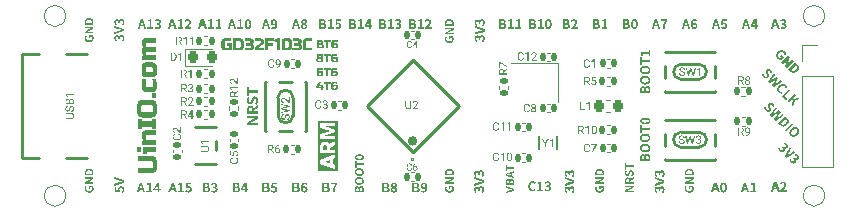
<source format=gto>
%TF.GenerationSoftware,KiCad,Pcbnew,7.0.9*%
%TF.CreationDate,2024-01-12T00:39:36+08:00*%
%TF.ProjectId,UINIO-MCU-GD32F103CBT6,55494e49-4f2d-44d4-9355-2d4744333246,Version 3.1.0*%
%TF.SameCoordinates,PX72c1710PY5584170*%
%TF.FileFunction,Legend,Top*%
%TF.FilePolarity,Positive*%
%FSLAX46Y46*%
G04 Gerber Fmt 4.6, Leading zero omitted, Abs format (unit mm)*
G04 Created by KiCad (PCBNEW 7.0.9) date 2024-01-12 00:39:36*
%MOMM*%
%LPD*%
G01*
G04 APERTURE LIST*
G04 Aperture macros list*
%AMRoundRect*
0 Rectangle with rounded corners*
0 $1 Rounding radius*
0 $2 $3 $4 $5 $6 $7 $8 $9 X,Y pos of 4 corners*
0 Add a 4 corners polygon primitive as box body*
4,1,4,$2,$3,$4,$5,$6,$7,$8,$9,$2,$3,0*
0 Add four circle primitives for the rounded corners*
1,1,$1+$1,$2,$3*
1,1,$1+$1,$4,$5*
1,1,$1+$1,$6,$7*
1,1,$1+$1,$8,$9*
0 Add four rect primitives between the rounded corners*
20,1,$1+$1,$2,$3,$4,$5,0*
20,1,$1+$1,$4,$5,$6,$7,0*
20,1,$1+$1,$6,$7,$8,$9,0*
20,1,$1+$1,$8,$9,$2,$3,0*%
%AMHorizOval*
0 Thick line with rounded ends*
0 $1 width*
0 $2 $3 position (X,Y) of the first rounded end (center of the circle)*
0 $4 $5 position (X,Y) of the second rounded end (center of the circle)*
0 Add line between two ends*
20,1,$1,$2,$3,$4,$5,0*
0 Add two circle primitives to create the rounded ends*
1,1,$1,$2,$3*
1,1,$1,$4,$5*%
G04 Aperture macros list end*
%ADD10C,0.100000*%
%ADD11C,0.150000*%
%ADD12C,0.140000*%
%ADD13C,0.120000*%
%ADD14C,0.250000*%
%ADD15C,0.300000*%
%ADD16C,0.254000*%
%ADD17C,0.400000*%
%ADD18RoundRect,0.135000X0.135000X0.185000X-0.135000X0.185000X-0.135000X-0.185000X0.135000X-0.185000X0*%
%ADD19RoundRect,0.140000X0.140000X0.170000X-0.140000X0.170000X-0.140000X-0.170000X0.140000X-0.170000X0*%
%ADD20RoundRect,0.135000X-0.135000X-0.185000X0.135000X-0.185000X0.135000X0.185000X-0.135000X0.185000X0*%
%ADD21R,0.650000X1.200000*%
%ADD22R,1.800000X1.000000*%
%ADD23R,1.000000X0.600000*%
%ADD24RoundRect,0.140000X-0.140000X-0.170000X0.140000X-0.170000X0.140000X0.170000X-0.140000X0.170000X0*%
%ADD25RoundRect,0.218750X-0.218750X-0.256250X0.218750X-0.256250X0.218750X0.256250X-0.218750X0.256250X0*%
%ADD26R,1.200000X0.650000*%
%ADD27R,1.700000X1.700000*%
%ADD28O,1.700000X1.700000*%
%ADD29RoundRect,0.140000X-0.170000X0.140000X-0.170000X-0.140000X0.170000X-0.140000X0.170000X0.140000X0*%
%ADD30C,1.200000*%
%ADD31RoundRect,0.135000X0.185000X-0.135000X0.185000X0.135000X-0.185000X0.135000X-0.185000X-0.135000X0*%
%ADD32C,0.650000*%
%ADD33O,2.100000X1.000000*%
%ADD34O,1.900000X1.000000*%
%ADD35R,1.150000X0.600000*%
%ADD36R,1.150000X0.300000*%
%ADD37RoundRect,0.140000X0.170000X-0.140000X0.170000X0.140000X-0.170000X0.140000X-0.170000X-0.140000X0*%
%ADD38R,1.400000X1.200000*%
%ADD39HorizOval,0.280000X-0.537401X0.537401X0.537401X-0.537401X0*%
%ADD40HorizOval,0.280000X0.537401X0.537401X-0.537401X-0.537401X0*%
%ADD41RoundRect,0.218750X0.218750X0.256250X-0.218750X0.256250X-0.218750X-0.256250X0.218750X-0.256250X0*%
G04 APERTURE END LIST*
D10*
G36*
X60432863Y-17424130D02*
G01*
X60259158Y-17424130D01*
X60200930Y-17211541D01*
X59932263Y-17211541D01*
X59873840Y-17424130D01*
X59705996Y-17424130D01*
X59815740Y-17082776D01*
X59968020Y-17082776D01*
X60165173Y-17082776D01*
X60140553Y-16993285D01*
X60138145Y-16985272D01*
X60135755Y-16977210D01*
X60133383Y-16969100D01*
X60131029Y-16960945D01*
X60128690Y-16952749D01*
X60126367Y-16944513D01*
X60124059Y-16936241D01*
X60121765Y-16927935D01*
X60119484Y-16919598D01*
X60117215Y-16911232D01*
X60114958Y-16902840D01*
X60112712Y-16894425D01*
X60110476Y-16885990D01*
X60108249Y-16877537D01*
X60106030Y-16869069D01*
X60103819Y-16860588D01*
X60101615Y-16852098D01*
X60099417Y-16843600D01*
X60097225Y-16835099D01*
X60095036Y-16826595D01*
X60092852Y-16818093D01*
X60090670Y-16809594D01*
X60088491Y-16801102D01*
X60086313Y-16792618D01*
X60084136Y-16784147D01*
X60081958Y-16775689D01*
X60079779Y-16767249D01*
X60077599Y-16758829D01*
X60075416Y-16750431D01*
X60073230Y-16742059D01*
X60071039Y-16733714D01*
X60068844Y-16725400D01*
X60063177Y-16725400D01*
X60061171Y-16733817D01*
X60059146Y-16742252D01*
X60057102Y-16750702D01*
X60055041Y-16759166D01*
X60052963Y-16767641D01*
X60050869Y-16776125D01*
X60048758Y-16784616D01*
X60046633Y-16793113D01*
X60044493Y-16801613D01*
X60042339Y-16810113D01*
X60040171Y-16818613D01*
X60037991Y-16827110D01*
X60035798Y-16835602D01*
X60033594Y-16844087D01*
X60031379Y-16852563D01*
X60029154Y-16861028D01*
X60026919Y-16869479D01*
X60024675Y-16877915D01*
X60022422Y-16886334D01*
X60020162Y-16894734D01*
X60017894Y-16903113D01*
X60015619Y-16911468D01*
X60013339Y-16919798D01*
X60011053Y-16928100D01*
X60008762Y-16936373D01*
X60006467Y-16944614D01*
X60004168Y-16952821D01*
X60001866Y-16960994D01*
X59999561Y-16969128D01*
X59997255Y-16977223D01*
X59994948Y-16985276D01*
X59992640Y-16993285D01*
X59968020Y-17082776D01*
X59815740Y-17082776D01*
X59971342Y-16598784D01*
X60166345Y-16598784D01*
X60432863Y-17424130D01*
G37*
G36*
X60476045Y-17424130D02*
G01*
X61031551Y-17424130D01*
X61031551Y-17285400D01*
X60850225Y-17285400D01*
X60838791Y-17285514D01*
X60830782Y-17285712D01*
X60822512Y-17285998D01*
X60814026Y-17286366D01*
X60805365Y-17286810D01*
X60796572Y-17287323D01*
X60787691Y-17287899D01*
X60778762Y-17288531D01*
X60769830Y-17289212D01*
X60760937Y-17289936D01*
X60752125Y-17290696D01*
X60743437Y-17291486D01*
X60734915Y-17292298D01*
X60726604Y-17293127D01*
X60718544Y-17293967D01*
X60714622Y-17294388D01*
X60728432Y-17279869D01*
X60742117Y-17265403D01*
X60755656Y-17250987D01*
X60769028Y-17236622D01*
X60782212Y-17222306D01*
X60795189Y-17208038D01*
X60807937Y-17193818D01*
X60820437Y-17179645D01*
X60832667Y-17165519D01*
X60844607Y-17151437D01*
X60856237Y-17137400D01*
X60867536Y-17123407D01*
X60878484Y-17109456D01*
X60889060Y-17095547D01*
X60899244Y-17081680D01*
X60909015Y-17067852D01*
X60918352Y-17054065D01*
X60927236Y-17040316D01*
X60935645Y-17026604D01*
X60943559Y-17012930D01*
X60950958Y-16999292D01*
X60957822Y-16985690D01*
X60964128Y-16972122D01*
X60969859Y-16958587D01*
X60974991Y-16945086D01*
X60979506Y-16931617D01*
X60983383Y-16918179D01*
X60986600Y-16904771D01*
X60989139Y-16891393D01*
X60990977Y-16878044D01*
X60992095Y-16864723D01*
X60992472Y-16851429D01*
X60992169Y-16837261D01*
X60991264Y-16823411D01*
X60989769Y-16809889D01*
X60987691Y-16796703D01*
X60985041Y-16783862D01*
X60981827Y-16771374D01*
X60978060Y-16759247D01*
X60973748Y-16747491D01*
X60968901Y-16736114D01*
X60963529Y-16725125D01*
X60957641Y-16714531D01*
X60951246Y-16704343D01*
X60944354Y-16694567D01*
X60936974Y-16685214D01*
X60929115Y-16676291D01*
X60920787Y-16667807D01*
X60912000Y-16659771D01*
X60902762Y-16652191D01*
X60893083Y-16645076D01*
X60882973Y-16638434D01*
X60872441Y-16632274D01*
X60861497Y-16626605D01*
X60850149Y-16621435D01*
X60838407Y-16616773D01*
X60826281Y-16612627D01*
X60813780Y-16609006D01*
X60800913Y-16605918D01*
X60787690Y-16603373D01*
X60774121Y-16601378D01*
X60760214Y-16599943D01*
X60745979Y-16599075D01*
X60731426Y-16598784D01*
X60720933Y-16598915D01*
X60710663Y-16599309D01*
X60700608Y-16599962D01*
X60690760Y-16600875D01*
X60681112Y-16602044D01*
X60671656Y-16603470D01*
X60662384Y-16605150D01*
X60653289Y-16607082D01*
X60644363Y-16609266D01*
X60635599Y-16611700D01*
X60626989Y-16614382D01*
X60618525Y-16617311D01*
X60610199Y-16620485D01*
X60602005Y-16623903D01*
X60593934Y-16627563D01*
X60585979Y-16631464D01*
X60578132Y-16635604D01*
X60570386Y-16639982D01*
X60562732Y-16644596D01*
X60555164Y-16649445D01*
X60547674Y-16654528D01*
X60540254Y-16659842D01*
X60532896Y-16665386D01*
X60525593Y-16671159D01*
X60518337Y-16677160D01*
X60511121Y-16683386D01*
X60503937Y-16689836D01*
X60496777Y-16696509D01*
X60489634Y-16703404D01*
X60482500Y-16710518D01*
X60475368Y-16717850D01*
X60468230Y-16725400D01*
X60557720Y-16815476D01*
X60565788Y-16806903D01*
X60574022Y-16798509D01*
X60582429Y-16790347D01*
X60591013Y-16782467D01*
X60599783Y-16774922D01*
X60608742Y-16767762D01*
X60617898Y-16761040D01*
X60627256Y-16754806D01*
X60636823Y-16749113D01*
X60646603Y-16744012D01*
X60656605Y-16739555D01*
X60666833Y-16735792D01*
X60677293Y-16732776D01*
X60687991Y-16730558D01*
X60698934Y-16729189D01*
X60710128Y-16728721D01*
X60724629Y-16729299D01*
X60738300Y-16731014D01*
X60751127Y-16733842D01*
X60763095Y-16737758D01*
X60774189Y-16742737D01*
X60784395Y-16748752D01*
X60793699Y-16755780D01*
X60802085Y-16763795D01*
X60809539Y-16772771D01*
X60816047Y-16782684D01*
X60821594Y-16793508D01*
X60826164Y-16805218D01*
X60829745Y-16817789D01*
X60832320Y-16831196D01*
X60833876Y-16845414D01*
X60834398Y-16860417D01*
X60833984Y-16871747D01*
X60832748Y-16883211D01*
X60830704Y-16894817D01*
X60827864Y-16906572D01*
X60824241Y-16918486D01*
X60819847Y-16930565D01*
X60814694Y-16942818D01*
X60808796Y-16955253D01*
X60802164Y-16967878D01*
X60794811Y-16980701D01*
X60786751Y-16993729D01*
X60777994Y-17006971D01*
X60768555Y-17020434D01*
X60758444Y-17034128D01*
X60747676Y-17048058D01*
X60736262Y-17062235D01*
X60724214Y-17076665D01*
X60711546Y-17091357D01*
X60698270Y-17106318D01*
X60684399Y-17121556D01*
X60669944Y-17137081D01*
X60654919Y-17152898D01*
X60639336Y-17169018D01*
X60623208Y-17185446D01*
X60606546Y-17202192D01*
X60589364Y-17219264D01*
X60571675Y-17236669D01*
X60553489Y-17254415D01*
X60534821Y-17272510D01*
X60515683Y-17290963D01*
X60496087Y-17309781D01*
X60476045Y-17328972D01*
X60476045Y-17424130D01*
G37*
G36*
X21625015Y-4607320D02*
G01*
X21636469Y-4607835D01*
X21647524Y-4608693D01*
X21658180Y-4609895D01*
X21668436Y-4611439D01*
X21678293Y-4613327D01*
X21687750Y-4615559D01*
X21696808Y-4618133D01*
X21705467Y-4621051D01*
X21713726Y-4624312D01*
X21721586Y-4627917D01*
X21729047Y-4631864D01*
X21736108Y-4636155D01*
X21742770Y-4640790D01*
X21749032Y-4645767D01*
X21754895Y-4651088D01*
X21760382Y-4656738D01*
X21765514Y-4662746D01*
X21770292Y-4669112D01*
X21774717Y-4675836D01*
X21778787Y-4682918D01*
X21782504Y-4690357D01*
X21785867Y-4698155D01*
X21788875Y-4706311D01*
X21791530Y-4714825D01*
X21793831Y-4723697D01*
X21795778Y-4732926D01*
X21797370Y-4742514D01*
X21798609Y-4752460D01*
X21799494Y-4762763D01*
X21800025Y-4773425D01*
X21800202Y-4784444D01*
X21800102Y-4791731D01*
X21799801Y-4798846D01*
X21799301Y-4805788D01*
X21798174Y-4815879D01*
X21796596Y-4825581D01*
X21794567Y-4834896D01*
X21792088Y-4843824D01*
X21789158Y-4852363D01*
X21785777Y-4860515D01*
X21781945Y-4868280D01*
X21777662Y-4875656D01*
X21774557Y-4880359D01*
X21769646Y-4887089D01*
X21764531Y-4893432D01*
X21759211Y-4899387D01*
X21753688Y-4904954D01*
X21747959Y-4910134D01*
X21742027Y-4914926D01*
X21735890Y-4919330D01*
X21729549Y-4923347D01*
X21723003Y-4926976D01*
X21716253Y-4930217D01*
X21711640Y-4932162D01*
X21721399Y-4935122D01*
X21730759Y-4938574D01*
X21739720Y-4942517D01*
X21748281Y-4946951D01*
X21756443Y-4951877D01*
X21764205Y-4957295D01*
X21771568Y-4963204D01*
X21778532Y-4969605D01*
X21785096Y-4976497D01*
X21791261Y-4983881D01*
X21797027Y-4991756D01*
X21802393Y-5000123D01*
X21807360Y-5008981D01*
X21811927Y-5018331D01*
X21816095Y-5028173D01*
X21819864Y-5038506D01*
X21822188Y-5046272D01*
X21824202Y-5054353D01*
X21825906Y-5062749D01*
X21827301Y-5071460D01*
X21828385Y-5080487D01*
X21828996Y-5087464D01*
X21829431Y-5094618D01*
X21829693Y-5101950D01*
X21829780Y-5109458D01*
X21829603Y-5121312D01*
X21829072Y-5132766D01*
X21828187Y-5143821D01*
X21826948Y-5154477D01*
X21825355Y-5164733D01*
X21823409Y-5174590D01*
X21821108Y-5184047D01*
X21818453Y-5193105D01*
X21815445Y-5201764D01*
X21812082Y-5210023D01*
X21808365Y-5217883D01*
X21804295Y-5225344D01*
X21799870Y-5232405D01*
X21795092Y-5239067D01*
X21789959Y-5245329D01*
X21784473Y-5251192D01*
X21778609Y-5256679D01*
X21772345Y-5261811D01*
X21765680Y-5266590D01*
X21758614Y-5271014D01*
X21751147Y-5275085D01*
X21743280Y-5278801D01*
X21735012Y-5282164D01*
X21726343Y-5285173D01*
X21717274Y-5287827D01*
X21707804Y-5290128D01*
X21697933Y-5292075D01*
X21687661Y-5293668D01*
X21676989Y-5294907D01*
X21665916Y-5295792D01*
X21654442Y-5296323D01*
X21642568Y-5296500D01*
X21219246Y-5296500D01*
X21219246Y-5020725D01*
X21396371Y-5020725D01*
X21396371Y-5158698D01*
X21593328Y-5158698D01*
X21600492Y-5158467D01*
X21610370Y-5157253D01*
X21619209Y-5155000D01*
X21627008Y-5151708D01*
X21633767Y-5147375D01*
X21639486Y-5142002D01*
X21644165Y-5135590D01*
X21647805Y-5128138D01*
X21650404Y-5119646D01*
X21651964Y-5110114D01*
X21652426Y-5103182D01*
X21652484Y-5099542D01*
X21652484Y-5079881D01*
X21652253Y-5072717D01*
X21651040Y-5062839D01*
X21648787Y-5054000D01*
X21645494Y-5046201D01*
X21641161Y-5039442D01*
X21635789Y-5033723D01*
X21629376Y-5029044D01*
X21621924Y-5025404D01*
X21613432Y-5022805D01*
X21603900Y-5021245D01*
X21596968Y-5020783D01*
X21593328Y-5020725D01*
X21396371Y-5020725D01*
X21219246Y-5020725D01*
X21219246Y-4744950D01*
X21396371Y-4744950D01*
X21396371Y-4882923D01*
X21563922Y-4882923D01*
X21571064Y-4882692D01*
X21580914Y-4881479D01*
X21589727Y-4879226D01*
X21597504Y-4875933D01*
X21604243Y-4871600D01*
X21609946Y-4866228D01*
X21614612Y-4859815D01*
X21618240Y-4852363D01*
X21620833Y-4843871D01*
X21622388Y-4834339D01*
X21622849Y-4827407D01*
X21622906Y-4823767D01*
X21622906Y-4804106D01*
X21622676Y-4796943D01*
X21621466Y-4787064D01*
X21619220Y-4778225D01*
X21615936Y-4770427D01*
X21611616Y-4763668D01*
X21606259Y-4757948D01*
X21599865Y-4753269D01*
X21592435Y-4749630D01*
X21583967Y-4747030D01*
X21574463Y-4745470D01*
X21567551Y-4745008D01*
X21563922Y-4744950D01*
X21396371Y-4744950D01*
X21219246Y-4744950D01*
X21219246Y-4607148D01*
X21613161Y-4607148D01*
X21625015Y-4607320D01*
G37*
G36*
X22229679Y-5296500D02*
G01*
X22052383Y-5296500D01*
X22052383Y-4744950D01*
X21845680Y-4744950D01*
X21845680Y-4607148D01*
X22436552Y-4607148D01*
X22436552Y-4744950D01*
X22229679Y-4744950D01*
X22229679Y-5296500D01*
G37*
G36*
X22678069Y-4597252D02*
G01*
X22686662Y-4597310D01*
X22695363Y-4597407D01*
X22704171Y-4597542D01*
X22713088Y-4597716D01*
X22722112Y-4597929D01*
X22731244Y-4598181D01*
X22740484Y-4598472D01*
X22749831Y-4598801D01*
X22759287Y-4599169D01*
X22768851Y-4599576D01*
X22778522Y-4600021D01*
X22788301Y-4600505D01*
X22798188Y-4601028D01*
X22808183Y-4601590D01*
X22818286Y-4602190D01*
X22828496Y-4602829D01*
X22838815Y-4603507D01*
X22849241Y-4604224D01*
X22859775Y-4604979D01*
X22870417Y-4605773D01*
X22881167Y-4606606D01*
X22892025Y-4607478D01*
X22902991Y-4608388D01*
X22914064Y-4609337D01*
X22925245Y-4610325D01*
X22936535Y-4611351D01*
X22947932Y-4612417D01*
X22959437Y-4613520D01*
X22971049Y-4614663D01*
X22982770Y-4615845D01*
X22994599Y-4617065D01*
X22994599Y-4749908D01*
X22984579Y-4749368D01*
X22974845Y-4748837D01*
X22965397Y-4748314D01*
X22956234Y-4747801D01*
X22947357Y-4747296D01*
X22938765Y-4746801D01*
X22930459Y-4746315D01*
X22922439Y-4745837D01*
X22914703Y-4745369D01*
X22907254Y-4744910D01*
X22902446Y-4744608D01*
X22895451Y-4744138D01*
X22886503Y-4743544D01*
X22877988Y-4742987D01*
X22869905Y-4742467D01*
X22862256Y-4741985D01*
X22855039Y-4741540D01*
X22846627Y-4741037D01*
X22840384Y-4740676D01*
X22832863Y-4740183D01*
X22825367Y-4739664D01*
X22817896Y-4739121D01*
X22810450Y-4738552D01*
X22803030Y-4737959D01*
X22795634Y-4737340D01*
X22792683Y-4737086D01*
X22785332Y-4736750D01*
X22778089Y-4736447D01*
X22770954Y-4736177D01*
X22763928Y-4735940D01*
X22757010Y-4735736D01*
X22747954Y-4735515D01*
X22739090Y-4735354D01*
X22730418Y-4735251D01*
X22721939Y-4735207D01*
X22719850Y-4735205D01*
X22712562Y-4735397D01*
X22705745Y-4735974D01*
X22696400Y-4737561D01*
X22688113Y-4740014D01*
X22680885Y-4743331D01*
X22674714Y-4747515D01*
X22669601Y-4752564D01*
X22665545Y-4758478D01*
X22662548Y-4765258D01*
X22660609Y-4772904D01*
X22659727Y-4781415D01*
X22659668Y-4784444D01*
X22659668Y-4873007D01*
X22671522Y-4870626D01*
X22683190Y-4868399D01*
X22694672Y-4866325D01*
X22705969Y-4864405D01*
X22717080Y-4862638D01*
X22728006Y-4861026D01*
X22738745Y-4859566D01*
X22749299Y-4858261D01*
X22759668Y-4857109D01*
X22769850Y-4856110D01*
X22779848Y-4855265D01*
X22789659Y-4854574D01*
X22799285Y-4854037D01*
X22808725Y-4853652D01*
X22817979Y-4853422D01*
X22827048Y-4853345D01*
X22896120Y-4853345D01*
X22904372Y-4853503D01*
X22912418Y-4853976D01*
X22920257Y-4854764D01*
X22927888Y-4855867D01*
X22935313Y-4857286D01*
X22942530Y-4859019D01*
X22949541Y-4861068D01*
X22956344Y-4863433D01*
X22962940Y-4866112D01*
X22969330Y-4869107D01*
X22975512Y-4872416D01*
X22981487Y-4876042D01*
X22987255Y-4879982D01*
X22992817Y-4884237D01*
X22998171Y-4888808D01*
X23003318Y-4893694D01*
X23008225Y-4898842D01*
X23012815Y-4904198D01*
X23017088Y-4909763D01*
X23021045Y-4915536D01*
X23024686Y-4921517D01*
X23028010Y-4927707D01*
X23031017Y-4934105D01*
X23033708Y-4940711D01*
X23036082Y-4947526D01*
X23038140Y-4954549D01*
X23039881Y-4961780D01*
X23041305Y-4969220D01*
X23042413Y-4976868D01*
X23043205Y-4984725D01*
X23043680Y-4992790D01*
X23043838Y-5001063D01*
X23043838Y-5129120D01*
X23043661Y-5140140D01*
X23043130Y-5150804D01*
X23042245Y-5161111D01*
X23041006Y-5171061D01*
X23039413Y-5180655D01*
X23037467Y-5189892D01*
X23035166Y-5198772D01*
X23032511Y-5207296D01*
X23029502Y-5215463D01*
X23026140Y-5223274D01*
X23022423Y-5230727D01*
X23018353Y-5237825D01*
X23013928Y-5244565D01*
X23009150Y-5250949D01*
X23004017Y-5256977D01*
X22998531Y-5262647D01*
X22992667Y-5267948D01*
X22986403Y-5272906D01*
X22979737Y-5277522D01*
X22972672Y-5281796D01*
X22965205Y-5285728D01*
X22957338Y-5289319D01*
X22949070Y-5292567D01*
X22940401Y-5295474D01*
X22931332Y-5298038D01*
X22921861Y-5300261D01*
X22911991Y-5302142D01*
X22901719Y-5303680D01*
X22891047Y-5304877D01*
X22879974Y-5305732D01*
X22868500Y-5306245D01*
X22856626Y-5306416D01*
X22669585Y-5306416D01*
X22657710Y-5306245D01*
X22646236Y-5305732D01*
X22635164Y-5304877D01*
X22624491Y-5303680D01*
X22614220Y-5302142D01*
X22604349Y-5300261D01*
X22594879Y-5298038D01*
X22585809Y-5295474D01*
X22577141Y-5292567D01*
X22568873Y-5289319D01*
X22561005Y-5285728D01*
X22553539Y-5281796D01*
X22546473Y-5277522D01*
X22539808Y-5272906D01*
X22533543Y-5267948D01*
X22527679Y-5262647D01*
X22522193Y-5256977D01*
X22517061Y-5250949D01*
X22512282Y-5244565D01*
X22507858Y-5237825D01*
X22503787Y-5230727D01*
X22500070Y-5223274D01*
X22496708Y-5215463D01*
X22493699Y-5207296D01*
X22491044Y-5198772D01*
X22488744Y-5189892D01*
X22486797Y-5180655D01*
X22485204Y-5171061D01*
X22483965Y-5161111D01*
X22483080Y-5150804D01*
X22482549Y-5140140D01*
X22482372Y-5129120D01*
X22482372Y-5109458D01*
X22659668Y-5109458D01*
X22659899Y-5116601D01*
X22661113Y-5126451D01*
X22663366Y-5135264D01*
X22666658Y-5143040D01*
X22670991Y-5149780D01*
X22676364Y-5155482D01*
X22682776Y-5160148D01*
X22690228Y-5163777D01*
X22698720Y-5166369D01*
X22708252Y-5167925D01*
X22715184Y-5168385D01*
X22718824Y-5168443D01*
X22807386Y-5168443D01*
X22814550Y-5168213D01*
X22824428Y-5167003D01*
X22833267Y-5164756D01*
X22841066Y-5161473D01*
X22847825Y-5157153D01*
X22853544Y-5151796D01*
X22858223Y-5145402D01*
X22861863Y-5137971D01*
X22864462Y-5129504D01*
X22866022Y-5120000D01*
X22866484Y-5113087D01*
X22866542Y-5109458D01*
X22866542Y-5025683D01*
X22865922Y-5018631D01*
X22863743Y-5011412D01*
X22859996Y-5004950D01*
X22856626Y-5001063D01*
X22850738Y-4996270D01*
X22844039Y-4993045D01*
X22836529Y-4991389D01*
X22832006Y-4991147D01*
X22777809Y-4991147D01*
X22770874Y-4991182D01*
X22761797Y-4991335D01*
X22752912Y-4991612D01*
X22744219Y-4992011D01*
X22735719Y-4992533D01*
X22727410Y-4993179D01*
X22719295Y-4993947D01*
X22711371Y-4994837D01*
X22709421Y-4995079D01*
X22701874Y-4996033D01*
X22694706Y-4996928D01*
X22687918Y-4997764D01*
X22679967Y-4998727D01*
X22672608Y-4999597D01*
X22664560Y-5000521D01*
X22659668Y-5001063D01*
X22659668Y-5109458D01*
X22482372Y-5109458D01*
X22482372Y-4784444D01*
X22482549Y-4772570D01*
X22483080Y-4761096D01*
X22483965Y-4750023D01*
X22485204Y-4739351D01*
X22486797Y-4729079D01*
X22488744Y-4719209D01*
X22491044Y-4709738D01*
X22493699Y-4700669D01*
X22496708Y-4692000D01*
X22500070Y-4683732D01*
X22503787Y-4675865D01*
X22507858Y-4668398D01*
X22512282Y-4661333D01*
X22517061Y-4654667D01*
X22522193Y-4648403D01*
X22527679Y-4642539D01*
X22533543Y-4637053D01*
X22539808Y-4631920D01*
X22546473Y-4627142D01*
X22553539Y-4622717D01*
X22561005Y-4618647D01*
X22568873Y-4614930D01*
X22577141Y-4611568D01*
X22585809Y-4608559D01*
X22594879Y-4605904D01*
X22604349Y-4603604D01*
X22614220Y-4601657D01*
X22624491Y-4600064D01*
X22635164Y-4598825D01*
X22646236Y-4597940D01*
X22657710Y-4597409D01*
X22669585Y-4597232D01*
X22678069Y-4597252D01*
G37*
G36*
X21605012Y-5773404D02*
G01*
X21616466Y-5773919D01*
X21627521Y-5774777D01*
X21638177Y-5775978D01*
X21648433Y-5777523D01*
X21658290Y-5779411D01*
X21667747Y-5781642D01*
X21676805Y-5784217D01*
X21685464Y-5787135D01*
X21693723Y-5790396D01*
X21701583Y-5794000D01*
X21709044Y-5797948D01*
X21716105Y-5802239D01*
X21722767Y-5806873D01*
X21729029Y-5811851D01*
X21734892Y-5817172D01*
X21740379Y-5822822D01*
X21745511Y-5828830D01*
X21750290Y-5835195D01*
X21754714Y-5841919D01*
X21758785Y-5849001D01*
X21762501Y-5856441D01*
X21765864Y-5864239D01*
X21768873Y-5872395D01*
X21771527Y-5880909D01*
X21773828Y-5889780D01*
X21775775Y-5899010D01*
X21777368Y-5908598D01*
X21778607Y-5918543D01*
X21779491Y-5928847D01*
X21780022Y-5939509D01*
X21780199Y-5950528D01*
X21780199Y-5960444D01*
X21780093Y-5967731D01*
X21779775Y-5974846D01*
X21779244Y-5981788D01*
X21778049Y-5991879D01*
X21776377Y-6001581D01*
X21774226Y-6010896D01*
X21771598Y-6019824D01*
X21768492Y-6028363D01*
X21764908Y-6036515D01*
X21760847Y-6044280D01*
X21756307Y-6051656D01*
X21753015Y-6056359D01*
X21747798Y-6063089D01*
X21742278Y-6069432D01*
X21736454Y-6075387D01*
X21730327Y-6080954D01*
X21723896Y-6086134D01*
X21717162Y-6090926D01*
X21710124Y-6095330D01*
X21702782Y-6099347D01*
X21695137Y-6102976D01*
X21687188Y-6106217D01*
X21681721Y-6108162D01*
X21691501Y-6111122D01*
X21700880Y-6114574D01*
X21709859Y-6118517D01*
X21718436Y-6122951D01*
X21726614Y-6127877D01*
X21734390Y-6133295D01*
X21741766Y-6139204D01*
X21748741Y-6145605D01*
X21755315Y-6152497D01*
X21761489Y-6159881D01*
X21767262Y-6167756D01*
X21772634Y-6176123D01*
X21777605Y-6184981D01*
X21782176Y-6194331D01*
X21786346Y-6204173D01*
X21790116Y-6214506D01*
X21792400Y-6222272D01*
X21794379Y-6230353D01*
X21796054Y-6238749D01*
X21797425Y-6247460D01*
X21798490Y-6256487D01*
X21799090Y-6263464D01*
X21799518Y-6270618D01*
X21799775Y-6277950D01*
X21799861Y-6285458D01*
X21799861Y-6295204D01*
X21799684Y-6307078D01*
X21799153Y-6318552D01*
X21798268Y-6329625D01*
X21797029Y-6340297D01*
X21795436Y-6350569D01*
X21793490Y-6360439D01*
X21791189Y-6369909D01*
X21788534Y-6378979D01*
X21785525Y-6387648D01*
X21782163Y-6395916D01*
X21778446Y-6403783D01*
X21774376Y-6411250D01*
X21769951Y-6418315D01*
X21765173Y-6424981D01*
X21760040Y-6431245D01*
X21754554Y-6437109D01*
X21748691Y-6442595D01*
X21742428Y-6447728D01*
X21735767Y-6452506D01*
X21728705Y-6456931D01*
X21721245Y-6461001D01*
X21713385Y-6464718D01*
X21705125Y-6468080D01*
X21696467Y-6471089D01*
X21687409Y-6473744D01*
X21677951Y-6476044D01*
X21668094Y-6477991D01*
X21657838Y-6479584D01*
X21647183Y-6480823D01*
X21636128Y-6481708D01*
X21624673Y-6482239D01*
X21612820Y-6482416D01*
X21386284Y-6482416D01*
X21374431Y-6482239D01*
X21362976Y-6481708D01*
X21351922Y-6480823D01*
X21341266Y-6479584D01*
X21331010Y-6477991D01*
X21321153Y-6476044D01*
X21311695Y-6473744D01*
X21302637Y-6471089D01*
X21293979Y-6468080D01*
X21285719Y-6464718D01*
X21277859Y-6461001D01*
X21270399Y-6456931D01*
X21263338Y-6452506D01*
X21256676Y-6447728D01*
X21250413Y-6442595D01*
X21244550Y-6437109D01*
X21239064Y-6431245D01*
X21233932Y-6424981D01*
X21229153Y-6418315D01*
X21224729Y-6411250D01*
X21220658Y-6403783D01*
X21216941Y-6395916D01*
X21213579Y-6387648D01*
X21210570Y-6378979D01*
X21207915Y-6369909D01*
X21205615Y-6360439D01*
X21203668Y-6350569D01*
X21202075Y-6340297D01*
X21200836Y-6329625D01*
X21199951Y-6318552D01*
X21199420Y-6307078D01*
X21199243Y-6295204D01*
X21376539Y-6295204D01*
X21376861Y-6302080D01*
X21378095Y-6309726D01*
X21380255Y-6316710D01*
X21383340Y-6323033D01*
X21387351Y-6328695D01*
X21389704Y-6331278D01*
X21395035Y-6335752D01*
X21401028Y-6339301D01*
X21407682Y-6341923D01*
X21414997Y-6343620D01*
X21422973Y-6344392D01*
X21425779Y-6344443D01*
X21573497Y-6344443D01*
X21581635Y-6343980D01*
X21589124Y-6342592D01*
X21595964Y-6340278D01*
X21602155Y-6337038D01*
X21607697Y-6332872D01*
X21609400Y-6331278D01*
X21613932Y-6325947D01*
X21617527Y-6319954D01*
X21620183Y-6313300D01*
X21621903Y-6305985D01*
X21622684Y-6298009D01*
X21622736Y-6295204D01*
X21622736Y-6255881D01*
X21622505Y-6248717D01*
X21621292Y-6238839D01*
X21619039Y-6230000D01*
X21615746Y-6222201D01*
X21611413Y-6215442D01*
X21606041Y-6209723D01*
X21599628Y-6205044D01*
X21592176Y-6201404D01*
X21583684Y-6198805D01*
X21574152Y-6197245D01*
X21567220Y-6196783D01*
X21563580Y-6196725D01*
X21435524Y-6196725D01*
X21428381Y-6196956D01*
X21418531Y-6198169D01*
X21409718Y-6200422D01*
X21401942Y-6203715D01*
X21395202Y-6208048D01*
X21389500Y-6213420D01*
X21384834Y-6219833D01*
X21381205Y-6227285D01*
X21378613Y-6235777D01*
X21377058Y-6245309D01*
X21376597Y-6252241D01*
X21376539Y-6255881D01*
X21376539Y-6295204D01*
X21199243Y-6295204D01*
X21199243Y-6285458D01*
X21199390Y-6276198D01*
X21199828Y-6267138D01*
X21200560Y-6258278D01*
X21201583Y-6249619D01*
X21202900Y-6241160D01*
X21204509Y-6232901D01*
X21206410Y-6224843D01*
X21208604Y-6216985D01*
X21211090Y-6209327D01*
X21213869Y-6201870D01*
X21216941Y-6194613D01*
X21220305Y-6187557D01*
X21223961Y-6180700D01*
X21227910Y-6174045D01*
X21232152Y-6167589D01*
X21236686Y-6161334D01*
X21242392Y-6154156D01*
X21248483Y-6147431D01*
X21254958Y-6141161D01*
X21261818Y-6135344D01*
X21269063Y-6129981D01*
X21276693Y-6125072D01*
X21284707Y-6120616D01*
X21293106Y-6116615D01*
X21301889Y-6113067D01*
X21311058Y-6109973D01*
X21317384Y-6108162D01*
X21309231Y-6105180D01*
X21301379Y-6101809D01*
X21293828Y-6098051D01*
X21286577Y-6093905D01*
X21279627Y-6089372D01*
X21272977Y-6084450D01*
X21266628Y-6079141D01*
X21260579Y-6073445D01*
X21254831Y-6067361D01*
X21249383Y-6060889D01*
X21245918Y-6056359D01*
X21241091Y-6049240D01*
X21236738Y-6041735D01*
X21232860Y-6033841D01*
X21229457Y-6025560D01*
X21226529Y-6016891D01*
X21224075Y-6007834D01*
X21222385Y-5999767D01*
X21396201Y-5999767D01*
X21396431Y-6006931D01*
X21397641Y-6016809D01*
X21399887Y-6025648D01*
X21403171Y-6033447D01*
X21407491Y-6040206D01*
X21412848Y-6045925D01*
X21419242Y-6050604D01*
X21426672Y-6054244D01*
X21435140Y-6056843D01*
X21444644Y-6058403D01*
X21451556Y-6058865D01*
X21455185Y-6058923D01*
X21543919Y-6058923D01*
X21551061Y-6058692D01*
X21560911Y-6057479D01*
X21569725Y-6055226D01*
X21577501Y-6051933D01*
X21584240Y-6047600D01*
X21589943Y-6042228D01*
X21594609Y-6035815D01*
X21598238Y-6028363D01*
X21600830Y-6019871D01*
X21602385Y-6010339D01*
X21602846Y-6003407D01*
X21602903Y-5999767D01*
X21602903Y-5970190D01*
X21602673Y-5963047D01*
X21601463Y-5953197D01*
X21599217Y-5944384D01*
X21595934Y-5936608D01*
X21591613Y-5929868D01*
X21586256Y-5924166D01*
X21579863Y-5919500D01*
X21572432Y-5915871D01*
X21563964Y-5913279D01*
X21554460Y-5911723D01*
X21547548Y-5911263D01*
X21543919Y-5911205D01*
X21455185Y-5911205D01*
X21448043Y-5911435D01*
X21438193Y-5912645D01*
X21429380Y-5914892D01*
X21421603Y-5918175D01*
X21414864Y-5922495D01*
X21409161Y-5927852D01*
X21404495Y-5934246D01*
X21400867Y-5941677D01*
X21398274Y-5950144D01*
X21396719Y-5959648D01*
X21396258Y-5966561D01*
X21396201Y-5970190D01*
X21396201Y-5999767D01*
X21222385Y-5999767D01*
X21222097Y-5998390D01*
X21220593Y-5988558D01*
X21219564Y-5978339D01*
X21219142Y-5971310D01*
X21218931Y-5964109D01*
X21218905Y-5960444D01*
X21218905Y-5950528D01*
X21219082Y-5939509D01*
X21219613Y-5928847D01*
X21220498Y-5918543D01*
X21221737Y-5908598D01*
X21223329Y-5899010D01*
X21225276Y-5889780D01*
X21227577Y-5880909D01*
X21230232Y-5872395D01*
X21233240Y-5864239D01*
X21236603Y-5856441D01*
X21240320Y-5849001D01*
X21244390Y-5841919D01*
X21248815Y-5835195D01*
X21253593Y-5828830D01*
X21258726Y-5822822D01*
X21264212Y-5817172D01*
X21270075Y-5811851D01*
X21276337Y-5806873D01*
X21282999Y-5802239D01*
X21290060Y-5797948D01*
X21297521Y-5794000D01*
X21305381Y-5790396D01*
X21313640Y-5787135D01*
X21322299Y-5784217D01*
X21331357Y-5781642D01*
X21340814Y-5779411D01*
X21350671Y-5777523D01*
X21360927Y-5775978D01*
X21371583Y-5774777D01*
X21382638Y-5773919D01*
X21394092Y-5773404D01*
X21405946Y-5773232D01*
X21593158Y-5773232D01*
X21605012Y-5773404D01*
G37*
G36*
X22220105Y-6472500D02*
G01*
X22042809Y-6472500D01*
X22042809Y-5920950D01*
X21836107Y-5920950D01*
X21836107Y-5783148D01*
X22426979Y-5783148D01*
X22426979Y-5920950D01*
X22220105Y-5920950D01*
X22220105Y-6472500D01*
G37*
G36*
X22668496Y-5773252D02*
G01*
X22677089Y-5773310D01*
X22685789Y-5773407D01*
X22694598Y-5773542D01*
X22703514Y-5773716D01*
X22712538Y-5773929D01*
X22721670Y-5774181D01*
X22730910Y-5774472D01*
X22740258Y-5774801D01*
X22749713Y-5775169D01*
X22759277Y-5775576D01*
X22768948Y-5776021D01*
X22778727Y-5776505D01*
X22788614Y-5777028D01*
X22798609Y-5777590D01*
X22808712Y-5778190D01*
X22818923Y-5778829D01*
X22829241Y-5779507D01*
X22839668Y-5780224D01*
X22850202Y-5780979D01*
X22860844Y-5781773D01*
X22871594Y-5782606D01*
X22882451Y-5783478D01*
X22893417Y-5784388D01*
X22904491Y-5785337D01*
X22915672Y-5786325D01*
X22926961Y-5787351D01*
X22938358Y-5788417D01*
X22949863Y-5789520D01*
X22961476Y-5790663D01*
X22973196Y-5791845D01*
X22985025Y-5793065D01*
X22985025Y-5925908D01*
X22975006Y-5925368D01*
X22965272Y-5924837D01*
X22955824Y-5924314D01*
X22946661Y-5923801D01*
X22937784Y-5923296D01*
X22929192Y-5922801D01*
X22920886Y-5922315D01*
X22912865Y-5921837D01*
X22905130Y-5921369D01*
X22897680Y-5920910D01*
X22892872Y-5920608D01*
X22885877Y-5920138D01*
X22876929Y-5919544D01*
X22868414Y-5918987D01*
X22860332Y-5918467D01*
X22852682Y-5917985D01*
X22845465Y-5917540D01*
X22837053Y-5917037D01*
X22830810Y-5916676D01*
X22823289Y-5916183D01*
X22815793Y-5915664D01*
X22808323Y-5915121D01*
X22800877Y-5914552D01*
X22793456Y-5913959D01*
X22786061Y-5913340D01*
X22783109Y-5913086D01*
X22775758Y-5912750D01*
X22768515Y-5912447D01*
X22761381Y-5912177D01*
X22754354Y-5911940D01*
X22747436Y-5911736D01*
X22738380Y-5911515D01*
X22729516Y-5911354D01*
X22720845Y-5911251D01*
X22712366Y-5911207D01*
X22710276Y-5911205D01*
X22702989Y-5911397D01*
X22696171Y-5911974D01*
X22686827Y-5913561D01*
X22678540Y-5916014D01*
X22671311Y-5919331D01*
X22665140Y-5923515D01*
X22660027Y-5928564D01*
X22655972Y-5934478D01*
X22652974Y-5941258D01*
X22651035Y-5948904D01*
X22650153Y-5957415D01*
X22650095Y-5960444D01*
X22650095Y-6049007D01*
X22661948Y-6046626D01*
X22673616Y-6044399D01*
X22685099Y-6042325D01*
X22696395Y-6040405D01*
X22707507Y-6038638D01*
X22718432Y-6037026D01*
X22729172Y-6035566D01*
X22739726Y-6034261D01*
X22750094Y-6033109D01*
X22760277Y-6032110D01*
X22770274Y-6031265D01*
X22780085Y-6030574D01*
X22789711Y-6030037D01*
X22799151Y-6029652D01*
X22808406Y-6029422D01*
X22817474Y-6029345D01*
X22886546Y-6029345D01*
X22894799Y-6029503D01*
X22902844Y-6029976D01*
X22910683Y-6030764D01*
X22918315Y-6031867D01*
X22925739Y-6033286D01*
X22932957Y-6035019D01*
X22939967Y-6037068D01*
X22946770Y-6039433D01*
X22953367Y-6042112D01*
X22959756Y-6045107D01*
X22965938Y-6048416D01*
X22971914Y-6052042D01*
X22977682Y-6055982D01*
X22983243Y-6060237D01*
X22988597Y-6064808D01*
X22993744Y-6069694D01*
X22998651Y-6074842D01*
X23003241Y-6080198D01*
X23007515Y-6085763D01*
X23011472Y-6091536D01*
X23015112Y-6097517D01*
X23018436Y-6103707D01*
X23021443Y-6110105D01*
X23024134Y-6116711D01*
X23026508Y-6123526D01*
X23028566Y-6130549D01*
X23030307Y-6137780D01*
X23031732Y-6145220D01*
X23032840Y-6152868D01*
X23033631Y-6160725D01*
X23034106Y-6168790D01*
X23034264Y-6177063D01*
X23034264Y-6305120D01*
X23034087Y-6316140D01*
X23033556Y-6326804D01*
X23032671Y-6337111D01*
X23031433Y-6347061D01*
X23029840Y-6356655D01*
X23027893Y-6365892D01*
X23025592Y-6374772D01*
X23022937Y-6383296D01*
X23019929Y-6391463D01*
X23016566Y-6399274D01*
X23012850Y-6406727D01*
X23008779Y-6413825D01*
X23004355Y-6420565D01*
X22999576Y-6426949D01*
X22994444Y-6432977D01*
X22988957Y-6438647D01*
X22983093Y-6443948D01*
X22976829Y-6448906D01*
X22970164Y-6453522D01*
X22963098Y-6457796D01*
X22955631Y-6461728D01*
X22947764Y-6465319D01*
X22939496Y-6468567D01*
X22930827Y-6471474D01*
X22921758Y-6474038D01*
X22912288Y-6476261D01*
X22902417Y-6478142D01*
X22892145Y-6479680D01*
X22881473Y-6480877D01*
X22870400Y-6481732D01*
X22858927Y-6482245D01*
X22847052Y-6482416D01*
X22660011Y-6482416D01*
X22648137Y-6482245D01*
X22636663Y-6481732D01*
X22625590Y-6480877D01*
X22614918Y-6479680D01*
X22604646Y-6478142D01*
X22594775Y-6476261D01*
X22585305Y-6474038D01*
X22576236Y-6471474D01*
X22567567Y-6468567D01*
X22559299Y-6465319D01*
X22551432Y-6461728D01*
X22543965Y-6457796D01*
X22536899Y-6453522D01*
X22530234Y-6448906D01*
X22523970Y-6443948D01*
X22518106Y-6438647D01*
X22512619Y-6432977D01*
X22507487Y-6426949D01*
X22502709Y-6420565D01*
X22498284Y-6413825D01*
X22494213Y-6406727D01*
X22490497Y-6399274D01*
X22487134Y-6391463D01*
X22484126Y-6383296D01*
X22481471Y-6374772D01*
X22479170Y-6365892D01*
X22477223Y-6356655D01*
X22475630Y-6347061D01*
X22474392Y-6337111D01*
X22473507Y-6326804D01*
X22472976Y-6316140D01*
X22472799Y-6305120D01*
X22472799Y-6285458D01*
X22650095Y-6285458D01*
X22650326Y-6292601D01*
X22651539Y-6302451D01*
X22653792Y-6311264D01*
X22657085Y-6319040D01*
X22661417Y-6325780D01*
X22666790Y-6331482D01*
X22673202Y-6336148D01*
X22680655Y-6339777D01*
X22689147Y-6342369D01*
X22698679Y-6343925D01*
X22705611Y-6344385D01*
X22709250Y-6344443D01*
X22797813Y-6344443D01*
X22804976Y-6344213D01*
X22814855Y-6343003D01*
X22823693Y-6340756D01*
X22831492Y-6337473D01*
X22838251Y-6333153D01*
X22843970Y-6327796D01*
X22848650Y-6321402D01*
X22852289Y-6313971D01*
X22854889Y-6305504D01*
X22856448Y-6296000D01*
X22856911Y-6289087D01*
X22856968Y-6285458D01*
X22856968Y-6201683D01*
X22856349Y-6194631D01*
X22854170Y-6187412D01*
X22850422Y-6180950D01*
X22847052Y-6177063D01*
X22841165Y-6172270D01*
X22834466Y-6169045D01*
X22826955Y-6167389D01*
X22822432Y-6167147D01*
X22768235Y-6167147D01*
X22761301Y-6167182D01*
X22752223Y-6167335D01*
X22743338Y-6167612D01*
X22734645Y-6168011D01*
X22726145Y-6168533D01*
X22717837Y-6169179D01*
X22709721Y-6169947D01*
X22701798Y-6170837D01*
X22699847Y-6171079D01*
X22692300Y-6172033D01*
X22685133Y-6172928D01*
X22678345Y-6173764D01*
X22670393Y-6174727D01*
X22663034Y-6175597D01*
X22654986Y-6176521D01*
X22650095Y-6177063D01*
X22650095Y-6285458D01*
X22472799Y-6285458D01*
X22472799Y-5960444D01*
X22472976Y-5948570D01*
X22473507Y-5937096D01*
X22474392Y-5926023D01*
X22475630Y-5915351D01*
X22477223Y-5905079D01*
X22479170Y-5895209D01*
X22481471Y-5885738D01*
X22484126Y-5876669D01*
X22487134Y-5868000D01*
X22490497Y-5859732D01*
X22494213Y-5851865D01*
X22498284Y-5844398D01*
X22502709Y-5837333D01*
X22507487Y-5830667D01*
X22512619Y-5824403D01*
X22518106Y-5818539D01*
X22523970Y-5813053D01*
X22530234Y-5807920D01*
X22536899Y-5803142D01*
X22543965Y-5798717D01*
X22551432Y-5794647D01*
X22559299Y-5790930D01*
X22567567Y-5787568D01*
X22576236Y-5784559D01*
X22585305Y-5781904D01*
X22594775Y-5779604D01*
X22604646Y-5777657D01*
X22614918Y-5776064D01*
X22625590Y-5774825D01*
X22636663Y-5773940D01*
X22648137Y-5773409D01*
X22660011Y-5773232D01*
X22668496Y-5773252D01*
G37*
G36*
X21424518Y-6949252D02*
G01*
X21433110Y-6949310D01*
X21441811Y-6949407D01*
X21450619Y-6949542D01*
X21459536Y-6949716D01*
X21468560Y-6949929D01*
X21477692Y-6950181D01*
X21486932Y-6950472D01*
X21496280Y-6950801D01*
X21505735Y-6951169D01*
X21515299Y-6951576D01*
X21524970Y-6952021D01*
X21534749Y-6952505D01*
X21544636Y-6953028D01*
X21554631Y-6953590D01*
X21564734Y-6954190D01*
X21574945Y-6954829D01*
X21585263Y-6955507D01*
X21595689Y-6956224D01*
X21606224Y-6956979D01*
X21616866Y-6957773D01*
X21627615Y-6958606D01*
X21638473Y-6959478D01*
X21649439Y-6960388D01*
X21660512Y-6961337D01*
X21671694Y-6962325D01*
X21682983Y-6963351D01*
X21694380Y-6964417D01*
X21705885Y-6965520D01*
X21717498Y-6966663D01*
X21729218Y-6967845D01*
X21741047Y-6969065D01*
X21741047Y-7101908D01*
X21731027Y-7101368D01*
X21721294Y-7100837D01*
X21711845Y-7100314D01*
X21702683Y-7099801D01*
X21693805Y-7099296D01*
X21685214Y-7098801D01*
X21676907Y-7098315D01*
X21668887Y-7097837D01*
X21661151Y-7097369D01*
X21653702Y-7096910D01*
X21648894Y-7096608D01*
X21641899Y-7096138D01*
X21632951Y-7095544D01*
X21624436Y-7094987D01*
X21616354Y-7094467D01*
X21608704Y-7093985D01*
X21601487Y-7093540D01*
X21593075Y-7093037D01*
X21586832Y-7092676D01*
X21579311Y-7092183D01*
X21571815Y-7091664D01*
X21564344Y-7091121D01*
X21556899Y-7090552D01*
X21549478Y-7089959D01*
X21542082Y-7089340D01*
X21539131Y-7089086D01*
X21531780Y-7088750D01*
X21524537Y-7088447D01*
X21517403Y-7088177D01*
X21510376Y-7087940D01*
X21503458Y-7087736D01*
X21494402Y-7087515D01*
X21485538Y-7087354D01*
X21476867Y-7087251D01*
X21468388Y-7087207D01*
X21466298Y-7087205D01*
X21459010Y-7087397D01*
X21452193Y-7087974D01*
X21442848Y-7089561D01*
X21434562Y-7092014D01*
X21427333Y-7095331D01*
X21421162Y-7099515D01*
X21416049Y-7104564D01*
X21411994Y-7110478D01*
X21408996Y-7117258D01*
X21407057Y-7124904D01*
X21406175Y-7133415D01*
X21406116Y-7136444D01*
X21406116Y-7225007D01*
X21417970Y-7222626D01*
X21429638Y-7220399D01*
X21441121Y-7218325D01*
X21452417Y-7216405D01*
X21463528Y-7214638D01*
X21474454Y-7213026D01*
X21485193Y-7211566D01*
X21495748Y-7210261D01*
X21506116Y-7209109D01*
X21516299Y-7208110D01*
X21526296Y-7207265D01*
X21536107Y-7206574D01*
X21545733Y-7206037D01*
X21555173Y-7205652D01*
X21564427Y-7205422D01*
X21573496Y-7205345D01*
X21642568Y-7205345D01*
X21650821Y-7205503D01*
X21658866Y-7205976D01*
X21666705Y-7206764D01*
X21674336Y-7207867D01*
X21681761Y-7209286D01*
X21688978Y-7211019D01*
X21695989Y-7213068D01*
X21702792Y-7215433D01*
X21709389Y-7218112D01*
X21715778Y-7221107D01*
X21721960Y-7224416D01*
X21727935Y-7228042D01*
X21733704Y-7231982D01*
X21739265Y-7236237D01*
X21744619Y-7240808D01*
X21749766Y-7245694D01*
X21754673Y-7250842D01*
X21759263Y-7256198D01*
X21763537Y-7261763D01*
X21767494Y-7267536D01*
X21771134Y-7273517D01*
X21774458Y-7279707D01*
X21777465Y-7286105D01*
X21780156Y-7292711D01*
X21782530Y-7299526D01*
X21784588Y-7306549D01*
X21786329Y-7313780D01*
X21787754Y-7321220D01*
X21788862Y-7328868D01*
X21789653Y-7336725D01*
X21790128Y-7344790D01*
X21790286Y-7353063D01*
X21790286Y-7481120D01*
X21790109Y-7492140D01*
X21789578Y-7502804D01*
X21788693Y-7513111D01*
X21787454Y-7523061D01*
X21785862Y-7532655D01*
X21783915Y-7541892D01*
X21781614Y-7550772D01*
X21778959Y-7559296D01*
X21775951Y-7567463D01*
X21772588Y-7575274D01*
X21768871Y-7582727D01*
X21764801Y-7589825D01*
X21760376Y-7596565D01*
X21755598Y-7602949D01*
X21750465Y-7608977D01*
X21744979Y-7614647D01*
X21739115Y-7619948D01*
X21732851Y-7624906D01*
X21726186Y-7629522D01*
X21719120Y-7633796D01*
X21711653Y-7637728D01*
X21703786Y-7641319D01*
X21695518Y-7644567D01*
X21686849Y-7647474D01*
X21677780Y-7650038D01*
X21668310Y-7652261D01*
X21658439Y-7654142D01*
X21648167Y-7655680D01*
X21637495Y-7656877D01*
X21626422Y-7657732D01*
X21614948Y-7658245D01*
X21603074Y-7658416D01*
X21416033Y-7658416D01*
X21404158Y-7658245D01*
X21392685Y-7657732D01*
X21381612Y-7656877D01*
X21370939Y-7655680D01*
X21360668Y-7654142D01*
X21350797Y-7652261D01*
X21341327Y-7650038D01*
X21332257Y-7647474D01*
X21323589Y-7644567D01*
X21315321Y-7641319D01*
X21307453Y-7637728D01*
X21299987Y-7633796D01*
X21292921Y-7629522D01*
X21286256Y-7624906D01*
X21279991Y-7619948D01*
X21274128Y-7614647D01*
X21268641Y-7608977D01*
X21263509Y-7602949D01*
X21258730Y-7596565D01*
X21254306Y-7589825D01*
X21250235Y-7582727D01*
X21246519Y-7575274D01*
X21243156Y-7567463D01*
X21240147Y-7559296D01*
X21237493Y-7550772D01*
X21235192Y-7541892D01*
X21233245Y-7532655D01*
X21231652Y-7523061D01*
X21230413Y-7513111D01*
X21229529Y-7502804D01*
X21228998Y-7492140D01*
X21228821Y-7481120D01*
X21228821Y-7461458D01*
X21406116Y-7461458D01*
X21406348Y-7468601D01*
X21407561Y-7478451D01*
X21409814Y-7487264D01*
X21413107Y-7495040D01*
X21417439Y-7501780D01*
X21422812Y-7507482D01*
X21429224Y-7512148D01*
X21436676Y-7515777D01*
X21445168Y-7518369D01*
X21454700Y-7519925D01*
X21461633Y-7520385D01*
X21465272Y-7520443D01*
X21553835Y-7520443D01*
X21560998Y-7520213D01*
X21570876Y-7519003D01*
X21579715Y-7516756D01*
X21587514Y-7513473D01*
X21594273Y-7509153D01*
X21599992Y-7503796D01*
X21604671Y-7497402D01*
X21608311Y-7489971D01*
X21610910Y-7481504D01*
X21612470Y-7472000D01*
X21612932Y-7465087D01*
X21612990Y-7461458D01*
X21612990Y-7377683D01*
X21612370Y-7370631D01*
X21610192Y-7363412D01*
X21606444Y-7356950D01*
X21603074Y-7353063D01*
X21597186Y-7348270D01*
X21590488Y-7345045D01*
X21582977Y-7343389D01*
X21578454Y-7343147D01*
X21524257Y-7343147D01*
X21517322Y-7343182D01*
X21508245Y-7343335D01*
X21499360Y-7343612D01*
X21490667Y-7344011D01*
X21482167Y-7344533D01*
X21473859Y-7345179D01*
X21465743Y-7345947D01*
X21457820Y-7346837D01*
X21455869Y-7347079D01*
X21448322Y-7348033D01*
X21441155Y-7348928D01*
X21434367Y-7349764D01*
X21426415Y-7350727D01*
X21419056Y-7351597D01*
X21411008Y-7352521D01*
X21406116Y-7353063D01*
X21406116Y-7461458D01*
X21228821Y-7461458D01*
X21228821Y-7136444D01*
X21228998Y-7124570D01*
X21229529Y-7113096D01*
X21230413Y-7102023D01*
X21231652Y-7091351D01*
X21233245Y-7081079D01*
X21235192Y-7071209D01*
X21237493Y-7061738D01*
X21240147Y-7052669D01*
X21243156Y-7044000D01*
X21246519Y-7035732D01*
X21250235Y-7027865D01*
X21254306Y-7020398D01*
X21258730Y-7013333D01*
X21263509Y-7006667D01*
X21268641Y-7000403D01*
X21274128Y-6994539D01*
X21279991Y-6989053D01*
X21286256Y-6983920D01*
X21292921Y-6979142D01*
X21299987Y-6974717D01*
X21307453Y-6970647D01*
X21315321Y-6966930D01*
X21323589Y-6963568D01*
X21332257Y-6960559D01*
X21341327Y-6957904D01*
X21350797Y-6955604D01*
X21360668Y-6953657D01*
X21370939Y-6952064D01*
X21381612Y-6950825D01*
X21392685Y-6949940D01*
X21404158Y-6949409D01*
X21416033Y-6949232D01*
X21424518Y-6949252D01*
G37*
G36*
X22200272Y-7648500D02*
G01*
X22022976Y-7648500D01*
X22022976Y-7096950D01*
X21816273Y-7096950D01*
X21816273Y-6959148D01*
X22407146Y-6959148D01*
X22407146Y-7096950D01*
X22200272Y-7096950D01*
X22200272Y-7648500D01*
G37*
G36*
X22648663Y-6949252D02*
G01*
X22657256Y-6949310D01*
X22665956Y-6949407D01*
X22674765Y-6949542D01*
X22683681Y-6949716D01*
X22692705Y-6949929D01*
X22701837Y-6950181D01*
X22711077Y-6950472D01*
X22720425Y-6950801D01*
X22729880Y-6951169D01*
X22739444Y-6951576D01*
X22749115Y-6952021D01*
X22758894Y-6952505D01*
X22768781Y-6953028D01*
X22778776Y-6953590D01*
X22788879Y-6954190D01*
X22799090Y-6954829D01*
X22809408Y-6955507D01*
X22819834Y-6956224D01*
X22830369Y-6956979D01*
X22841011Y-6957773D01*
X22851761Y-6958606D01*
X22862618Y-6959478D01*
X22873584Y-6960388D01*
X22884657Y-6961337D01*
X22895839Y-6962325D01*
X22907128Y-6963351D01*
X22918525Y-6964417D01*
X22930030Y-6965520D01*
X22941643Y-6966663D01*
X22953363Y-6967845D01*
X22965192Y-6969065D01*
X22965192Y-7101908D01*
X22955173Y-7101368D01*
X22945439Y-7100837D01*
X22935991Y-7100314D01*
X22926828Y-7099801D01*
X22917951Y-7099296D01*
X22909359Y-7098801D01*
X22901053Y-7098315D01*
X22893032Y-7097837D01*
X22885297Y-7097369D01*
X22877847Y-7096910D01*
X22873039Y-7096608D01*
X22866044Y-7096138D01*
X22857096Y-7095544D01*
X22848581Y-7094987D01*
X22840499Y-7094467D01*
X22832849Y-7093985D01*
X22825632Y-7093540D01*
X22817220Y-7093037D01*
X22810977Y-7092676D01*
X22803456Y-7092183D01*
X22795960Y-7091664D01*
X22788490Y-7091121D01*
X22781044Y-7090552D01*
X22773623Y-7089959D01*
X22766228Y-7089340D01*
X22763276Y-7089086D01*
X22755925Y-7088750D01*
X22748682Y-7088447D01*
X22741548Y-7088177D01*
X22734521Y-7087940D01*
X22727603Y-7087736D01*
X22718547Y-7087515D01*
X22709683Y-7087354D01*
X22701012Y-7087251D01*
X22692533Y-7087207D01*
X22690443Y-7087205D01*
X22683155Y-7087397D01*
X22676338Y-7087974D01*
X22666993Y-7089561D01*
X22658707Y-7092014D01*
X22651478Y-7095331D01*
X22645307Y-7099515D01*
X22640194Y-7104564D01*
X22636139Y-7110478D01*
X22633141Y-7117258D01*
X22631202Y-7124904D01*
X22630320Y-7133415D01*
X22630262Y-7136444D01*
X22630262Y-7225007D01*
X22642115Y-7222626D01*
X22653783Y-7220399D01*
X22665266Y-7218325D01*
X22676562Y-7216405D01*
X22687673Y-7214638D01*
X22698599Y-7213026D01*
X22709339Y-7211566D01*
X22719893Y-7210261D01*
X22730261Y-7209109D01*
X22740444Y-7208110D01*
X22750441Y-7207265D01*
X22760252Y-7206574D01*
X22769878Y-7206037D01*
X22779318Y-7205652D01*
X22788572Y-7205422D01*
X22797641Y-7205345D01*
X22866713Y-7205345D01*
X22874966Y-7205503D01*
X22883011Y-7205976D01*
X22890850Y-7206764D01*
X22898481Y-7207867D01*
X22905906Y-7209286D01*
X22913123Y-7211019D01*
X22920134Y-7213068D01*
X22926937Y-7215433D01*
X22933534Y-7218112D01*
X22939923Y-7221107D01*
X22946105Y-7224416D01*
X22952081Y-7228042D01*
X22957849Y-7231982D01*
X22963410Y-7236237D01*
X22968764Y-7240808D01*
X22973911Y-7245694D01*
X22978818Y-7250842D01*
X22983408Y-7256198D01*
X22987682Y-7261763D01*
X22991639Y-7267536D01*
X22995279Y-7273517D01*
X22998603Y-7279707D01*
X23001610Y-7286105D01*
X23004301Y-7292711D01*
X23006675Y-7299526D01*
X23008733Y-7306549D01*
X23010474Y-7313780D01*
X23011899Y-7321220D01*
X23013007Y-7328868D01*
X23013798Y-7336725D01*
X23014273Y-7344790D01*
X23014431Y-7353063D01*
X23014431Y-7481120D01*
X23014254Y-7492140D01*
X23013723Y-7502804D01*
X23012838Y-7513111D01*
X23011600Y-7523061D01*
X23010007Y-7532655D01*
X23008060Y-7541892D01*
X23005759Y-7550772D01*
X23003104Y-7559296D01*
X23000096Y-7567463D01*
X22996733Y-7575274D01*
X22993017Y-7582727D01*
X22988946Y-7589825D01*
X22984521Y-7596565D01*
X22979743Y-7602949D01*
X22974611Y-7608977D01*
X22969124Y-7614647D01*
X22963260Y-7619948D01*
X22956996Y-7624906D01*
X22950331Y-7629522D01*
X22943265Y-7633796D01*
X22935798Y-7637728D01*
X22927931Y-7641319D01*
X22919663Y-7644567D01*
X22910994Y-7647474D01*
X22901925Y-7650038D01*
X22892455Y-7652261D01*
X22882584Y-7654142D01*
X22872312Y-7655680D01*
X22861640Y-7656877D01*
X22850567Y-7657732D01*
X22839093Y-7658245D01*
X22827219Y-7658416D01*
X22640178Y-7658416D01*
X22628303Y-7658245D01*
X22616830Y-7657732D01*
X22605757Y-7656877D01*
X22595085Y-7655680D01*
X22584813Y-7654142D01*
X22574942Y-7652261D01*
X22565472Y-7650038D01*
X22556403Y-7647474D01*
X22547734Y-7644567D01*
X22539466Y-7641319D01*
X22531599Y-7637728D01*
X22524132Y-7633796D01*
X22517066Y-7629522D01*
X22510401Y-7624906D01*
X22504137Y-7619948D01*
X22498273Y-7614647D01*
X22492786Y-7608977D01*
X22487654Y-7602949D01*
X22482875Y-7596565D01*
X22478451Y-7589825D01*
X22474380Y-7582727D01*
X22470664Y-7575274D01*
X22467301Y-7567463D01*
X22464293Y-7559296D01*
X22461638Y-7550772D01*
X22459337Y-7541892D01*
X22457390Y-7532655D01*
X22455797Y-7523061D01*
X22454559Y-7513111D01*
X22453674Y-7502804D01*
X22453143Y-7492140D01*
X22452966Y-7481120D01*
X22452966Y-7461458D01*
X22630262Y-7461458D01*
X22630493Y-7468601D01*
X22631706Y-7478451D01*
X22633959Y-7487264D01*
X22637252Y-7495040D01*
X22641584Y-7501780D01*
X22646957Y-7507482D01*
X22653369Y-7512148D01*
X22660822Y-7515777D01*
X22669314Y-7518369D01*
X22678845Y-7519925D01*
X22685778Y-7520385D01*
X22689417Y-7520443D01*
X22777980Y-7520443D01*
X22785143Y-7520213D01*
X22795022Y-7519003D01*
X22803860Y-7516756D01*
X22811659Y-7513473D01*
X22818418Y-7509153D01*
X22824137Y-7503796D01*
X22828817Y-7497402D01*
X22832456Y-7489971D01*
X22835056Y-7481504D01*
X22836615Y-7472000D01*
X22837078Y-7465087D01*
X22837135Y-7461458D01*
X22837135Y-7377683D01*
X22836516Y-7370631D01*
X22834337Y-7363412D01*
X22830589Y-7356950D01*
X22827219Y-7353063D01*
X22821332Y-7348270D01*
X22814633Y-7345045D01*
X22807122Y-7343389D01*
X22802599Y-7343147D01*
X22748402Y-7343147D01*
X22741468Y-7343182D01*
X22732390Y-7343335D01*
X22723505Y-7343612D01*
X22714812Y-7344011D01*
X22706312Y-7344533D01*
X22698004Y-7345179D01*
X22689888Y-7345947D01*
X22681965Y-7346837D01*
X22680014Y-7347079D01*
X22672467Y-7348033D01*
X22665300Y-7348928D01*
X22658512Y-7349764D01*
X22650560Y-7350727D01*
X22643201Y-7351597D01*
X22635153Y-7352521D01*
X22630262Y-7353063D01*
X22630262Y-7461458D01*
X22452966Y-7461458D01*
X22452966Y-7136444D01*
X22453143Y-7124570D01*
X22453674Y-7113096D01*
X22454559Y-7102023D01*
X22455797Y-7091351D01*
X22457390Y-7081079D01*
X22459337Y-7071209D01*
X22461638Y-7061738D01*
X22464293Y-7052669D01*
X22467301Y-7044000D01*
X22470664Y-7035732D01*
X22474380Y-7027865D01*
X22478451Y-7020398D01*
X22482875Y-7013333D01*
X22487654Y-7006667D01*
X22492786Y-7000403D01*
X22498273Y-6994539D01*
X22504137Y-6989053D01*
X22510401Y-6983920D01*
X22517066Y-6979142D01*
X22524132Y-6974717D01*
X22531599Y-6970647D01*
X22539466Y-6966930D01*
X22547734Y-6963568D01*
X22556403Y-6960559D01*
X22565472Y-6957904D01*
X22574942Y-6955604D01*
X22584813Y-6953657D01*
X22595085Y-6952064D01*
X22605757Y-6950825D01*
X22616830Y-6949940D01*
X22628303Y-6949409D01*
X22640178Y-6949232D01*
X22648663Y-6949252D01*
G37*
G36*
X21563580Y-8686698D02*
G01*
X21199243Y-8686698D01*
X21199243Y-8548725D01*
X21435695Y-8135148D01*
X21632652Y-8135148D01*
X21396200Y-8548725D01*
X21563580Y-8548725D01*
X21563580Y-8401007D01*
X21740876Y-8401007D01*
X21740876Y-8548725D01*
X21809777Y-8548725D01*
X21809777Y-8686698D01*
X21740876Y-8686698D01*
X21740876Y-8824500D01*
X21563580Y-8824500D01*
X21563580Y-8686698D01*
G37*
G36*
X22210189Y-8824500D02*
G01*
X22032893Y-8824500D01*
X22032893Y-8272950D01*
X21826190Y-8272950D01*
X21826190Y-8135148D01*
X22417062Y-8135148D01*
X22417062Y-8272950D01*
X22210189Y-8272950D01*
X22210189Y-8824500D01*
G37*
G36*
X22658579Y-8125252D02*
G01*
X22667172Y-8125310D01*
X22675873Y-8125407D01*
X22684681Y-8125542D01*
X22693597Y-8125716D01*
X22702622Y-8125929D01*
X22711754Y-8126181D01*
X22720994Y-8126472D01*
X22730341Y-8126801D01*
X22739797Y-8127169D01*
X22749360Y-8127576D01*
X22759032Y-8128021D01*
X22768811Y-8128505D01*
X22778698Y-8129028D01*
X22788693Y-8129590D01*
X22798796Y-8130190D01*
X22809006Y-8130829D01*
X22819325Y-8131507D01*
X22829751Y-8132224D01*
X22840285Y-8132979D01*
X22850927Y-8133773D01*
X22861677Y-8134606D01*
X22872535Y-8135478D01*
X22883501Y-8136388D01*
X22894574Y-8137337D01*
X22905755Y-8138325D01*
X22917045Y-8139351D01*
X22928442Y-8140417D01*
X22939946Y-8141520D01*
X22951559Y-8142663D01*
X22963280Y-8143845D01*
X22975108Y-8145065D01*
X22975108Y-8277908D01*
X22965089Y-8277368D01*
X22955355Y-8276837D01*
X22945907Y-8276314D01*
X22936744Y-8275801D01*
X22927867Y-8275296D01*
X22919275Y-8274801D01*
X22910969Y-8274315D01*
X22902948Y-8273837D01*
X22895213Y-8273369D01*
X22887763Y-8272910D01*
X22882956Y-8272608D01*
X22875961Y-8272138D01*
X22867013Y-8271544D01*
X22858498Y-8270987D01*
X22850415Y-8270467D01*
X22842766Y-8269985D01*
X22835549Y-8269540D01*
X22827137Y-8269037D01*
X22820893Y-8268676D01*
X22813373Y-8268183D01*
X22805877Y-8267664D01*
X22798406Y-8267121D01*
X22790960Y-8266552D01*
X22783540Y-8265959D01*
X22776144Y-8265340D01*
X22773193Y-8265086D01*
X22765842Y-8264750D01*
X22758599Y-8264447D01*
X22751464Y-8264177D01*
X22744438Y-8263940D01*
X22737520Y-8263736D01*
X22728463Y-8263515D01*
X22719600Y-8263354D01*
X22710928Y-8263251D01*
X22702449Y-8263207D01*
X22700360Y-8263205D01*
X22693072Y-8263397D01*
X22686255Y-8263974D01*
X22676910Y-8265561D01*
X22668623Y-8268014D01*
X22661394Y-8271331D01*
X22655224Y-8275515D01*
X22650110Y-8280564D01*
X22646055Y-8286478D01*
X22643058Y-8293258D01*
X22641118Y-8300904D01*
X22640237Y-8309415D01*
X22640178Y-8312444D01*
X22640178Y-8401007D01*
X22652032Y-8398626D01*
X22663700Y-8396399D01*
X22675182Y-8394325D01*
X22686479Y-8392405D01*
X22697590Y-8390638D01*
X22708515Y-8389026D01*
X22719255Y-8387566D01*
X22729809Y-8386261D01*
X22740178Y-8385109D01*
X22750360Y-8384110D01*
X22760357Y-8383265D01*
X22770169Y-8382574D01*
X22779795Y-8382037D01*
X22789235Y-8381652D01*
X22798489Y-8381422D01*
X22807558Y-8381345D01*
X22876630Y-8381345D01*
X22884882Y-8381503D01*
X22892928Y-8381976D01*
X22900766Y-8382764D01*
X22908398Y-8383867D01*
X22915823Y-8385286D01*
X22923040Y-8387019D01*
X22930050Y-8389068D01*
X22936854Y-8391433D01*
X22943450Y-8394112D01*
X22949840Y-8397107D01*
X22956022Y-8400416D01*
X22961997Y-8404042D01*
X22967765Y-8407982D01*
X22973327Y-8412237D01*
X22978681Y-8416808D01*
X22983828Y-8421694D01*
X22988735Y-8426842D01*
X22993325Y-8432198D01*
X22997598Y-8437763D01*
X23001555Y-8443536D01*
X23005196Y-8449517D01*
X23008520Y-8455707D01*
X23011527Y-8462105D01*
X23014218Y-8468711D01*
X23016592Y-8475526D01*
X23018650Y-8482549D01*
X23020391Y-8489780D01*
X23021815Y-8497220D01*
X23022923Y-8504868D01*
X23023715Y-8512725D01*
X23024189Y-8520790D01*
X23024348Y-8529063D01*
X23024348Y-8657120D01*
X23024171Y-8668140D01*
X23023640Y-8678804D01*
X23022755Y-8689111D01*
X23021516Y-8699061D01*
X23019923Y-8708655D01*
X23017976Y-8717892D01*
X23015676Y-8726772D01*
X23013021Y-8735296D01*
X23010012Y-8743463D01*
X23006650Y-8751274D01*
X23002933Y-8758727D01*
X22998863Y-8765825D01*
X22994438Y-8772565D01*
X22989660Y-8778949D01*
X22984527Y-8784977D01*
X22979041Y-8790647D01*
X22973177Y-8795948D01*
X22966912Y-8800906D01*
X22960247Y-8805522D01*
X22953181Y-8809796D01*
X22945715Y-8813728D01*
X22937848Y-8817319D01*
X22929580Y-8820567D01*
X22920911Y-8823474D01*
X22911841Y-8826038D01*
X22902371Y-8828261D01*
X22892500Y-8830142D01*
X22882229Y-8831680D01*
X22871557Y-8832877D01*
X22860484Y-8833732D01*
X22849010Y-8834245D01*
X22837136Y-8834416D01*
X22650094Y-8834416D01*
X22638220Y-8834245D01*
X22626746Y-8833732D01*
X22615673Y-8832877D01*
X22605001Y-8831680D01*
X22594730Y-8830142D01*
X22584859Y-8828261D01*
X22575389Y-8826038D01*
X22566319Y-8823474D01*
X22557650Y-8820567D01*
X22549382Y-8817319D01*
X22541515Y-8813728D01*
X22534049Y-8809796D01*
X22526983Y-8805522D01*
X22520317Y-8800906D01*
X22514053Y-8795948D01*
X22508189Y-8790647D01*
X22502703Y-8784977D01*
X22497570Y-8778949D01*
X22492792Y-8772565D01*
X22488367Y-8765825D01*
X22484297Y-8758727D01*
X22480580Y-8751274D01*
X22477218Y-8743463D01*
X22474209Y-8735296D01*
X22471554Y-8726772D01*
X22469254Y-8717892D01*
X22467307Y-8708655D01*
X22465714Y-8699061D01*
X22464475Y-8689111D01*
X22463590Y-8678804D01*
X22463059Y-8668140D01*
X22462882Y-8657120D01*
X22462882Y-8637458D01*
X22640178Y-8637458D01*
X22640409Y-8644601D01*
X22641622Y-8654451D01*
X22643875Y-8663264D01*
X22647168Y-8671040D01*
X22651501Y-8677780D01*
X22656873Y-8683482D01*
X22663286Y-8688148D01*
X22670738Y-8691777D01*
X22679230Y-8694369D01*
X22688762Y-8695925D01*
X22695694Y-8696385D01*
X22699334Y-8696443D01*
X22787896Y-8696443D01*
X22795060Y-8696213D01*
X22804938Y-8695003D01*
X22813777Y-8692756D01*
X22821576Y-8689473D01*
X22828335Y-8685153D01*
X22834054Y-8679796D01*
X22838733Y-8673402D01*
X22842373Y-8665971D01*
X22844972Y-8657504D01*
X22846532Y-8648000D01*
X22846994Y-8641087D01*
X22847052Y-8637458D01*
X22847052Y-8553683D01*
X22846432Y-8546631D01*
X22844253Y-8539412D01*
X22840506Y-8532950D01*
X22837136Y-8529063D01*
X22831248Y-8524270D01*
X22824549Y-8521045D01*
X22817039Y-8519389D01*
X22812516Y-8519147D01*
X22758318Y-8519147D01*
X22751384Y-8519182D01*
X22742307Y-8519335D01*
X22733422Y-8519612D01*
X22724729Y-8520011D01*
X22716228Y-8520533D01*
X22707920Y-8521179D01*
X22699805Y-8521947D01*
X22691881Y-8522837D01*
X22689930Y-8523079D01*
X22682384Y-8524033D01*
X22675216Y-8524928D01*
X22668428Y-8525764D01*
X22660477Y-8526727D01*
X22653118Y-8527597D01*
X22645069Y-8528521D01*
X22640178Y-8529063D01*
X22640178Y-8637458D01*
X22462882Y-8637458D01*
X22462882Y-8312444D01*
X22463059Y-8300570D01*
X22463590Y-8289096D01*
X22464475Y-8278023D01*
X22465714Y-8267351D01*
X22467307Y-8257079D01*
X22469254Y-8247209D01*
X22471554Y-8237738D01*
X22474209Y-8228669D01*
X22477218Y-8220000D01*
X22480580Y-8211732D01*
X22484297Y-8203865D01*
X22488367Y-8196398D01*
X22492792Y-8189333D01*
X22497570Y-8182667D01*
X22502703Y-8176403D01*
X22508189Y-8170539D01*
X22514053Y-8165053D01*
X22520317Y-8159920D01*
X22526983Y-8155142D01*
X22534049Y-8150717D01*
X22541515Y-8146647D01*
X22549382Y-8142930D01*
X22557650Y-8139568D01*
X22566319Y-8136559D01*
X22575389Y-8133904D01*
X22584859Y-8131604D01*
X22594730Y-8129657D01*
X22605001Y-8128064D01*
X22615673Y-8126825D01*
X22626746Y-8125940D01*
X22638220Y-8125409D01*
X22650094Y-8125232D01*
X22658579Y-8125252D01*
G37*
G36*
X45560502Y-17164919D02*
G01*
X45560388Y-17155493D01*
X45560050Y-17146164D01*
X45559494Y-17136936D01*
X45558725Y-17127812D01*
X45557749Y-17118796D01*
X45556572Y-17109892D01*
X45555198Y-17101103D01*
X45553633Y-17092433D01*
X45551884Y-17083886D01*
X45549955Y-17075465D01*
X45547852Y-17067174D01*
X45545580Y-17059017D01*
X45543146Y-17050997D01*
X45540554Y-17043119D01*
X45537810Y-17035386D01*
X45534920Y-17027801D01*
X45531889Y-17020368D01*
X45528724Y-17013092D01*
X45525428Y-17005975D01*
X45522008Y-16999021D01*
X45518470Y-16992235D01*
X45514819Y-16985619D01*
X45511060Y-16979177D01*
X45507199Y-16972914D01*
X45503242Y-16966833D01*
X45499194Y-16960937D01*
X45495060Y-16955230D01*
X45490847Y-16949716D01*
X45482203Y-16939282D01*
X45473307Y-16929664D01*
X45144703Y-16929664D01*
X45144703Y-17187487D01*
X45263356Y-17187487D01*
X45263356Y-17059088D01*
X45407483Y-17059088D01*
X45412275Y-17065238D01*
X45416642Y-17072092D01*
X45420574Y-17079571D01*
X45424061Y-17087597D01*
X45427092Y-17096089D01*
X45429658Y-17104969D01*
X45431749Y-17114156D01*
X45433353Y-17123571D01*
X45434462Y-17133135D01*
X45435065Y-17142768D01*
X45435181Y-17149190D01*
X45434901Y-17162398D01*
X45434067Y-17175193D01*
X45432683Y-17187574D01*
X45430757Y-17199539D01*
X45428295Y-17211090D01*
X45425301Y-17222225D01*
X45421783Y-17232944D01*
X45417747Y-17243247D01*
X45413198Y-17253134D01*
X45408143Y-17262604D01*
X45402588Y-17271656D01*
X45396538Y-17280291D01*
X45390000Y-17288508D01*
X45382981Y-17296307D01*
X45375485Y-17303688D01*
X45367519Y-17310649D01*
X45359090Y-17317192D01*
X45350203Y-17323314D01*
X45340864Y-17329017D01*
X45331079Y-17334300D01*
X45320855Y-17339162D01*
X45310198Y-17343602D01*
X45299113Y-17347622D01*
X45287607Y-17351220D01*
X45275685Y-17354396D01*
X45263355Y-17357150D01*
X45250621Y-17359481D01*
X45237491Y-17361388D01*
X45223969Y-17362873D01*
X45210062Y-17363934D01*
X45195777Y-17364570D01*
X45181119Y-17364783D01*
X45166635Y-17364537D01*
X45152520Y-17363807D01*
X45138780Y-17362600D01*
X45125420Y-17360926D01*
X45112447Y-17358793D01*
X45099866Y-17356210D01*
X45087684Y-17353186D01*
X45075906Y-17349729D01*
X45064539Y-17345850D01*
X45053588Y-17341555D01*
X45043059Y-17336855D01*
X45032959Y-17331757D01*
X45023294Y-17326271D01*
X45014069Y-17320406D01*
X45005290Y-17314170D01*
X44996963Y-17307572D01*
X44989095Y-17300621D01*
X44981691Y-17293325D01*
X44974757Y-17285694D01*
X44968300Y-17277737D01*
X44962325Y-17269461D01*
X44956838Y-17260876D01*
X44951845Y-17251991D01*
X44947352Y-17242814D01*
X44943366Y-17233355D01*
X44939892Y-17223622D01*
X44936935Y-17213623D01*
X44934503Y-17203368D01*
X44932601Y-17192866D01*
X44931235Y-17182124D01*
X44930411Y-17171153D01*
X44930135Y-17159961D01*
X44930441Y-17147933D01*
X44931341Y-17136449D01*
X44932808Y-17125481D01*
X44934816Y-17115001D01*
X44937335Y-17104979D01*
X44940341Y-17095388D01*
X44943806Y-17086199D01*
X44947702Y-17077382D01*
X44952004Y-17068910D01*
X44956682Y-17060755D01*
X44961712Y-17052886D01*
X44967065Y-17045277D01*
X44972714Y-17037898D01*
X44978633Y-17030721D01*
X44984795Y-17023718D01*
X44991172Y-17016859D01*
X44898677Y-16940435D01*
X44889713Y-16949553D01*
X44880879Y-16959281D01*
X44872238Y-16969630D01*
X44868008Y-16975040D01*
X44863850Y-16980608D01*
X44859770Y-16986336D01*
X44855777Y-16992225D01*
X44851878Y-16998276D01*
X44848082Y-17004491D01*
X44844395Y-17010870D01*
X44840826Y-17017415D01*
X44837382Y-17024127D01*
X44834071Y-17031007D01*
X44830901Y-17038056D01*
X44827880Y-17045275D01*
X44825014Y-17052667D01*
X44822313Y-17060231D01*
X44819783Y-17067969D01*
X44817433Y-17075883D01*
X44815270Y-17083973D01*
X44813301Y-17092241D01*
X44811536Y-17100687D01*
X44809980Y-17109313D01*
X44808643Y-17118121D01*
X44807531Y-17127111D01*
X44806653Y-17136285D01*
X44806017Y-17145643D01*
X44805629Y-17155187D01*
X44805498Y-17164919D01*
X44805908Y-17182900D01*
X44807133Y-17200636D01*
X44809166Y-17218106D01*
X44811998Y-17235288D01*
X44815624Y-17252161D01*
X44820034Y-17268705D01*
X44825222Y-17284896D01*
X44831181Y-17300714D01*
X44837902Y-17316138D01*
X44845379Y-17331146D01*
X44853604Y-17345717D01*
X44862569Y-17359830D01*
X44872268Y-17373462D01*
X44882692Y-17386593D01*
X44893834Y-17399201D01*
X44905687Y-17411265D01*
X44918243Y-17422764D01*
X44931494Y-17433676D01*
X44945435Y-17443979D01*
X44960056Y-17453653D01*
X44975350Y-17462676D01*
X44991311Y-17471026D01*
X45007930Y-17478682D01*
X45025200Y-17485624D01*
X45043114Y-17491829D01*
X45061664Y-17497276D01*
X45080842Y-17501943D01*
X45100642Y-17505810D01*
X45121056Y-17508855D01*
X45142076Y-17511056D01*
X45163696Y-17512393D01*
X45185906Y-17512843D01*
X45208386Y-17512404D01*
X45230206Y-17511099D01*
X45251363Y-17508949D01*
X45271853Y-17505971D01*
X45291673Y-17502186D01*
X45310819Y-17497613D01*
X45329287Y-17492270D01*
X45347075Y-17486177D01*
X45364178Y-17479353D01*
X45380593Y-17471818D01*
X45396317Y-17463590D01*
X45411345Y-17454690D01*
X45425675Y-17445135D01*
X45439303Y-17434946D01*
X45452225Y-17424141D01*
X45464438Y-17412740D01*
X45475938Y-17400762D01*
X45486722Y-17388226D01*
X45496786Y-17375151D01*
X45506126Y-17361558D01*
X45514740Y-17347464D01*
X45522623Y-17332889D01*
X45529772Y-17317852D01*
X45536184Y-17302373D01*
X45541854Y-17286471D01*
X45546780Y-17270165D01*
X45550958Y-17253474D01*
X45554384Y-17236417D01*
X45557055Y-17219014D01*
X45558968Y-17201284D01*
X45560117Y-17183246D01*
X45560502Y-17164919D01*
G37*
G36*
X45549560Y-16774252D02*
G01*
X45549560Y-16636963D01*
X45260278Y-16636963D01*
X45252545Y-16636995D01*
X45244768Y-16637086D01*
X45236950Y-16637235D01*
X45229096Y-16637440D01*
X45221208Y-16637696D01*
X45213292Y-16638003D01*
X45205351Y-16638356D01*
X45197388Y-16638753D01*
X45189408Y-16639192D01*
X45181414Y-16639670D01*
X45173410Y-16640185D01*
X45165400Y-16640732D01*
X45157388Y-16641311D01*
X45149377Y-16641917D01*
X45141372Y-16642549D01*
X45133376Y-16643204D01*
X45125393Y-16643879D01*
X45117427Y-16644571D01*
X45109481Y-16645277D01*
X45101560Y-16645996D01*
X45093667Y-16646724D01*
X45085807Y-16647459D01*
X45077982Y-16648197D01*
X45070197Y-16648937D01*
X45062456Y-16649675D01*
X45054762Y-16650409D01*
X45047119Y-16651136D01*
X45039531Y-16651853D01*
X45032002Y-16652558D01*
X45024536Y-16653249D01*
X45017137Y-16653921D01*
X45009807Y-16654573D01*
X45009807Y-16649786D01*
X45164364Y-16576269D01*
X45549560Y-16366489D01*
X45549560Y-16219455D01*
X44827382Y-16219455D01*
X44827382Y-16356744D01*
X45116834Y-16356744D01*
X45124410Y-16356710D01*
X45132067Y-16356610D01*
X45139798Y-16356446D01*
X45147596Y-16356223D01*
X45155456Y-16355944D01*
X45163371Y-16355610D01*
X45171335Y-16355226D01*
X45179340Y-16354794D01*
X45187381Y-16354317D01*
X45195451Y-16353799D01*
X45203544Y-16353242D01*
X45211653Y-16352650D01*
X45219771Y-16352026D01*
X45227893Y-16351373D01*
X45236012Y-16350693D01*
X45244122Y-16349990D01*
X45252215Y-16349268D01*
X45260286Y-16348528D01*
X45268328Y-16347774D01*
X45276334Y-16347010D01*
X45284299Y-16346238D01*
X45292215Y-16345461D01*
X45300077Y-16344682D01*
X45307877Y-16343905D01*
X45315610Y-16343132D01*
X45323269Y-16342367D01*
X45330847Y-16341613D01*
X45338339Y-16340872D01*
X45345737Y-16340148D01*
X45353035Y-16339444D01*
X45360227Y-16338763D01*
X45367305Y-16338108D01*
X45367305Y-16343066D01*
X45211723Y-16415557D01*
X44827382Y-16626192D01*
X44827382Y-16774252D01*
X45549560Y-16774252D01*
G37*
G36*
X45208420Y-15483145D02*
G01*
X45230055Y-15484339D01*
X45250983Y-15486315D01*
X45271203Y-15489061D01*
X45290715Y-15492568D01*
X45309520Y-15496822D01*
X45327616Y-15501815D01*
X45345005Y-15507533D01*
X45361685Y-15513966D01*
X45377656Y-15521104D01*
X45392920Y-15528934D01*
X45407474Y-15537445D01*
X45421320Y-15546627D01*
X45434457Y-15556468D01*
X45446885Y-15566957D01*
X45458603Y-15578082D01*
X45469613Y-15589833D01*
X45479913Y-15602199D01*
X45489504Y-15615168D01*
X45498385Y-15628729D01*
X45506556Y-15642871D01*
X45514017Y-15657583D01*
X45520769Y-15672853D01*
X45526810Y-15688670D01*
X45532141Y-15705024D01*
X45536761Y-15721903D01*
X45540671Y-15739296D01*
X45543871Y-15757191D01*
X45546359Y-15775578D01*
X45548137Y-15794445D01*
X45549204Y-15813781D01*
X45549560Y-15833576D01*
X45549560Y-16040449D01*
X44827382Y-16040449D01*
X44827382Y-15895296D01*
X44944155Y-15895296D01*
X45432958Y-15895296D01*
X45432958Y-15850331D01*
X45432747Y-15837802D01*
X45432109Y-15825579D01*
X45431039Y-15813666D01*
X45429531Y-15802070D01*
X45427579Y-15790797D01*
X45425177Y-15779853D01*
X45422320Y-15769244D01*
X45419003Y-15758976D01*
X45415218Y-15749056D01*
X45410961Y-15739490D01*
X45406225Y-15730282D01*
X45401005Y-15721441D01*
X45395296Y-15712971D01*
X45389090Y-15704879D01*
X45382384Y-15697172D01*
X45375170Y-15689854D01*
X45367443Y-15682932D01*
X45359198Y-15676413D01*
X45350428Y-15670302D01*
X45341128Y-15664606D01*
X45331292Y-15659330D01*
X45320915Y-15654481D01*
X45309990Y-15650065D01*
X45298511Y-15646088D01*
X45286474Y-15642556D01*
X45273872Y-15639475D01*
X45260699Y-15636851D01*
X45246951Y-15634691D01*
X45232620Y-15633000D01*
X45217701Y-15631785D01*
X45202189Y-15631051D01*
X45186077Y-15630805D01*
X45169905Y-15631051D01*
X45154368Y-15631785D01*
X45139460Y-15633000D01*
X45125172Y-15634691D01*
X45111495Y-15636851D01*
X45098423Y-15639475D01*
X45085946Y-15642556D01*
X45074057Y-15646088D01*
X45062748Y-15650065D01*
X45052011Y-15654481D01*
X45041837Y-15659330D01*
X45032219Y-15664606D01*
X45023149Y-15670302D01*
X45014618Y-15676413D01*
X45006619Y-15682932D01*
X44999143Y-15689854D01*
X44992183Y-15697172D01*
X44985729Y-15704879D01*
X44979776Y-15712971D01*
X44974313Y-15721441D01*
X44969334Y-15730282D01*
X44964830Y-15739490D01*
X44960793Y-15749056D01*
X44957215Y-15758976D01*
X44954088Y-15769244D01*
X44951405Y-15779853D01*
X44949156Y-15790797D01*
X44947334Y-15802070D01*
X44945931Y-15813666D01*
X44944939Y-15825579D01*
X44944349Y-15837802D01*
X44944155Y-15850331D01*
X44944155Y-15895296D01*
X44827382Y-15895296D01*
X44827382Y-15841440D01*
X44827722Y-15820931D01*
X44828741Y-15800925D01*
X44830444Y-15781431D01*
X44832830Y-15762460D01*
X44835903Y-15744020D01*
X44839665Y-15726121D01*
X44844118Y-15708774D01*
X44849264Y-15691988D01*
X44855104Y-15675773D01*
X44861642Y-15660138D01*
X44868879Y-15645094D01*
X44876817Y-15630649D01*
X44885458Y-15616814D01*
X44894805Y-15603599D01*
X44904860Y-15591013D01*
X44915624Y-15579065D01*
X44927100Y-15567767D01*
X44939290Y-15557126D01*
X44952196Y-15547154D01*
X44965820Y-15537860D01*
X44980164Y-15529253D01*
X44995230Y-15521344D01*
X45011020Y-15514141D01*
X45027537Y-15507656D01*
X45044783Y-15501897D01*
X45062759Y-15496874D01*
X45081468Y-15492598D01*
X45100912Y-15489077D01*
X45121093Y-15486321D01*
X45142012Y-15484341D01*
X45163673Y-15483146D01*
X45186077Y-15482745D01*
X45208420Y-15483145D01*
G37*
G36*
X32831442Y-4499504D02*
G01*
X32831328Y-4490078D01*
X32830990Y-4480749D01*
X32830434Y-4471521D01*
X32829665Y-4462397D01*
X32828689Y-4453381D01*
X32827512Y-4444477D01*
X32826138Y-4435688D01*
X32824573Y-4427018D01*
X32822824Y-4418471D01*
X32820895Y-4410050D01*
X32818792Y-4401759D01*
X32816520Y-4393602D01*
X32814086Y-4385582D01*
X32811494Y-4377704D01*
X32808750Y-4369971D01*
X32805860Y-4362386D01*
X32802829Y-4354953D01*
X32799664Y-4347677D01*
X32796368Y-4340560D01*
X32792948Y-4333606D01*
X32789410Y-4326820D01*
X32785759Y-4320204D01*
X32782000Y-4313762D01*
X32778139Y-4307499D01*
X32774182Y-4301418D01*
X32770134Y-4295522D01*
X32766000Y-4289815D01*
X32761787Y-4284301D01*
X32753143Y-4273867D01*
X32744247Y-4264249D01*
X32415643Y-4264249D01*
X32415643Y-4522072D01*
X32534296Y-4522072D01*
X32534296Y-4393673D01*
X32678423Y-4393673D01*
X32683215Y-4399823D01*
X32687582Y-4406677D01*
X32691514Y-4414156D01*
X32695001Y-4422182D01*
X32698032Y-4430674D01*
X32700598Y-4439554D01*
X32702689Y-4448741D01*
X32704293Y-4458156D01*
X32705402Y-4467720D01*
X32706005Y-4477353D01*
X32706121Y-4483775D01*
X32705841Y-4496983D01*
X32705007Y-4509778D01*
X32703623Y-4522159D01*
X32701697Y-4534124D01*
X32699235Y-4545675D01*
X32696241Y-4556810D01*
X32692723Y-4567529D01*
X32688687Y-4577832D01*
X32684138Y-4587719D01*
X32679083Y-4597189D01*
X32673528Y-4606241D01*
X32667478Y-4614876D01*
X32660940Y-4623093D01*
X32653921Y-4630892D01*
X32646425Y-4638273D01*
X32638459Y-4645234D01*
X32630030Y-4651777D01*
X32621143Y-4657899D01*
X32611804Y-4663602D01*
X32602019Y-4668885D01*
X32591795Y-4673747D01*
X32581138Y-4678187D01*
X32570053Y-4682207D01*
X32558547Y-4685805D01*
X32546625Y-4688981D01*
X32534295Y-4691735D01*
X32521561Y-4694066D01*
X32508431Y-4695973D01*
X32494909Y-4697458D01*
X32481002Y-4698519D01*
X32466717Y-4699155D01*
X32452059Y-4699368D01*
X32437575Y-4699122D01*
X32423460Y-4698392D01*
X32409720Y-4697185D01*
X32396360Y-4695511D01*
X32383387Y-4693378D01*
X32370806Y-4690795D01*
X32358624Y-4687771D01*
X32346846Y-4684314D01*
X32335479Y-4680435D01*
X32324528Y-4676140D01*
X32313999Y-4671440D01*
X32303899Y-4666342D01*
X32294234Y-4660856D01*
X32285009Y-4654991D01*
X32276230Y-4648755D01*
X32267903Y-4642157D01*
X32260035Y-4635206D01*
X32252631Y-4627910D01*
X32245697Y-4620279D01*
X32239240Y-4612322D01*
X32233265Y-4604046D01*
X32227778Y-4595461D01*
X32222785Y-4586576D01*
X32218292Y-4577399D01*
X32214306Y-4567940D01*
X32210832Y-4558207D01*
X32207875Y-4548208D01*
X32205443Y-4537953D01*
X32203541Y-4527451D01*
X32202175Y-4516709D01*
X32201351Y-4505738D01*
X32201075Y-4494546D01*
X32201381Y-4482518D01*
X32202281Y-4471034D01*
X32203748Y-4460066D01*
X32205756Y-4449586D01*
X32208275Y-4439564D01*
X32211281Y-4429973D01*
X32214746Y-4420784D01*
X32218642Y-4411967D01*
X32222944Y-4403495D01*
X32227622Y-4395340D01*
X32232652Y-4387471D01*
X32238005Y-4379862D01*
X32243654Y-4372483D01*
X32249573Y-4365306D01*
X32255735Y-4358303D01*
X32262112Y-4351444D01*
X32169617Y-4275020D01*
X32160653Y-4284138D01*
X32151819Y-4293866D01*
X32143178Y-4304215D01*
X32138948Y-4309625D01*
X32134790Y-4315193D01*
X32130710Y-4320921D01*
X32126717Y-4326810D01*
X32122818Y-4332861D01*
X32119022Y-4339076D01*
X32115335Y-4345455D01*
X32111766Y-4352000D01*
X32108322Y-4358712D01*
X32105011Y-4365592D01*
X32101841Y-4372641D01*
X32098820Y-4379860D01*
X32095954Y-4387252D01*
X32093253Y-4394816D01*
X32090723Y-4402554D01*
X32088373Y-4410468D01*
X32086210Y-4418558D01*
X32084241Y-4426826D01*
X32082476Y-4435272D01*
X32080920Y-4443898D01*
X32079583Y-4452706D01*
X32078471Y-4461696D01*
X32077593Y-4470870D01*
X32076957Y-4480228D01*
X32076569Y-4489772D01*
X32076438Y-4499504D01*
X32076848Y-4517485D01*
X32078073Y-4535221D01*
X32080106Y-4552691D01*
X32082938Y-4569873D01*
X32086564Y-4586746D01*
X32090974Y-4603290D01*
X32096162Y-4619481D01*
X32102121Y-4635299D01*
X32108842Y-4650723D01*
X32116319Y-4665731D01*
X32124544Y-4680302D01*
X32133509Y-4694415D01*
X32143208Y-4708047D01*
X32153632Y-4721178D01*
X32164774Y-4733786D01*
X32176627Y-4745850D01*
X32189183Y-4757349D01*
X32202434Y-4768261D01*
X32216375Y-4778564D01*
X32230996Y-4788238D01*
X32246290Y-4797261D01*
X32262251Y-4805611D01*
X32278870Y-4813267D01*
X32296140Y-4820209D01*
X32314054Y-4826414D01*
X32332604Y-4831861D01*
X32351782Y-4836528D01*
X32371582Y-4840395D01*
X32391996Y-4843440D01*
X32413016Y-4845641D01*
X32434636Y-4846978D01*
X32456846Y-4847428D01*
X32479326Y-4846989D01*
X32501146Y-4845684D01*
X32522303Y-4843534D01*
X32542793Y-4840556D01*
X32562613Y-4836771D01*
X32581759Y-4832198D01*
X32600227Y-4826855D01*
X32618015Y-4820762D01*
X32635118Y-4813938D01*
X32651533Y-4806403D01*
X32667257Y-4798175D01*
X32682285Y-4789275D01*
X32696615Y-4779720D01*
X32710243Y-4769531D01*
X32723165Y-4758726D01*
X32735378Y-4747325D01*
X32746878Y-4735347D01*
X32757662Y-4722811D01*
X32767726Y-4709736D01*
X32777066Y-4696143D01*
X32785680Y-4682049D01*
X32793563Y-4667474D01*
X32800712Y-4652437D01*
X32807124Y-4636958D01*
X32812794Y-4621056D01*
X32817720Y-4604750D01*
X32821898Y-4588059D01*
X32825324Y-4571002D01*
X32827995Y-4553599D01*
X32829908Y-4535869D01*
X32831057Y-4517831D01*
X32831442Y-4499504D01*
G37*
G36*
X32820500Y-4108837D02*
G01*
X32820500Y-3971548D01*
X32531218Y-3971548D01*
X32523485Y-3971580D01*
X32515708Y-3971671D01*
X32507890Y-3971820D01*
X32500036Y-3972025D01*
X32492148Y-3972281D01*
X32484232Y-3972588D01*
X32476291Y-3972941D01*
X32468328Y-3973338D01*
X32460348Y-3973777D01*
X32452354Y-3974255D01*
X32444350Y-3974770D01*
X32436340Y-3975317D01*
X32428328Y-3975896D01*
X32420317Y-3976502D01*
X32412312Y-3977134D01*
X32404316Y-3977789D01*
X32396333Y-3978464D01*
X32388367Y-3979156D01*
X32380421Y-3979862D01*
X32372500Y-3980581D01*
X32364607Y-3981309D01*
X32356747Y-3982044D01*
X32348922Y-3982782D01*
X32341137Y-3983522D01*
X32333396Y-3984260D01*
X32325702Y-3984994D01*
X32318059Y-3985721D01*
X32310471Y-3986438D01*
X32302942Y-3987143D01*
X32295476Y-3987834D01*
X32288077Y-3988506D01*
X32280747Y-3989158D01*
X32280747Y-3984371D01*
X32435304Y-3910854D01*
X32820500Y-3701074D01*
X32820500Y-3554040D01*
X32098322Y-3554040D01*
X32098322Y-3691329D01*
X32387774Y-3691329D01*
X32395350Y-3691295D01*
X32403007Y-3691195D01*
X32410738Y-3691031D01*
X32418536Y-3690808D01*
X32426396Y-3690529D01*
X32434311Y-3690195D01*
X32442275Y-3689811D01*
X32450280Y-3689379D01*
X32458321Y-3688902D01*
X32466391Y-3688384D01*
X32474484Y-3687827D01*
X32482593Y-3687235D01*
X32490711Y-3686611D01*
X32498833Y-3685958D01*
X32506952Y-3685278D01*
X32515062Y-3684575D01*
X32523155Y-3683853D01*
X32531226Y-3683113D01*
X32539268Y-3682359D01*
X32547274Y-3681595D01*
X32555239Y-3680823D01*
X32563155Y-3680046D01*
X32571017Y-3679267D01*
X32578817Y-3678490D01*
X32586550Y-3677717D01*
X32594209Y-3676952D01*
X32601787Y-3676198D01*
X32609279Y-3675457D01*
X32616677Y-3674733D01*
X32623975Y-3674029D01*
X32631167Y-3673348D01*
X32638245Y-3672693D01*
X32638245Y-3677651D01*
X32482663Y-3750142D01*
X32098322Y-3960777D01*
X32098322Y-4108837D01*
X32820500Y-4108837D01*
G37*
G36*
X32479360Y-2817730D02*
G01*
X32500995Y-2818924D01*
X32521923Y-2820900D01*
X32542143Y-2823646D01*
X32561655Y-2827153D01*
X32580460Y-2831407D01*
X32598556Y-2836400D01*
X32615945Y-2842118D01*
X32632625Y-2848551D01*
X32648596Y-2855689D01*
X32663860Y-2863519D01*
X32678414Y-2872030D01*
X32692260Y-2881212D01*
X32705397Y-2891053D01*
X32717825Y-2901542D01*
X32729543Y-2912667D01*
X32740553Y-2924418D01*
X32750853Y-2936784D01*
X32760444Y-2949753D01*
X32769325Y-2963314D01*
X32777496Y-2977456D01*
X32784957Y-2992168D01*
X32791709Y-3007438D01*
X32797750Y-3023255D01*
X32803081Y-3039609D01*
X32807701Y-3056488D01*
X32811611Y-3073881D01*
X32814811Y-3091776D01*
X32817299Y-3110163D01*
X32819077Y-3129030D01*
X32820144Y-3148366D01*
X32820500Y-3168161D01*
X32820500Y-3375034D01*
X32098322Y-3375034D01*
X32098322Y-3229881D01*
X32215095Y-3229881D01*
X32703898Y-3229881D01*
X32703898Y-3184916D01*
X32703687Y-3172387D01*
X32703049Y-3160164D01*
X32701979Y-3148251D01*
X32700471Y-3136655D01*
X32698519Y-3125382D01*
X32696117Y-3114438D01*
X32693260Y-3103829D01*
X32689943Y-3093561D01*
X32686158Y-3083641D01*
X32681901Y-3074075D01*
X32677165Y-3064867D01*
X32671945Y-3056026D01*
X32666236Y-3047556D01*
X32660030Y-3039464D01*
X32653324Y-3031757D01*
X32646110Y-3024439D01*
X32638383Y-3017517D01*
X32630138Y-3010998D01*
X32621368Y-3004887D01*
X32612068Y-2999191D01*
X32602232Y-2993915D01*
X32591855Y-2989066D01*
X32580930Y-2984650D01*
X32569451Y-2980673D01*
X32557414Y-2977141D01*
X32544812Y-2974060D01*
X32531639Y-2971436D01*
X32517891Y-2969276D01*
X32503560Y-2967585D01*
X32488641Y-2966370D01*
X32473129Y-2965636D01*
X32457017Y-2965390D01*
X32440845Y-2965636D01*
X32425308Y-2966370D01*
X32410400Y-2967585D01*
X32396112Y-2969276D01*
X32382435Y-2971436D01*
X32369363Y-2974060D01*
X32356886Y-2977141D01*
X32344997Y-2980673D01*
X32333688Y-2984650D01*
X32322951Y-2989066D01*
X32312777Y-2993915D01*
X32303159Y-2999191D01*
X32294089Y-3004887D01*
X32285558Y-3010998D01*
X32277559Y-3017517D01*
X32270083Y-3024439D01*
X32263123Y-3031757D01*
X32256669Y-3039464D01*
X32250716Y-3047556D01*
X32245253Y-3056026D01*
X32240274Y-3064867D01*
X32235770Y-3074075D01*
X32231733Y-3083641D01*
X32228155Y-3093561D01*
X32225028Y-3103829D01*
X32222345Y-3114438D01*
X32220096Y-3125382D01*
X32218274Y-3136655D01*
X32216871Y-3148251D01*
X32215879Y-3160164D01*
X32215289Y-3172387D01*
X32215095Y-3184916D01*
X32215095Y-3229881D01*
X32098322Y-3229881D01*
X32098322Y-3176025D01*
X32098662Y-3155516D01*
X32099681Y-3135510D01*
X32101384Y-3116016D01*
X32103770Y-3097045D01*
X32106843Y-3078605D01*
X32110605Y-3060706D01*
X32115058Y-3043359D01*
X32120204Y-3026573D01*
X32126044Y-3010358D01*
X32132582Y-2994723D01*
X32139819Y-2979679D01*
X32147757Y-2965234D01*
X32156398Y-2951399D01*
X32165745Y-2938184D01*
X32175800Y-2925598D01*
X32186564Y-2913650D01*
X32198040Y-2902352D01*
X32210230Y-2891711D01*
X32223136Y-2881739D01*
X32236760Y-2872445D01*
X32251104Y-2863838D01*
X32266170Y-2855929D01*
X32281960Y-2848726D01*
X32298477Y-2842241D01*
X32315723Y-2836482D01*
X32333699Y-2831459D01*
X32352408Y-2827183D01*
X32371852Y-2823662D01*
X32392033Y-2820906D01*
X32412952Y-2818926D01*
X32434613Y-2817731D01*
X32457017Y-2817330D01*
X32479360Y-2817730D01*
G37*
G36*
X29620379Y-16666803D02*
G01*
X29635962Y-16667258D01*
X29651275Y-16668027D01*
X29666304Y-16669122D01*
X29681030Y-16670551D01*
X29695439Y-16672324D01*
X29709514Y-16674451D01*
X29723238Y-16676943D01*
X29736594Y-16679808D01*
X29749567Y-16683057D01*
X29762140Y-16686699D01*
X29774296Y-16690745D01*
X29786020Y-16695203D01*
X29797294Y-16700085D01*
X29808102Y-16705399D01*
X29818428Y-16711155D01*
X29828256Y-16717364D01*
X29837568Y-16724034D01*
X29846350Y-16731177D01*
X29854583Y-16738801D01*
X29862252Y-16746917D01*
X29869340Y-16755534D01*
X29875831Y-16764661D01*
X29881709Y-16774310D01*
X29886956Y-16784490D01*
X29891557Y-16795209D01*
X29895496Y-16806480D01*
X29898755Y-16818310D01*
X29901318Y-16830710D01*
X29903170Y-16843690D01*
X29904293Y-16857259D01*
X29904670Y-16871427D01*
X29904175Y-16885690D01*
X29902702Y-16899923D01*
X29900275Y-16914043D01*
X29896913Y-16927969D01*
X29892638Y-16941621D01*
X29887473Y-16954917D01*
X29881438Y-16967776D01*
X29874555Y-16980115D01*
X29866846Y-16991855D01*
X29858331Y-17002914D01*
X29849033Y-17013210D01*
X29838972Y-17022662D01*
X29828171Y-17031190D01*
X29816650Y-17038711D01*
X29804432Y-17045144D01*
X29791537Y-17050408D01*
X29791537Y-17055879D01*
X29799875Y-17057997D01*
X29808066Y-17060358D01*
X29816103Y-17062962D01*
X29823978Y-17065811D01*
X29831684Y-17068907D01*
X29839213Y-17072250D01*
X29846556Y-17075842D01*
X29853706Y-17079684D01*
X29860656Y-17083777D01*
X29867397Y-17088122D01*
X29873922Y-17092720D01*
X29880224Y-17097573D01*
X29886293Y-17102681D01*
X29892123Y-17108047D01*
X29897706Y-17113671D01*
X29903034Y-17119554D01*
X29908099Y-17125697D01*
X29912894Y-17132102D01*
X29917410Y-17138770D01*
X29921640Y-17145702D01*
X29925577Y-17152899D01*
X29929212Y-17160362D01*
X29932537Y-17168093D01*
X29935546Y-17176093D01*
X29938229Y-17184362D01*
X29940580Y-17192903D01*
X29942591Y-17201716D01*
X29944253Y-17210802D01*
X29945560Y-17220163D01*
X29946503Y-17229800D01*
X29947074Y-17239714D01*
X29947266Y-17249906D01*
X29946862Y-17265110D01*
X29945662Y-17279802D01*
X29943682Y-17293983D01*
X29940941Y-17307656D01*
X29937455Y-17320823D01*
X29933243Y-17333486D01*
X29928321Y-17345646D01*
X29922708Y-17357306D01*
X29916420Y-17368467D01*
X29909476Y-17379131D01*
X29901892Y-17389301D01*
X29893686Y-17398977D01*
X29884875Y-17408163D01*
X29875478Y-17416860D01*
X29865511Y-17425070D01*
X29854991Y-17432795D01*
X29843938Y-17440037D01*
X29832367Y-17446797D01*
X29820296Y-17453079D01*
X29807743Y-17458882D01*
X29794725Y-17464211D01*
X29781260Y-17469066D01*
X29767364Y-17473449D01*
X29753057Y-17477363D01*
X29738354Y-17480809D01*
X29723274Y-17483790D01*
X29707834Y-17486306D01*
X29692051Y-17488361D01*
X29675943Y-17489956D01*
X29659527Y-17491092D01*
X29642822Y-17491773D01*
X29625843Y-17492000D01*
X29330016Y-17492000D01*
X29330016Y-17126417D01*
X29495906Y-17126417D01*
X29495906Y-17364407D01*
X29611188Y-17364407D01*
X29621643Y-17364291D01*
X29631794Y-17363941D01*
X29641639Y-17363357D01*
X29651176Y-17362537D01*
X29660403Y-17361481D01*
X29669320Y-17360188D01*
X29677923Y-17358656D01*
X29686211Y-17356884D01*
X29694182Y-17354873D01*
X29709166Y-17350124D01*
X29722861Y-17344401D01*
X29735252Y-17337697D01*
X29746325Y-17330003D01*
X29756065Y-17321311D01*
X29764457Y-17311614D01*
X29771487Y-17300903D01*
X29777139Y-17289169D01*
X29781401Y-17276406D01*
X29784256Y-17262606D01*
X29785691Y-17247759D01*
X29785871Y-17239941D01*
X29785165Y-17225593D01*
X29783053Y-17212286D01*
X29779545Y-17200006D01*
X29774651Y-17188735D01*
X29768379Y-17178458D01*
X29760739Y-17169159D01*
X29751741Y-17160822D01*
X29741394Y-17153430D01*
X29729708Y-17146968D01*
X29716691Y-17141419D01*
X29702354Y-17136769D01*
X29694693Y-17134775D01*
X29686705Y-17132999D01*
X29678392Y-17131440D01*
X29669755Y-17130095D01*
X29660795Y-17128963D01*
X29651512Y-17128041D01*
X29641909Y-17127327D01*
X29631987Y-17126820D01*
X29621746Y-17126517D01*
X29611188Y-17126417D01*
X29495906Y-17126417D01*
X29330016Y-17126417D01*
X29330016Y-16794442D01*
X29495906Y-16794442D01*
X29495906Y-17004295D01*
X29592235Y-17004295D01*
X29601917Y-17004172D01*
X29611255Y-17003803D01*
X29620251Y-17003193D01*
X29628907Y-17002345D01*
X29637225Y-17001262D01*
X29645210Y-16999948D01*
X29660183Y-16996641D01*
X29673847Y-16992452D01*
X29686221Y-16987407D01*
X29697324Y-16981535D01*
X29707176Y-16974864D01*
X29715795Y-16967421D01*
X29723203Y-16959234D01*
X29729417Y-16950332D01*
X29734458Y-16940740D01*
X29738344Y-16930488D01*
X29741096Y-16919604D01*
X29742733Y-16908114D01*
X29743275Y-16896047D01*
X29743131Y-16889378D01*
X29741976Y-16876791D01*
X29739664Y-16865189D01*
X29736194Y-16854552D01*
X29731564Y-16844859D01*
X29725772Y-16836088D01*
X29718817Y-16828219D01*
X29710696Y-16821231D01*
X29701409Y-16815102D01*
X29690953Y-16809813D01*
X29679327Y-16805342D01*
X29666528Y-16801668D01*
X29652556Y-16798771D01*
X29637408Y-16796629D01*
X29629393Y-16795834D01*
X29621083Y-16795221D01*
X29612478Y-16794787D01*
X29603579Y-16794528D01*
X29594384Y-16794442D01*
X29495906Y-16794442D01*
X29330016Y-16794442D01*
X29330016Y-16666654D01*
X29604545Y-16666654D01*
X29620379Y-16666803D01*
G37*
G36*
X30310509Y-16667007D02*
G01*
X30325053Y-16668069D01*
X30339458Y-16669849D01*
X30353701Y-16672352D01*
X30367760Y-16675586D01*
X30381612Y-16679559D01*
X30395233Y-16684275D01*
X30408601Y-16689744D01*
X30421693Y-16695972D01*
X30434486Y-16702965D01*
X30446957Y-16710731D01*
X30459082Y-16719277D01*
X30470840Y-16728609D01*
X30482207Y-16738735D01*
X30493160Y-16749662D01*
X30503676Y-16761396D01*
X30513733Y-16773945D01*
X30523307Y-16787315D01*
X30532375Y-16801514D01*
X30540915Y-16816549D01*
X30548904Y-16832426D01*
X30556318Y-16849152D01*
X30563135Y-16866735D01*
X30569332Y-16885181D01*
X30574885Y-16904498D01*
X30579773Y-16924692D01*
X30583971Y-16945770D01*
X30587458Y-16967740D01*
X30590210Y-16990608D01*
X30592203Y-17014382D01*
X30593417Y-17039067D01*
X30593826Y-17064672D01*
X30593381Y-17092907D01*
X30592063Y-17120134D01*
X30589897Y-17146359D01*
X30586909Y-17171591D01*
X30583126Y-17195837D01*
X30578571Y-17219105D01*
X30573271Y-17241400D01*
X30567252Y-17262732D01*
X30560540Y-17283106D01*
X30553159Y-17302532D01*
X30545135Y-17321015D01*
X30536495Y-17338563D01*
X30527263Y-17355183D01*
X30517465Y-17370884D01*
X30507128Y-17385671D01*
X30496276Y-17399554D01*
X30484935Y-17412538D01*
X30473130Y-17424631D01*
X30460888Y-17435840D01*
X30448234Y-17446174D01*
X30435194Y-17455638D01*
X30421793Y-17464242D01*
X30408057Y-17471991D01*
X30394011Y-17478893D01*
X30379681Y-17484956D01*
X30365093Y-17490186D01*
X30350273Y-17494592D01*
X30335245Y-17498180D01*
X30320035Y-17500958D01*
X30304670Y-17502933D01*
X30289175Y-17504113D01*
X30273575Y-17504505D01*
X30264092Y-17504378D01*
X30254767Y-17504003D01*
X30245600Y-17503386D01*
X30236590Y-17502534D01*
X30227739Y-17501453D01*
X30219046Y-17500151D01*
X30210511Y-17498634D01*
X30202134Y-17496909D01*
X30193915Y-17494982D01*
X30185854Y-17492860D01*
X30177950Y-17490551D01*
X30170205Y-17488060D01*
X30162618Y-17485394D01*
X30155189Y-17482560D01*
X30140804Y-17476417D01*
X30127052Y-17469682D01*
X30113932Y-17462411D01*
X30101443Y-17454656D01*
X30089587Y-17446473D01*
X30078362Y-17437913D01*
X30067770Y-17429032D01*
X30057809Y-17419883D01*
X30048481Y-17410520D01*
X30135822Y-17311260D01*
X30141525Y-17317429D01*
X30147692Y-17323388D01*
X30154289Y-17329113D01*
X30161281Y-17334576D01*
X30168634Y-17339752D01*
X30176313Y-17344614D01*
X30184284Y-17349137D01*
X30192511Y-17353294D01*
X30200960Y-17357060D01*
X30209597Y-17360408D01*
X30218386Y-17363312D01*
X30227294Y-17365747D01*
X30236285Y-17367686D01*
X30245326Y-17369104D01*
X30254380Y-17369973D01*
X30263414Y-17370269D01*
X30272285Y-17370065D01*
X30281048Y-17369444D01*
X30289694Y-17368393D01*
X30298212Y-17366900D01*
X30306592Y-17364952D01*
X30314824Y-17362536D01*
X30322898Y-17359639D01*
X30330804Y-17356249D01*
X30338532Y-17352353D01*
X30346071Y-17347939D01*
X30353411Y-17342993D01*
X30360543Y-17337502D01*
X30367456Y-17331455D01*
X30374140Y-17324838D01*
X30380586Y-17317638D01*
X30386781Y-17309843D01*
X30392718Y-17301440D01*
X30398385Y-17292417D01*
X30403773Y-17282760D01*
X30408871Y-17272457D01*
X30413669Y-17261495D01*
X30418157Y-17249862D01*
X30422325Y-17237544D01*
X30426163Y-17224529D01*
X30429660Y-17210804D01*
X30432807Y-17196357D01*
X30435594Y-17181174D01*
X30438009Y-17165244D01*
X30440044Y-17148552D01*
X30441689Y-17131087D01*
X30442932Y-17112836D01*
X30443763Y-17093786D01*
X30434875Y-17104207D01*
X30425471Y-17114063D01*
X30415611Y-17123340D01*
X30405356Y-17132022D01*
X30394767Y-17140096D01*
X30383904Y-17147545D01*
X30372828Y-17154356D01*
X30361600Y-17160513D01*
X30350280Y-17166002D01*
X30338930Y-17170806D01*
X30327609Y-17174913D01*
X30316378Y-17178306D01*
X30305299Y-17180971D01*
X30294432Y-17182893D01*
X30283837Y-17184058D01*
X30273575Y-17184449D01*
X30260668Y-17184213D01*
X30248001Y-17183503D01*
X30235587Y-17182319D01*
X30223437Y-17180659D01*
X30211560Y-17178521D01*
X30199970Y-17175903D01*
X30188675Y-17172804D01*
X30177688Y-17169223D01*
X30167020Y-17165158D01*
X30156681Y-17160608D01*
X30146683Y-17155570D01*
X30137037Y-17150044D01*
X30127753Y-17144027D01*
X30118843Y-17137519D01*
X30110319Y-17130518D01*
X30102190Y-17123022D01*
X30094468Y-17115029D01*
X30087164Y-17106539D01*
X30080289Y-17097549D01*
X30073855Y-17088059D01*
X30067872Y-17078066D01*
X30062351Y-17067569D01*
X30057303Y-17056566D01*
X30052740Y-17045056D01*
X30048672Y-17033038D01*
X30045111Y-17020510D01*
X30042067Y-17007470D01*
X30039552Y-16993916D01*
X30037576Y-16979848D01*
X30036152Y-16965264D01*
X30035289Y-16950161D01*
X30034998Y-16934540D01*
X30186234Y-16934540D01*
X30186368Y-16942913D01*
X30186767Y-16950998D01*
X30188349Y-16966310D01*
X30190950Y-16980486D01*
X30194544Y-16993540D01*
X30199102Y-17005481D01*
X30204595Y-17016322D01*
X30210997Y-17026076D01*
X30218278Y-17034752D01*
X30226411Y-17042364D01*
X30235368Y-17048924D01*
X30245121Y-17054441D01*
X30255641Y-17058929D01*
X30266901Y-17062400D01*
X30278873Y-17064864D01*
X30291528Y-17066334D01*
X30304838Y-17066822D01*
X30313142Y-17066519D01*
X30321618Y-17065599D01*
X30330232Y-17064045D01*
X30338950Y-17061839D01*
X30347737Y-17058965D01*
X30356561Y-17055405D01*
X30365386Y-17051142D01*
X30374179Y-17046159D01*
X30382905Y-17040438D01*
X30391531Y-17033963D01*
X30400022Y-17026717D01*
X30408345Y-17018681D01*
X30416465Y-17009840D01*
X30424349Y-17000175D01*
X30431961Y-16989670D01*
X30439269Y-16978308D01*
X30437580Y-16965840D01*
X30435667Y-16953859D01*
X30433535Y-16942358D01*
X30431188Y-16931332D01*
X30428632Y-16920774D01*
X30425871Y-16910679D01*
X30422910Y-16901040D01*
X30419754Y-16891852D01*
X30416409Y-16883109D01*
X30412878Y-16874805D01*
X30409166Y-16866933D01*
X30405280Y-16859489D01*
X30401223Y-16852466D01*
X30397000Y-16845858D01*
X30388076Y-16833863D01*
X30378548Y-16823457D01*
X30368454Y-16814593D01*
X30357834Y-16807223D01*
X30346726Y-16801299D01*
X30335169Y-16796775D01*
X30323202Y-16793602D01*
X30310864Y-16791733D01*
X30298195Y-16791120D01*
X30292458Y-16791258D01*
X30281210Y-16792364D01*
X30270309Y-16794577D01*
X30259813Y-16797903D01*
X30249779Y-16802343D01*
X30240265Y-16807901D01*
X30231329Y-16814579D01*
X30223028Y-16822382D01*
X30215419Y-16831313D01*
X30208560Y-16841373D01*
X30202509Y-16852568D01*
X30197323Y-16864899D01*
X30193059Y-16878370D01*
X30189776Y-16892983D01*
X30188520Y-16900720D01*
X30187530Y-16908744D01*
X30186815Y-16917054D01*
X30186380Y-16925653D01*
X30186234Y-16934540D01*
X30034998Y-16934540D01*
X30035343Y-16919279D01*
X30036365Y-16904387D01*
X30038047Y-16889870D01*
X30040373Y-16875737D01*
X30043323Y-16861995D01*
X30046882Y-16848652D01*
X30051031Y-16835715D01*
X30055753Y-16823192D01*
X30061031Y-16811091D01*
X30066848Y-16799419D01*
X30073186Y-16788184D01*
X30080027Y-16777393D01*
X30087355Y-16767055D01*
X30095151Y-16757176D01*
X30103399Y-16747764D01*
X30112082Y-16738828D01*
X30121180Y-16730374D01*
X30130679Y-16722410D01*
X30140559Y-16714944D01*
X30150804Y-16707983D01*
X30161396Y-16701536D01*
X30172318Y-16695609D01*
X30183552Y-16690210D01*
X30195081Y-16685348D01*
X30206888Y-16681029D01*
X30218955Y-16677261D01*
X30231265Y-16674052D01*
X30243801Y-16671409D01*
X30256544Y-16669340D01*
X30269479Y-16667853D01*
X30282586Y-16666955D01*
X30295850Y-16666654D01*
X30310509Y-16667007D01*
G37*
G36*
X14411319Y-16666803D02*
G01*
X14426902Y-16667258D01*
X14442215Y-16668027D01*
X14457244Y-16669122D01*
X14471970Y-16670551D01*
X14486379Y-16672324D01*
X14500454Y-16674451D01*
X14514178Y-16676943D01*
X14527534Y-16679808D01*
X14540507Y-16683057D01*
X14553080Y-16686699D01*
X14565236Y-16690745D01*
X14576960Y-16695203D01*
X14588234Y-16700085D01*
X14599042Y-16705399D01*
X14609368Y-16711155D01*
X14619196Y-16717364D01*
X14628508Y-16724034D01*
X14637290Y-16731177D01*
X14645523Y-16738801D01*
X14653192Y-16746917D01*
X14660280Y-16755534D01*
X14666771Y-16764661D01*
X14672649Y-16774310D01*
X14677896Y-16784490D01*
X14682497Y-16795209D01*
X14686436Y-16806480D01*
X14689695Y-16818310D01*
X14692258Y-16830710D01*
X14694110Y-16843690D01*
X14695233Y-16857259D01*
X14695610Y-16871427D01*
X14695115Y-16885690D01*
X14693642Y-16899923D01*
X14691215Y-16914043D01*
X14687853Y-16927969D01*
X14683578Y-16941621D01*
X14678413Y-16954917D01*
X14672378Y-16967776D01*
X14665495Y-16980115D01*
X14657786Y-16991855D01*
X14649271Y-17002914D01*
X14639973Y-17013210D01*
X14629912Y-17022662D01*
X14619111Y-17031190D01*
X14607590Y-17038711D01*
X14595372Y-17045144D01*
X14582477Y-17050408D01*
X14582477Y-17055879D01*
X14590815Y-17057997D01*
X14599006Y-17060358D01*
X14607043Y-17062962D01*
X14614918Y-17065811D01*
X14622624Y-17068907D01*
X14630153Y-17072250D01*
X14637496Y-17075842D01*
X14644646Y-17079684D01*
X14651596Y-17083777D01*
X14658337Y-17088122D01*
X14664862Y-17092720D01*
X14671164Y-17097573D01*
X14677233Y-17102681D01*
X14683063Y-17108047D01*
X14688646Y-17113671D01*
X14693974Y-17119554D01*
X14699039Y-17125697D01*
X14703834Y-17132102D01*
X14708350Y-17138770D01*
X14712580Y-17145702D01*
X14716517Y-17152899D01*
X14720152Y-17160362D01*
X14723477Y-17168093D01*
X14726486Y-17176093D01*
X14729169Y-17184362D01*
X14731520Y-17192903D01*
X14733531Y-17201716D01*
X14735193Y-17210802D01*
X14736500Y-17220163D01*
X14737443Y-17229800D01*
X14738014Y-17239714D01*
X14738206Y-17249906D01*
X14737802Y-17265110D01*
X14736602Y-17279802D01*
X14734622Y-17293983D01*
X14731881Y-17307656D01*
X14728395Y-17320823D01*
X14724183Y-17333486D01*
X14719261Y-17345646D01*
X14713648Y-17357306D01*
X14707360Y-17368467D01*
X14700416Y-17379131D01*
X14692832Y-17389301D01*
X14684626Y-17398977D01*
X14675815Y-17408163D01*
X14666418Y-17416860D01*
X14656451Y-17425070D01*
X14645931Y-17432795D01*
X14634878Y-17440037D01*
X14623307Y-17446797D01*
X14611236Y-17453079D01*
X14598683Y-17458882D01*
X14585665Y-17464211D01*
X14572200Y-17469066D01*
X14558304Y-17473449D01*
X14543997Y-17477363D01*
X14529294Y-17480809D01*
X14514214Y-17483790D01*
X14498774Y-17486306D01*
X14482991Y-17488361D01*
X14466883Y-17489956D01*
X14450467Y-17491092D01*
X14433762Y-17491773D01*
X14416783Y-17492000D01*
X14120956Y-17492000D01*
X14120956Y-17126417D01*
X14286846Y-17126417D01*
X14286846Y-17364407D01*
X14402128Y-17364407D01*
X14412583Y-17364291D01*
X14422734Y-17363941D01*
X14432579Y-17363357D01*
X14442116Y-17362537D01*
X14451343Y-17361481D01*
X14460260Y-17360188D01*
X14468863Y-17358656D01*
X14477151Y-17356884D01*
X14485122Y-17354873D01*
X14500106Y-17350124D01*
X14513801Y-17344401D01*
X14526192Y-17337697D01*
X14537265Y-17330003D01*
X14547005Y-17321311D01*
X14555397Y-17311614D01*
X14562427Y-17300903D01*
X14568079Y-17289169D01*
X14572341Y-17276406D01*
X14575196Y-17262606D01*
X14576631Y-17247759D01*
X14576811Y-17239941D01*
X14576105Y-17225593D01*
X14573993Y-17212286D01*
X14570485Y-17200006D01*
X14565591Y-17188735D01*
X14559319Y-17178458D01*
X14551679Y-17169159D01*
X14542681Y-17160822D01*
X14532334Y-17153430D01*
X14520648Y-17146968D01*
X14507631Y-17141419D01*
X14493294Y-17136769D01*
X14485633Y-17134775D01*
X14477645Y-17132999D01*
X14469332Y-17131440D01*
X14460695Y-17130095D01*
X14451735Y-17128963D01*
X14442452Y-17128041D01*
X14432849Y-17127327D01*
X14422927Y-17126820D01*
X14412686Y-17126517D01*
X14402128Y-17126417D01*
X14286846Y-17126417D01*
X14120956Y-17126417D01*
X14120956Y-16794442D01*
X14286846Y-16794442D01*
X14286846Y-17004295D01*
X14383175Y-17004295D01*
X14392857Y-17004172D01*
X14402195Y-17003803D01*
X14411191Y-17003193D01*
X14419847Y-17002345D01*
X14428165Y-17001262D01*
X14436150Y-16999948D01*
X14451123Y-16996641D01*
X14464787Y-16992452D01*
X14477161Y-16987407D01*
X14488264Y-16981535D01*
X14498116Y-16974864D01*
X14506735Y-16967421D01*
X14514143Y-16959234D01*
X14520357Y-16950332D01*
X14525398Y-16940740D01*
X14529284Y-16930488D01*
X14532036Y-16919604D01*
X14533673Y-16908114D01*
X14534215Y-16896047D01*
X14534071Y-16889378D01*
X14532916Y-16876791D01*
X14530604Y-16865189D01*
X14527134Y-16854552D01*
X14522504Y-16844859D01*
X14516712Y-16836088D01*
X14509757Y-16828219D01*
X14501636Y-16821231D01*
X14492349Y-16815102D01*
X14481893Y-16809813D01*
X14470267Y-16805342D01*
X14457468Y-16801668D01*
X14443496Y-16798771D01*
X14428348Y-16796629D01*
X14420333Y-16795834D01*
X14412023Y-16795221D01*
X14403418Y-16794787D01*
X14394519Y-16794528D01*
X14385324Y-16794442D01*
X14286846Y-16794442D01*
X14120956Y-16794442D01*
X14120956Y-16666654D01*
X14395485Y-16666654D01*
X14411319Y-16666803D01*
G37*
G36*
X15312079Y-17165496D02*
G01*
X15409386Y-17165496D01*
X15409386Y-17291916D01*
X15312079Y-17291916D01*
X15312079Y-17492000D01*
X15158500Y-17492000D01*
X15158500Y-17291916D01*
X14804640Y-17291916D01*
X14804640Y-17178978D01*
X14812978Y-17165496D01*
X14964864Y-17165496D01*
X15158500Y-17165496D01*
X15158500Y-17001364D01*
X15158540Y-16991883D01*
X15158655Y-16981812D01*
X15158838Y-16971235D01*
X15159083Y-16960237D01*
X15159381Y-16948901D01*
X15159726Y-16937311D01*
X15160110Y-16925552D01*
X15160527Y-16913706D01*
X15160969Y-16901857D01*
X15161429Y-16890091D01*
X15161899Y-16878490D01*
X15162374Y-16867138D01*
X15162845Y-16856119D01*
X15163305Y-16845517D01*
X15163748Y-16835416D01*
X15164166Y-16825900D01*
X15159672Y-16825900D01*
X15155871Y-16834225D01*
X15152018Y-16842500D01*
X15148113Y-16850733D01*
X15144159Y-16858934D01*
X15140159Y-16867113D01*
X15136114Y-16875277D01*
X15132025Y-16883437D01*
X15127896Y-16891602D01*
X15123728Y-16899780D01*
X15119523Y-16907981D01*
X15115283Y-16916215D01*
X15111010Y-16924489D01*
X15106706Y-16932814D01*
X15102373Y-16941198D01*
X15098013Y-16949651D01*
X15093629Y-16958182D01*
X14964864Y-17165496D01*
X14812978Y-17165496D01*
X15113754Y-16679159D01*
X15312079Y-16679159D01*
X15312079Y-17165496D01*
G37*
G36*
X60422863Y-3652000D02*
G01*
X60249158Y-3652000D01*
X60190930Y-3439411D01*
X59922263Y-3439411D01*
X59863840Y-3652000D01*
X59695996Y-3652000D01*
X59805740Y-3310646D01*
X59958020Y-3310646D01*
X60155173Y-3310646D01*
X60130553Y-3221155D01*
X60128145Y-3213142D01*
X60125755Y-3205080D01*
X60123383Y-3196970D01*
X60121029Y-3188815D01*
X60118690Y-3180619D01*
X60116367Y-3172383D01*
X60114059Y-3164111D01*
X60111765Y-3155805D01*
X60109484Y-3147468D01*
X60107215Y-3139102D01*
X60104958Y-3130710D01*
X60102712Y-3122295D01*
X60100476Y-3113860D01*
X60098249Y-3105407D01*
X60096030Y-3096939D01*
X60093819Y-3088458D01*
X60091615Y-3079968D01*
X60089417Y-3071470D01*
X60087225Y-3062969D01*
X60085036Y-3054465D01*
X60082852Y-3045963D01*
X60080670Y-3037464D01*
X60078491Y-3028972D01*
X60076313Y-3020488D01*
X60074136Y-3012017D01*
X60071958Y-3003559D01*
X60069779Y-2995119D01*
X60067599Y-2986699D01*
X60065416Y-2978301D01*
X60063230Y-2969929D01*
X60061039Y-2961584D01*
X60058844Y-2953270D01*
X60053177Y-2953270D01*
X60051171Y-2961687D01*
X60049146Y-2970122D01*
X60047102Y-2978572D01*
X60045041Y-2987036D01*
X60042963Y-2995511D01*
X60040869Y-3003995D01*
X60038758Y-3012486D01*
X60036633Y-3020983D01*
X60034493Y-3029483D01*
X60032339Y-3037983D01*
X60030171Y-3046483D01*
X60027991Y-3054980D01*
X60025798Y-3063472D01*
X60023594Y-3071957D01*
X60021379Y-3080433D01*
X60019154Y-3088898D01*
X60016919Y-3097349D01*
X60014675Y-3105785D01*
X60012422Y-3114204D01*
X60010162Y-3122604D01*
X60007894Y-3130983D01*
X60005619Y-3139338D01*
X60003339Y-3147668D01*
X60001053Y-3155970D01*
X59998762Y-3164243D01*
X59996467Y-3172484D01*
X59994168Y-3180691D01*
X59991866Y-3188864D01*
X59989561Y-3196998D01*
X59987255Y-3205093D01*
X59984948Y-3213146D01*
X59982640Y-3221155D01*
X59958020Y-3310646D01*
X59805740Y-3310646D01*
X59961342Y-2826654D01*
X60156345Y-2826654D01*
X60422863Y-3652000D01*
G37*
G36*
X60724747Y-3664505D02*
G01*
X60739474Y-3664253D01*
X60754037Y-3663501D01*
X60768417Y-3662253D01*
X60782594Y-3660515D01*
X60796548Y-3658290D01*
X60810259Y-3655583D01*
X60823708Y-3652399D01*
X60836873Y-3648742D01*
X60849736Y-3644617D01*
X60862276Y-3640029D01*
X60874473Y-3634982D01*
X60886307Y-3629481D01*
X60897759Y-3623531D01*
X60908808Y-3617136D01*
X60919434Y-3610300D01*
X60929618Y-3603029D01*
X60939340Y-3595326D01*
X60948578Y-3587198D01*
X60957315Y-3578647D01*
X60965529Y-3569679D01*
X60973200Y-3560299D01*
X60980310Y-3550511D01*
X60986836Y-3540319D01*
X60992761Y-3529728D01*
X60998063Y-3518744D01*
X61002724Y-3507370D01*
X61006722Y-3495611D01*
X61010037Y-3483472D01*
X61012651Y-3470957D01*
X61014543Y-3458071D01*
X61015693Y-3444818D01*
X61016080Y-3431204D01*
X61015872Y-3421422D01*
X61015252Y-3411859D01*
X61014231Y-3402518D01*
X61012817Y-3393398D01*
X61011020Y-3384502D01*
X61008849Y-3375830D01*
X61006314Y-3367384D01*
X61003422Y-3359165D01*
X61000185Y-3351173D01*
X60996610Y-3343410D01*
X60992707Y-3335878D01*
X60988486Y-3328576D01*
X60983955Y-3321507D01*
X60979125Y-3314672D01*
X60974003Y-3308071D01*
X60968599Y-3301706D01*
X60962923Y-3295579D01*
X60956984Y-3289689D01*
X60950791Y-3284038D01*
X60944353Y-3278629D01*
X60937679Y-3273460D01*
X60930779Y-3268534D01*
X60923662Y-3263853D01*
X60916337Y-3259416D01*
X60908814Y-3255225D01*
X60901101Y-3251282D01*
X60893208Y-3247587D01*
X60885144Y-3244141D01*
X60876918Y-3240947D01*
X60868540Y-3238004D01*
X60860018Y-3235314D01*
X60851363Y-3232879D01*
X60851363Y-3227212D01*
X60859339Y-3223893D01*
X60867110Y-3220421D01*
X60874672Y-3216795D01*
X60882022Y-3213015D01*
X60889157Y-3209081D01*
X60896073Y-3204993D01*
X60902768Y-3200751D01*
X60909239Y-3196355D01*
X60921495Y-3187100D01*
X60932816Y-3177228D01*
X60943177Y-3166736D01*
X60952553Y-3155625D01*
X60960919Y-3143893D01*
X60968250Y-3131540D01*
X60974522Y-3118564D01*
X60979709Y-3104966D01*
X60983787Y-3090743D01*
X60986731Y-3075896D01*
X60988515Y-3060423D01*
X60988965Y-3052451D01*
X60989116Y-3044323D01*
X60988799Y-3031459D01*
X60987857Y-3018952D01*
X60986298Y-3006808D01*
X60984135Y-2995027D01*
X60981376Y-2983615D01*
X60978034Y-2972575D01*
X60974117Y-2961909D01*
X60969637Y-2951621D01*
X60964604Y-2941714D01*
X60959029Y-2932192D01*
X60952922Y-2923058D01*
X60946292Y-2914314D01*
X60939152Y-2905966D01*
X60931511Y-2898014D01*
X60923379Y-2890464D01*
X60914768Y-2883318D01*
X60905688Y-2876580D01*
X60896148Y-2870253D01*
X60886160Y-2864340D01*
X60875734Y-2858844D01*
X60864880Y-2853769D01*
X60853609Y-2849118D01*
X60841931Y-2844894D01*
X60829857Y-2841101D01*
X60817397Y-2837742D01*
X60804562Y-2834820D01*
X60791362Y-2832339D01*
X60777808Y-2830301D01*
X60763909Y-2828710D01*
X60749677Y-2827570D01*
X60735121Y-2826884D01*
X60720253Y-2826654D01*
X60711183Y-2826772D01*
X60702214Y-2827124D01*
X60693346Y-2827706D01*
X60684577Y-2828515D01*
X60675905Y-2829547D01*
X60667328Y-2830800D01*
X60658844Y-2832270D01*
X60650452Y-2833954D01*
X60642149Y-2835848D01*
X60633934Y-2837949D01*
X60625804Y-2840254D01*
X60617759Y-2842759D01*
X60609797Y-2845462D01*
X60601914Y-2848358D01*
X60594111Y-2851444D01*
X60586384Y-2854718D01*
X60578732Y-2858175D01*
X60571153Y-2861813D01*
X60563646Y-2865627D01*
X60556208Y-2869616D01*
X60548838Y-2873775D01*
X60541533Y-2878101D01*
X60534293Y-2882591D01*
X60527115Y-2887242D01*
X60519998Y-2892049D01*
X60512938Y-2897010D01*
X60505936Y-2902122D01*
X60498989Y-2907381D01*
X60492094Y-2912784D01*
X60485251Y-2918327D01*
X60478458Y-2924008D01*
X60471712Y-2929822D01*
X60555731Y-3030841D01*
X60564953Y-3022408D01*
X60574165Y-3014411D01*
X60583387Y-3006865D01*
X60592636Y-2999786D01*
X60601931Y-2993187D01*
X60611290Y-2987083D01*
X60620732Y-2981491D01*
X60630274Y-2976424D01*
X60639936Y-2971897D01*
X60649734Y-2967926D01*
X60659689Y-2964524D01*
X60669817Y-2961708D01*
X60680138Y-2959492D01*
X60690669Y-2957890D01*
X60701430Y-2956919D01*
X60712437Y-2956591D01*
X60725308Y-2957024D01*
X60737458Y-2958309D01*
X60748873Y-2960432D01*
X60759537Y-2963375D01*
X60769435Y-2967122D01*
X60778551Y-2971656D01*
X60786872Y-2976960D01*
X60794381Y-2983018D01*
X60801063Y-2989814D01*
X60806904Y-2997330D01*
X60811888Y-3005551D01*
X60815999Y-3014459D01*
X60819224Y-3024037D01*
X60821546Y-3034270D01*
X60822950Y-3045141D01*
X60823421Y-3056633D01*
X60822829Y-3069478D01*
X60821000Y-3081824D01*
X60817856Y-3093626D01*
X60813319Y-3104838D01*
X60807311Y-3115414D01*
X60799753Y-3125309D01*
X60790568Y-3134478D01*
X60779678Y-3142875D01*
X60767003Y-3150455D01*
X60759973Y-3153924D01*
X60752467Y-3157172D01*
X60744476Y-3160192D01*
X60735991Y-3162980D01*
X60727001Y-3165529D01*
X60717496Y-3167834D01*
X60707468Y-3169889D01*
X60696906Y-3171689D01*
X60685800Y-3173227D01*
X60674141Y-3174498D01*
X60661918Y-3175497D01*
X60649123Y-3176217D01*
X60635745Y-3176654D01*
X60621775Y-3176801D01*
X60621775Y-3295600D01*
X60638297Y-3295740D01*
X60654060Y-3296157D01*
X60669079Y-3296848D01*
X60683369Y-3297809D01*
X60696946Y-3299038D01*
X60709824Y-3300531D01*
X60722020Y-3302284D01*
X60733549Y-3304295D01*
X60744426Y-3306561D01*
X60754667Y-3309077D01*
X60764287Y-3311840D01*
X60773302Y-3314848D01*
X60781726Y-3318097D01*
X60789576Y-3321584D01*
X60796866Y-3325305D01*
X60803613Y-3329257D01*
X60815537Y-3337842D01*
X60825471Y-3347311D01*
X60833538Y-3357639D01*
X60839862Y-3368800D01*
X60844566Y-3380766D01*
X60847773Y-3393513D01*
X60849607Y-3407012D01*
X60850190Y-3421239D01*
X60849529Y-3433830D01*
X60847575Y-3445727D01*
X60844371Y-3456913D01*
X60839963Y-3467373D01*
X60834393Y-3477090D01*
X60827707Y-3486048D01*
X60819948Y-3494229D01*
X60811160Y-3501619D01*
X60801388Y-3508201D01*
X60790675Y-3513958D01*
X60779066Y-3518874D01*
X60766604Y-3522932D01*
X60753334Y-3526118D01*
X60739300Y-3528413D01*
X60724546Y-3529802D01*
X60709116Y-3530269D01*
X60695216Y-3529845D01*
X60681651Y-3528597D01*
X60668415Y-3526563D01*
X60655504Y-3523781D01*
X60642915Y-3520288D01*
X60630641Y-3516121D01*
X60618678Y-3511319D01*
X60607022Y-3505918D01*
X60595669Y-3499956D01*
X60584613Y-3493470D01*
X60573850Y-3486499D01*
X60563376Y-3479079D01*
X60553186Y-3471248D01*
X60543275Y-3463043D01*
X60533639Y-3454502D01*
X60524273Y-3445663D01*
X60447092Y-3549222D01*
X60452639Y-3555363D01*
X60458365Y-3561400D01*
X60464272Y-3567327D01*
X60470363Y-3573137D01*
X60476639Y-3578825D01*
X60483102Y-3584385D01*
X60489756Y-3589811D01*
X60496603Y-3595097D01*
X60503645Y-3600237D01*
X60510884Y-3605225D01*
X60518322Y-3610055D01*
X60525962Y-3614721D01*
X60533807Y-3619218D01*
X60541858Y-3623539D01*
X60550118Y-3627678D01*
X60558589Y-3631630D01*
X60567274Y-3635388D01*
X60576174Y-3638947D01*
X60585293Y-3642300D01*
X60594632Y-3645442D01*
X60604194Y-3648367D01*
X60613981Y-3651069D01*
X60623996Y-3653542D01*
X60634240Y-3655779D01*
X60644717Y-3657776D01*
X60655428Y-3659525D01*
X60666375Y-3661022D01*
X60677562Y-3662260D01*
X60688991Y-3663233D01*
X60700663Y-3663936D01*
X60712581Y-3664361D01*
X60724747Y-3664505D01*
G37*
G36*
X37959560Y-17349224D02*
G01*
X37959560Y-17175690D01*
X37237382Y-16954113D01*
X37237382Y-17101147D01*
X37589238Y-17195351D01*
X37596655Y-17197432D01*
X37604033Y-17199476D01*
X37611374Y-17201487D01*
X37618681Y-17203466D01*
X37625959Y-17205417D01*
X37633208Y-17207342D01*
X37640433Y-17209244D01*
X37647635Y-17211126D01*
X37654819Y-17212990D01*
X37661987Y-17214839D01*
X37669141Y-17216675D01*
X37676285Y-17218502D01*
X37683421Y-17220321D01*
X37690553Y-17222136D01*
X37697683Y-17223949D01*
X37704814Y-17225763D01*
X37711949Y-17227580D01*
X37719091Y-17229404D01*
X37726243Y-17231236D01*
X37733408Y-17233080D01*
X37740588Y-17234938D01*
X37747786Y-17236813D01*
X37755006Y-17238707D01*
X37762249Y-17240624D01*
X37769520Y-17242565D01*
X37776821Y-17244534D01*
X37784155Y-17246533D01*
X37791524Y-17248564D01*
X37798932Y-17250631D01*
X37806381Y-17252736D01*
X37813875Y-17254882D01*
X37821416Y-17257072D01*
X37821416Y-17261859D01*
X37813875Y-17263955D01*
X37806381Y-17266014D01*
X37798932Y-17268037D01*
X37791523Y-17270028D01*
X37784153Y-17271989D01*
X37776819Y-17273922D01*
X37769517Y-17275831D01*
X37762244Y-17277716D01*
X37754998Y-17279582D01*
X37747776Y-17281430D01*
X37740574Y-17283263D01*
X37733390Y-17285084D01*
X37726220Y-17286895D01*
X37719063Y-17288698D01*
X37711914Y-17290496D01*
X37704771Y-17292291D01*
X37697632Y-17294087D01*
X37690492Y-17295885D01*
X37683350Y-17297688D01*
X37676201Y-17299499D01*
X37669044Y-17301320D01*
X37661876Y-17303153D01*
X37654692Y-17305001D01*
X37647491Y-17306867D01*
X37640270Y-17308752D01*
X37633025Y-17310661D01*
X37625753Y-17312594D01*
X37618452Y-17314555D01*
X37611119Y-17316546D01*
X37603751Y-17318569D01*
X37596344Y-17320628D01*
X37588897Y-17322724D01*
X37237382Y-17418809D01*
X37237382Y-17570631D01*
X37959560Y-17349224D01*
G37*
G36*
X37761031Y-16331623D02*
G01*
X37773886Y-16332673D01*
X37786295Y-16334406D01*
X37798259Y-16336804D01*
X37809780Y-16339854D01*
X37820860Y-16343540D01*
X37831500Y-16347846D01*
X37841702Y-16352758D01*
X37851468Y-16358260D01*
X37860800Y-16364336D01*
X37869698Y-16370972D01*
X37878165Y-16378152D01*
X37886203Y-16385861D01*
X37893813Y-16394084D01*
X37900996Y-16402805D01*
X37907756Y-16412010D01*
X37914092Y-16421682D01*
X37920008Y-16431807D01*
X37925504Y-16442368D01*
X37930582Y-16453352D01*
X37935245Y-16464743D01*
X37939493Y-16476525D01*
X37943328Y-16488683D01*
X37946753Y-16501203D01*
X37949768Y-16514067D01*
X37952376Y-16527263D01*
X37954578Y-16540773D01*
X37956376Y-16554583D01*
X37957771Y-16568677D01*
X37958766Y-16583041D01*
X37959361Y-16597658D01*
X37959560Y-16612515D01*
X37959560Y-16871363D01*
X37237382Y-16871363D01*
X37237382Y-16726210D01*
X37349197Y-16726210D01*
X37532818Y-16726210D01*
X37639675Y-16726210D01*
X37847916Y-16726210D01*
X37847916Y-16625338D01*
X37847814Y-16616190D01*
X37847508Y-16607308D01*
X37846997Y-16598693D01*
X37846280Y-16590348D01*
X37845356Y-16582274D01*
X37844224Y-16574473D01*
X37842884Y-16566945D01*
X37841334Y-16559693D01*
X37839573Y-16552718D01*
X37835418Y-16539607D01*
X37830411Y-16527624D01*
X37824545Y-16516781D01*
X37817813Y-16507093D01*
X37810207Y-16498571D01*
X37801722Y-16491228D01*
X37792350Y-16485077D01*
X37782083Y-16480130D01*
X37770916Y-16476402D01*
X37758840Y-16473903D01*
X37745849Y-16472648D01*
X37739008Y-16472490D01*
X37726454Y-16473108D01*
X37714811Y-16474956D01*
X37704065Y-16478025D01*
X37694203Y-16482308D01*
X37685211Y-16487796D01*
X37677074Y-16494480D01*
X37669779Y-16502354D01*
X37663311Y-16511407D01*
X37657657Y-16521633D01*
X37652802Y-16533023D01*
X37648732Y-16545568D01*
X37646988Y-16552271D01*
X37645434Y-16559260D01*
X37644070Y-16566534D01*
X37642893Y-16574092D01*
X37641903Y-16581932D01*
X37641096Y-16590054D01*
X37640471Y-16598456D01*
X37640028Y-16607139D01*
X37639763Y-16616099D01*
X37639675Y-16625338D01*
X37639675Y-16726210D01*
X37532818Y-16726210D01*
X37532818Y-16641922D01*
X37532710Y-16633450D01*
X37532388Y-16625279D01*
X37531854Y-16617408D01*
X37531112Y-16609834D01*
X37530164Y-16602555D01*
X37529015Y-16595569D01*
X37526121Y-16582467D01*
X37522455Y-16570511D01*
X37518041Y-16559684D01*
X37512903Y-16549969D01*
X37507066Y-16541349D01*
X37500554Y-16533806D01*
X37493390Y-16527325D01*
X37485600Y-16521888D01*
X37477208Y-16517477D01*
X37468237Y-16514076D01*
X37458713Y-16511668D01*
X37448660Y-16510235D01*
X37438101Y-16509762D01*
X37432265Y-16509888D01*
X37421252Y-16510899D01*
X37411101Y-16512921D01*
X37401793Y-16515958D01*
X37393311Y-16520009D01*
X37385637Y-16525077D01*
X37378751Y-16531162D01*
X37372637Y-16538268D01*
X37367274Y-16546394D01*
X37362646Y-16555543D01*
X37358734Y-16565717D01*
X37355520Y-16576915D01*
X37352984Y-16589141D01*
X37351110Y-16602395D01*
X37350415Y-16609409D01*
X37349879Y-16616680D01*
X37349498Y-16624209D01*
X37349272Y-16631996D01*
X37349197Y-16640041D01*
X37349197Y-16726210D01*
X37237382Y-16726210D01*
X37237382Y-16631151D01*
X37237513Y-16617295D01*
X37237911Y-16603661D01*
X37238584Y-16590262D01*
X37239541Y-16577112D01*
X37240792Y-16564226D01*
X37242343Y-16551618D01*
X37244205Y-16539303D01*
X37246385Y-16527294D01*
X37248892Y-16515607D01*
X37251735Y-16504256D01*
X37254922Y-16493255D01*
X37258462Y-16482618D01*
X37262363Y-16472360D01*
X37266634Y-16462495D01*
X37271284Y-16453038D01*
X37276321Y-16444002D01*
X37281753Y-16435403D01*
X37287590Y-16427255D01*
X37293840Y-16419571D01*
X37300511Y-16412367D01*
X37307612Y-16405657D01*
X37315152Y-16399455D01*
X37323139Y-16393775D01*
X37331581Y-16388632D01*
X37340488Y-16384041D01*
X37349868Y-16380015D01*
X37359730Y-16376569D01*
X37370081Y-16373717D01*
X37380931Y-16371474D01*
X37392288Y-16369854D01*
X37404161Y-16368871D01*
X37416559Y-16368541D01*
X37429039Y-16368974D01*
X37441492Y-16370263D01*
X37453847Y-16372387D01*
X37466033Y-16375329D01*
X37477979Y-16379069D01*
X37489612Y-16383588D01*
X37500864Y-16388869D01*
X37511661Y-16394891D01*
X37521933Y-16401637D01*
X37531610Y-16409088D01*
X37540619Y-16417224D01*
X37548890Y-16426027D01*
X37556351Y-16435478D01*
X37562932Y-16445558D01*
X37568561Y-16456249D01*
X37573167Y-16467532D01*
X37577954Y-16467532D01*
X37579807Y-16460237D01*
X37581873Y-16453070D01*
X37584152Y-16446037D01*
X37586645Y-16439146D01*
X37589354Y-16432404D01*
X37592279Y-16425816D01*
X37595422Y-16419391D01*
X37598783Y-16413134D01*
X37602365Y-16407053D01*
X37606166Y-16401155D01*
X37610190Y-16395445D01*
X37614436Y-16389932D01*
X37618906Y-16384621D01*
X37623601Y-16379519D01*
X37628522Y-16374634D01*
X37633669Y-16369972D01*
X37639045Y-16365540D01*
X37644649Y-16361345D01*
X37650484Y-16357393D01*
X37656549Y-16353692D01*
X37662846Y-16350248D01*
X37669377Y-16347067D01*
X37676141Y-16344157D01*
X37683141Y-16341525D01*
X37690377Y-16339177D01*
X37697850Y-16337119D01*
X37705561Y-16335360D01*
X37713512Y-16333905D01*
X37721703Y-16332762D01*
X37730135Y-16331937D01*
X37738810Y-16331437D01*
X37747728Y-16331269D01*
X37761031Y-16331623D01*
G37*
G36*
X37959560Y-15813572D02*
G01*
X37773544Y-15864521D01*
X37773544Y-16099605D01*
X37959560Y-16150725D01*
X37959560Y-16297588D01*
X37237382Y-16065411D01*
X37237382Y-15985055D01*
X37348171Y-15985055D01*
X37355536Y-15986810D01*
X37362917Y-15988582D01*
X37370311Y-15990370D01*
X37377716Y-15992174D01*
X37385132Y-15993992D01*
X37392555Y-15995825D01*
X37399985Y-15997671D01*
X37407420Y-15999531D01*
X37414857Y-16001404D01*
X37422295Y-16003289D01*
X37429733Y-16005185D01*
X37437168Y-16007093D01*
X37444598Y-16009011D01*
X37452022Y-16010940D01*
X37459439Y-16012878D01*
X37466845Y-16014825D01*
X37474240Y-16016781D01*
X37481622Y-16018744D01*
X37488989Y-16020715D01*
X37496339Y-16022693D01*
X37503670Y-16024678D01*
X37510981Y-16026668D01*
X37518269Y-16028663D01*
X37525533Y-16030664D01*
X37532772Y-16032668D01*
X37539983Y-16034677D01*
X37547165Y-16036688D01*
X37554316Y-16038702D01*
X37561433Y-16040719D01*
X37568516Y-16042737D01*
X37575563Y-16044756D01*
X37582571Y-16046775D01*
X37660875Y-16068317D01*
X37660875Y-15895809D01*
X37582571Y-15917351D01*
X37575560Y-15919458D01*
X37568505Y-15921549D01*
X37561409Y-15923625D01*
X37554273Y-15925685D01*
X37547102Y-15927731D01*
X37539895Y-15929764D01*
X37532657Y-15931783D01*
X37525389Y-15933791D01*
X37518094Y-15935787D01*
X37510774Y-15937772D01*
X37503431Y-15939747D01*
X37496068Y-15941712D01*
X37488687Y-15943669D01*
X37481291Y-15945617D01*
X37473881Y-15947559D01*
X37466461Y-15949493D01*
X37459032Y-15951422D01*
X37451596Y-15953345D01*
X37444157Y-15955263D01*
X37436717Y-15957178D01*
X37429277Y-15959090D01*
X37421841Y-15960998D01*
X37414410Y-15962905D01*
X37406987Y-15964811D01*
X37399575Y-15966716D01*
X37392174Y-15968622D01*
X37384789Y-15970528D01*
X37377422Y-15972436D01*
X37370074Y-15974346D01*
X37362748Y-15976259D01*
X37355446Y-15978176D01*
X37348171Y-15980097D01*
X37348171Y-15985055D01*
X37237382Y-15985055D01*
X37237382Y-15894783D01*
X37959560Y-15661580D01*
X37959560Y-15813572D01*
G37*
G36*
X37959560Y-15507878D02*
G01*
X37959560Y-15362895D01*
X37358942Y-15362895D01*
X37358942Y-15157047D01*
X37237382Y-15157047D01*
X37237382Y-15711845D01*
X37358942Y-15711845D01*
X37358942Y-15507878D01*
X37959560Y-15507878D01*
G37*
D11*
G36*
X49234170Y-14213967D02*
G01*
X49248862Y-14215167D01*
X49263043Y-14217147D01*
X49276716Y-14219888D01*
X49289883Y-14223374D01*
X49302546Y-14227586D01*
X49314706Y-14232508D01*
X49326366Y-14238121D01*
X49337527Y-14244409D01*
X49348191Y-14251353D01*
X49358361Y-14258937D01*
X49368037Y-14267143D01*
X49377223Y-14275954D01*
X49385920Y-14285351D01*
X49394130Y-14295318D01*
X49401855Y-14305838D01*
X49409097Y-14316891D01*
X49415857Y-14328462D01*
X49422139Y-14340533D01*
X49427942Y-14353086D01*
X49433271Y-14366104D01*
X49438126Y-14379569D01*
X49442509Y-14393465D01*
X49446423Y-14407772D01*
X49449869Y-14422475D01*
X49452850Y-14437555D01*
X49455366Y-14452995D01*
X49457421Y-14468778D01*
X49459016Y-14484886D01*
X49460152Y-14501302D01*
X49460833Y-14518007D01*
X49461060Y-14534986D01*
X49461060Y-14830813D01*
X48635714Y-14830813D01*
X48635714Y-14664923D01*
X48763502Y-14664923D01*
X48973355Y-14664923D01*
X49095477Y-14664923D01*
X49333467Y-14664923D01*
X49333467Y-14549641D01*
X49333351Y-14539186D01*
X49333001Y-14529035D01*
X49332417Y-14519190D01*
X49331597Y-14509653D01*
X49330541Y-14500426D01*
X49329248Y-14491509D01*
X49327716Y-14482906D01*
X49325944Y-14474618D01*
X49323933Y-14466647D01*
X49319184Y-14451663D01*
X49313461Y-14437968D01*
X49306757Y-14425577D01*
X49299063Y-14414504D01*
X49290371Y-14404764D01*
X49280674Y-14396372D01*
X49269963Y-14389342D01*
X49258229Y-14383690D01*
X49245466Y-14379428D01*
X49231666Y-14376573D01*
X49216819Y-14375138D01*
X49209001Y-14374958D01*
X49194653Y-14375664D01*
X49181346Y-14377776D01*
X49169066Y-14381284D01*
X49157795Y-14386178D01*
X49147518Y-14392450D01*
X49138219Y-14400090D01*
X49129882Y-14409088D01*
X49122490Y-14419435D01*
X49116028Y-14431121D01*
X49110479Y-14444138D01*
X49105829Y-14458475D01*
X49103835Y-14466136D01*
X49102059Y-14474124D01*
X49100500Y-14482437D01*
X49099155Y-14491074D01*
X49098023Y-14500034D01*
X49097101Y-14509317D01*
X49096387Y-14518920D01*
X49095880Y-14528842D01*
X49095577Y-14539083D01*
X49095477Y-14549641D01*
X49095477Y-14664923D01*
X48973355Y-14664923D01*
X48973355Y-14568594D01*
X48973232Y-14558912D01*
X48972863Y-14549574D01*
X48972253Y-14540578D01*
X48971405Y-14531922D01*
X48970322Y-14523604D01*
X48969008Y-14515619D01*
X48965701Y-14500646D01*
X48961512Y-14486982D01*
X48956467Y-14474608D01*
X48950595Y-14463505D01*
X48943924Y-14453653D01*
X48936481Y-14445034D01*
X48928294Y-14437626D01*
X48919392Y-14431412D01*
X48909800Y-14426371D01*
X48899548Y-14422485D01*
X48888664Y-14419733D01*
X48877174Y-14418096D01*
X48865107Y-14417554D01*
X48858438Y-14417698D01*
X48845851Y-14418853D01*
X48834249Y-14421165D01*
X48823612Y-14424635D01*
X48813919Y-14429265D01*
X48805148Y-14435057D01*
X48797279Y-14442012D01*
X48790291Y-14450133D01*
X48784162Y-14459420D01*
X48778873Y-14469876D01*
X48774402Y-14481502D01*
X48770728Y-14494301D01*
X48767831Y-14508273D01*
X48765689Y-14523421D01*
X48764894Y-14531436D01*
X48764281Y-14539746D01*
X48763847Y-14548351D01*
X48763588Y-14557250D01*
X48763502Y-14566445D01*
X48763502Y-14664923D01*
X48635714Y-14664923D01*
X48635714Y-14556284D01*
X48635863Y-14540450D01*
X48636318Y-14524867D01*
X48637087Y-14509554D01*
X48638182Y-14494525D01*
X48639611Y-14479799D01*
X48641384Y-14465390D01*
X48643511Y-14451315D01*
X48646003Y-14437591D01*
X48648868Y-14424235D01*
X48652117Y-14411262D01*
X48655759Y-14398689D01*
X48659805Y-14386533D01*
X48664263Y-14374809D01*
X48669145Y-14363535D01*
X48674459Y-14352727D01*
X48680215Y-14342401D01*
X48686424Y-14332573D01*
X48693094Y-14323261D01*
X48700237Y-14314479D01*
X48707861Y-14306246D01*
X48715977Y-14298577D01*
X48724594Y-14291489D01*
X48733721Y-14284998D01*
X48743370Y-14279120D01*
X48753550Y-14273873D01*
X48764269Y-14269272D01*
X48775540Y-14265333D01*
X48787370Y-14262074D01*
X48799770Y-14259511D01*
X48812750Y-14257659D01*
X48826319Y-14256536D01*
X48840487Y-14256159D01*
X48854750Y-14256654D01*
X48868983Y-14258127D01*
X48883103Y-14260554D01*
X48897029Y-14263916D01*
X48910681Y-14268191D01*
X48923977Y-14273356D01*
X48936836Y-14279391D01*
X48949175Y-14286274D01*
X48960915Y-14293983D01*
X48971974Y-14302498D01*
X48982270Y-14311796D01*
X48991722Y-14321857D01*
X49000250Y-14332658D01*
X49007771Y-14344179D01*
X49014204Y-14356397D01*
X49019468Y-14369292D01*
X49024939Y-14369292D01*
X49027057Y-14360954D01*
X49029418Y-14352763D01*
X49032022Y-14344726D01*
X49034871Y-14336851D01*
X49037967Y-14329145D01*
X49041310Y-14321616D01*
X49044902Y-14314273D01*
X49048744Y-14307123D01*
X49052837Y-14300173D01*
X49057182Y-14293432D01*
X49061780Y-14286907D01*
X49066633Y-14280605D01*
X49071741Y-14274536D01*
X49077107Y-14268706D01*
X49082731Y-14263123D01*
X49088614Y-14257795D01*
X49094757Y-14252730D01*
X49101162Y-14247935D01*
X49107830Y-14243419D01*
X49114762Y-14239189D01*
X49121959Y-14235252D01*
X49129422Y-14231617D01*
X49137153Y-14228292D01*
X49145153Y-14225283D01*
X49153422Y-14222600D01*
X49161963Y-14220249D01*
X49170776Y-14218238D01*
X49179862Y-14216576D01*
X49189223Y-14215269D01*
X49198860Y-14214326D01*
X49208774Y-14213755D01*
X49218966Y-14213563D01*
X49234170Y-14213967D01*
G37*
G36*
X49063818Y-13369118D02*
G01*
X49088195Y-13370430D01*
X49111934Y-13372597D01*
X49135023Y-13375605D01*
X49157451Y-13379438D01*
X49179208Y-13384082D01*
X49200282Y-13389521D01*
X49220663Y-13395740D01*
X49240341Y-13402723D01*
X49259303Y-13410457D01*
X49277539Y-13418924D01*
X49295038Y-13428111D01*
X49311790Y-13438002D01*
X49327784Y-13448582D01*
X49343008Y-13459836D01*
X49357452Y-13471748D01*
X49371104Y-13484304D01*
X49383955Y-13497488D01*
X49395993Y-13511285D01*
X49407207Y-13525680D01*
X49417586Y-13540658D01*
X49427120Y-13556203D01*
X49435798Y-13572301D01*
X49443608Y-13588936D01*
X49450541Y-13606093D01*
X49456584Y-13623757D01*
X49461727Y-13641913D01*
X49465960Y-13660545D01*
X49469271Y-13679638D01*
X49471649Y-13699178D01*
X49473084Y-13719149D01*
X49473565Y-13739536D01*
X49473084Y-13759905D01*
X49471649Y-13779859D01*
X49469271Y-13799384D01*
X49465960Y-13818463D01*
X49461727Y-13837081D01*
X49456584Y-13855225D01*
X49450541Y-13872877D01*
X49443608Y-13890023D01*
X49435798Y-13906648D01*
X49427120Y-13922737D01*
X49417586Y-13938274D01*
X49407207Y-13953244D01*
X49395993Y-13967633D01*
X49383955Y-13981424D01*
X49371104Y-13994602D01*
X49357452Y-14007153D01*
X49343008Y-14019061D01*
X49327784Y-14030311D01*
X49311790Y-14040888D01*
X49295038Y-14050776D01*
X49277539Y-14059960D01*
X49259303Y-14068426D01*
X49240341Y-14076158D01*
X49220663Y-14083140D01*
X49200282Y-14089358D01*
X49179208Y-14094796D01*
X49157451Y-14099439D01*
X49135023Y-14103272D01*
X49111934Y-14106280D01*
X49088195Y-14108447D01*
X49063818Y-14109758D01*
X49038812Y-14110199D01*
X49013723Y-14109758D01*
X48989311Y-14108447D01*
X48965584Y-14106280D01*
X48942551Y-14103272D01*
X48920219Y-14099439D01*
X48898595Y-14094796D01*
X48877688Y-14089358D01*
X48857505Y-14083140D01*
X48838054Y-14076158D01*
X48819344Y-14068426D01*
X48801381Y-14059960D01*
X48784173Y-14050776D01*
X48767729Y-14040888D01*
X48752056Y-14030311D01*
X48737162Y-14019061D01*
X48723055Y-14007153D01*
X48709743Y-13994602D01*
X48697232Y-13981424D01*
X48685532Y-13967633D01*
X48674650Y-13953244D01*
X48664594Y-13938274D01*
X48655371Y-13922737D01*
X48646989Y-13906648D01*
X48639457Y-13890023D01*
X48632782Y-13872877D01*
X48626971Y-13855225D01*
X48622033Y-13837081D01*
X48617975Y-13818463D01*
X48614806Y-13799384D01*
X48612532Y-13779859D01*
X48611162Y-13759905D01*
X48610704Y-13739536D01*
X48753146Y-13739536D01*
X48753458Y-13750944D01*
X48754390Y-13762084D01*
X48755935Y-13772950D01*
X48758088Y-13783535D01*
X48760841Y-13793833D01*
X48764188Y-13803838D01*
X48768123Y-13813544D01*
X48772640Y-13822945D01*
X48777731Y-13832034D01*
X48783391Y-13840806D01*
X48789614Y-13849254D01*
X48796392Y-13857373D01*
X48803719Y-13865155D01*
X48811590Y-13872595D01*
X48819997Y-13879686D01*
X48828935Y-13886424D01*
X48838396Y-13892800D01*
X48848374Y-13898810D01*
X48858864Y-13904447D01*
X48869858Y-13909705D01*
X48881350Y-13914577D01*
X48893334Y-13919058D01*
X48905804Y-13923142D01*
X48918752Y-13926821D01*
X48932173Y-13930091D01*
X48946060Y-13932945D01*
X48960407Y-13935377D01*
X48975207Y-13937380D01*
X48990454Y-13938949D01*
X49006141Y-13940078D01*
X49022263Y-13940759D01*
X49038812Y-13940988D01*
X49055293Y-13940759D01*
X49071388Y-13940078D01*
X49087090Y-13938949D01*
X49102390Y-13937380D01*
X49117277Y-13935377D01*
X49131743Y-13932945D01*
X49145780Y-13930091D01*
X49159377Y-13926821D01*
X49172526Y-13923142D01*
X49185217Y-13919058D01*
X49197443Y-13914577D01*
X49209192Y-13909705D01*
X49220458Y-13904447D01*
X49231229Y-13898810D01*
X49241498Y-13892800D01*
X49251255Y-13886424D01*
X49260491Y-13879686D01*
X49269197Y-13872595D01*
X49277364Y-13865155D01*
X49284983Y-13857373D01*
X49292044Y-13849254D01*
X49298539Y-13840806D01*
X49304459Y-13832034D01*
X49309794Y-13822945D01*
X49314535Y-13813544D01*
X49318674Y-13803838D01*
X49322201Y-13793833D01*
X49325107Y-13783535D01*
X49327383Y-13772950D01*
X49329020Y-13762084D01*
X49330009Y-13750944D01*
X49330341Y-13739536D01*
X49330009Y-13728110D01*
X49329020Y-13716953D01*
X49327383Y-13706072D01*
X49325107Y-13695473D01*
X49322201Y-13685161D01*
X49318674Y-13675143D01*
X49314535Y-13665426D01*
X49309794Y-13656014D01*
X49304459Y-13646915D01*
X49298539Y-13638134D01*
X49292044Y-13629678D01*
X49284983Y-13621552D01*
X49277364Y-13613763D01*
X49269197Y-13606317D01*
X49260491Y-13599220D01*
X49251255Y-13592477D01*
X49241498Y-13586097D01*
X49231229Y-13580083D01*
X49220458Y-13574443D01*
X49209192Y-13569182D01*
X49197443Y-13564308D01*
X49185217Y-13559824D01*
X49172526Y-13555739D01*
X49159377Y-13552058D01*
X49145780Y-13548787D01*
X49131743Y-13545933D01*
X49117277Y-13543500D01*
X49102390Y-13541497D01*
X49087090Y-13539928D01*
X49071388Y-13538799D01*
X49055293Y-13538118D01*
X49038812Y-13537889D01*
X49022263Y-13538118D01*
X49006141Y-13538799D01*
X48990454Y-13539928D01*
X48975207Y-13541497D01*
X48960407Y-13543500D01*
X48946060Y-13545933D01*
X48932173Y-13548787D01*
X48918752Y-13552058D01*
X48905804Y-13555739D01*
X48893334Y-13559824D01*
X48881350Y-13564308D01*
X48869858Y-13569182D01*
X48858864Y-13574443D01*
X48848374Y-13580083D01*
X48838396Y-13586097D01*
X48828935Y-13592477D01*
X48819997Y-13599220D01*
X48811590Y-13606317D01*
X48803719Y-13613763D01*
X48796392Y-13621552D01*
X48789614Y-13629678D01*
X48783391Y-13638134D01*
X48777731Y-13646915D01*
X48772640Y-13656014D01*
X48768123Y-13665426D01*
X48764188Y-13675143D01*
X48760841Y-13685161D01*
X48758088Y-13695473D01*
X48755935Y-13706072D01*
X48754390Y-13716953D01*
X48753458Y-13728110D01*
X48753146Y-13739536D01*
X48610704Y-13739536D01*
X48611165Y-13719149D01*
X48612545Y-13699178D01*
X48614834Y-13679638D01*
X48618023Y-13660545D01*
X48622105Y-13641913D01*
X48627071Y-13623757D01*
X48632913Y-13606093D01*
X48639622Y-13588936D01*
X48647189Y-13572301D01*
X48655607Y-13556203D01*
X48664867Y-13540658D01*
X48674959Y-13525680D01*
X48685877Y-13511285D01*
X48697611Y-13497488D01*
X48710153Y-13484304D01*
X48723495Y-13471748D01*
X48737628Y-13459836D01*
X48752543Y-13448582D01*
X48768233Y-13438002D01*
X48784688Y-13428111D01*
X48801901Y-13418924D01*
X48819863Y-13410457D01*
X48838565Y-13402723D01*
X48857999Y-13395740D01*
X48878157Y-13389521D01*
X48899030Y-13384082D01*
X48920610Y-13379438D01*
X48942888Y-13375605D01*
X48965855Y-13372597D01*
X48989504Y-13370430D01*
X49013826Y-13369118D01*
X49038812Y-13368678D01*
X49063818Y-13369118D01*
G37*
G36*
X49063818Y-12507039D02*
G01*
X49088195Y-12508350D01*
X49111934Y-12510518D01*
X49135023Y-12513525D01*
X49157451Y-12517359D01*
X49179208Y-12522003D01*
X49200282Y-12527441D01*
X49220663Y-12533660D01*
X49240341Y-12540644D01*
X49259303Y-12548377D01*
X49277539Y-12556845D01*
X49295038Y-12566032D01*
X49311790Y-12575923D01*
X49327784Y-12586503D01*
X49343008Y-12597756D01*
X49357452Y-12609669D01*
X49371104Y-12622224D01*
X49383955Y-12635408D01*
X49395993Y-12649205D01*
X49407207Y-12663601D01*
X49417586Y-12678578D01*
X49427120Y-12694124D01*
X49435798Y-12710221D01*
X49443608Y-12726856D01*
X49450541Y-12744013D01*
X49456584Y-12761677D01*
X49461727Y-12779833D01*
X49465960Y-12798465D01*
X49469271Y-12817559D01*
X49471649Y-12837099D01*
X49473084Y-12857070D01*
X49473565Y-12877456D01*
X49473084Y-12897826D01*
X49471649Y-12917780D01*
X49469271Y-12937304D01*
X49465960Y-12956383D01*
X49461727Y-12975002D01*
X49456584Y-12993145D01*
X49450541Y-13010797D01*
X49443608Y-13027944D01*
X49435798Y-13044569D01*
X49427120Y-13060657D01*
X49417586Y-13076195D01*
X49407207Y-13091165D01*
X49395993Y-13105553D01*
X49383955Y-13119344D01*
X49371104Y-13132522D01*
X49357452Y-13145073D01*
X49343008Y-13156981D01*
X49327784Y-13168231D01*
X49311790Y-13178808D01*
X49295038Y-13188696D01*
X49277539Y-13197881D01*
X49259303Y-13206347D01*
X49240341Y-13214078D01*
X49220663Y-13221060D01*
X49200282Y-13227278D01*
X49179208Y-13232716D01*
X49157451Y-13237359D01*
X49135023Y-13241192D01*
X49111934Y-13244200D01*
X49088195Y-13246367D01*
X49063818Y-13247679D01*
X49038812Y-13248119D01*
X49013723Y-13247679D01*
X48989311Y-13246367D01*
X48965584Y-13244200D01*
X48942551Y-13241192D01*
X48920219Y-13237359D01*
X48898595Y-13232716D01*
X48877688Y-13227278D01*
X48857505Y-13221060D01*
X48838054Y-13214078D01*
X48819344Y-13206347D01*
X48801381Y-13197881D01*
X48784173Y-13188696D01*
X48767729Y-13178808D01*
X48752056Y-13168231D01*
X48737162Y-13156981D01*
X48723055Y-13145073D01*
X48709743Y-13132522D01*
X48697232Y-13119344D01*
X48685532Y-13105553D01*
X48674650Y-13091165D01*
X48664594Y-13076195D01*
X48655371Y-13060657D01*
X48646989Y-13044569D01*
X48639457Y-13027944D01*
X48632782Y-13010797D01*
X48626971Y-12993145D01*
X48622033Y-12975002D01*
X48617975Y-12956383D01*
X48614806Y-12937304D01*
X48612532Y-12917780D01*
X48611162Y-12897826D01*
X48610704Y-12877456D01*
X48753146Y-12877456D01*
X48753458Y-12888865D01*
X48754390Y-12900005D01*
X48755935Y-12910870D01*
X48758088Y-12921455D01*
X48760841Y-12931753D01*
X48764188Y-12941759D01*
X48768123Y-12951465D01*
X48772640Y-12960865D01*
X48777731Y-12969955D01*
X48783391Y-12978727D01*
X48789614Y-12987175D01*
X48796392Y-12995293D01*
X48803719Y-13003075D01*
X48811590Y-13010515D01*
X48819997Y-13017607D01*
X48828935Y-13024344D01*
X48838396Y-13030721D01*
X48848374Y-13036730D01*
X48858864Y-13042367D01*
X48869858Y-13047625D01*
X48881350Y-13052498D01*
X48893334Y-13056979D01*
X48905804Y-13061062D01*
X48918752Y-13064742D01*
X48932173Y-13068012D01*
X48946060Y-13070866D01*
X48960407Y-13073297D01*
X48975207Y-13075301D01*
X48990454Y-13076870D01*
X49006141Y-13077998D01*
X49022263Y-13078679D01*
X49038812Y-13078908D01*
X49055293Y-13078679D01*
X49071388Y-13077998D01*
X49087090Y-13076870D01*
X49102390Y-13075301D01*
X49117277Y-13073297D01*
X49131743Y-13070866D01*
X49145780Y-13068012D01*
X49159377Y-13064742D01*
X49172526Y-13061062D01*
X49185217Y-13056979D01*
X49197443Y-13052498D01*
X49209192Y-13047625D01*
X49220458Y-13042367D01*
X49231229Y-13036730D01*
X49241498Y-13030721D01*
X49251255Y-13024344D01*
X49260491Y-13017607D01*
X49269197Y-13010515D01*
X49277364Y-13003075D01*
X49284983Y-12995293D01*
X49292044Y-12987175D01*
X49298539Y-12978727D01*
X49304459Y-12969955D01*
X49309794Y-12960865D01*
X49314535Y-12951465D01*
X49318674Y-12941759D01*
X49322201Y-12931753D01*
X49325107Y-12921455D01*
X49327383Y-12910870D01*
X49329020Y-12900005D01*
X49330009Y-12888865D01*
X49330341Y-12877456D01*
X49330009Y-12866030D01*
X49329020Y-12854874D01*
X49327383Y-12843993D01*
X49325107Y-12833393D01*
X49322201Y-12823082D01*
X49318674Y-12813064D01*
X49314535Y-12803346D01*
X49309794Y-12793935D01*
X49304459Y-12784835D01*
X49298539Y-12776054D01*
X49292044Y-12767598D01*
X49284983Y-12759472D01*
X49277364Y-12751683D01*
X49269197Y-12744237D01*
X49260491Y-12737140D01*
X49251255Y-12730398D01*
X49241498Y-12724017D01*
X49231229Y-12718003D01*
X49220458Y-12712363D01*
X49209192Y-12707103D01*
X49197443Y-12702228D01*
X49185217Y-12697745D01*
X49172526Y-12693660D01*
X49159377Y-12689979D01*
X49145780Y-12686708D01*
X49131743Y-12683853D01*
X49117277Y-12681421D01*
X49102390Y-12679417D01*
X49087090Y-12677848D01*
X49071388Y-12676720D01*
X49055293Y-12676038D01*
X49038812Y-12675810D01*
X49022263Y-12676038D01*
X49006141Y-12676720D01*
X48990454Y-12677848D01*
X48975207Y-12679417D01*
X48960407Y-12681421D01*
X48946060Y-12683853D01*
X48932173Y-12686708D01*
X48918752Y-12689979D01*
X48905804Y-12693660D01*
X48893334Y-12697745D01*
X48881350Y-12702228D01*
X48869858Y-12707103D01*
X48858864Y-12712363D01*
X48848374Y-12718003D01*
X48838396Y-12724017D01*
X48828935Y-12730398D01*
X48819997Y-12737140D01*
X48811590Y-12744237D01*
X48803719Y-12751683D01*
X48796392Y-12759472D01*
X48789614Y-12767598D01*
X48783391Y-12776054D01*
X48777731Y-12784835D01*
X48772640Y-12793935D01*
X48768123Y-12803346D01*
X48764188Y-12813064D01*
X48760841Y-12823082D01*
X48758088Y-12833393D01*
X48755935Y-12843993D01*
X48754390Y-12854874D01*
X48753458Y-12866030D01*
X48753146Y-12877456D01*
X48610704Y-12877456D01*
X48611165Y-12857070D01*
X48612545Y-12837099D01*
X48614834Y-12817559D01*
X48618023Y-12798465D01*
X48622105Y-12779833D01*
X48627071Y-12761677D01*
X48632913Y-12744013D01*
X48639622Y-12726856D01*
X48647189Y-12710221D01*
X48655607Y-12694124D01*
X48664867Y-12678578D01*
X48674959Y-12663601D01*
X48685877Y-12649205D01*
X48697611Y-12635408D01*
X48710153Y-12622224D01*
X48723495Y-12609669D01*
X48737628Y-12597756D01*
X48752543Y-12586503D01*
X48768233Y-12575923D01*
X48784688Y-12566032D01*
X48801901Y-12556845D01*
X48819863Y-12548377D01*
X48838565Y-12540644D01*
X48857999Y-12533660D01*
X48878157Y-12527441D01*
X48899030Y-12522003D01*
X48920610Y-12517359D01*
X48942888Y-12513525D01*
X48965855Y-12510518D01*
X48989504Y-12508350D01*
X49013826Y-12507039D01*
X49038812Y-12506598D01*
X49063818Y-12507039D01*
G37*
G36*
X49461060Y-12214288D02*
G01*
X49461060Y-12048594D01*
X48774639Y-12048594D01*
X48774639Y-11813339D01*
X48635714Y-11813339D01*
X48635714Y-12447394D01*
X48774639Y-12447394D01*
X48774639Y-12214288D01*
X49461060Y-12214288D01*
G37*
G36*
X49076047Y-11171203D02*
G01*
X49100625Y-11172158D01*
X49124461Y-11173738D01*
X49147552Y-11175934D01*
X49169892Y-11178737D01*
X49191478Y-11182139D01*
X49212305Y-11186129D01*
X49232369Y-11190700D01*
X49251665Y-11195842D01*
X49270189Y-11201546D01*
X49287937Y-11207802D01*
X49304904Y-11214603D01*
X49321085Y-11221938D01*
X49336478Y-11229799D01*
X49351076Y-11238177D01*
X49364877Y-11247062D01*
X49377874Y-11256446D01*
X49390065Y-11266320D01*
X49401445Y-11276674D01*
X49412009Y-11287499D01*
X49421753Y-11298787D01*
X49430672Y-11310528D01*
X49438763Y-11322714D01*
X49446020Y-11335335D01*
X49452440Y-11348382D01*
X49458019Y-11361846D01*
X49462751Y-11375718D01*
X49466632Y-11389989D01*
X49469659Y-11404650D01*
X49471826Y-11419692D01*
X49473129Y-11435106D01*
X49473565Y-11450883D01*
X49473129Y-11466680D01*
X49471826Y-11482119D01*
X49469659Y-11497190D01*
X49466632Y-11511883D01*
X49462751Y-11526190D01*
X49458019Y-11540101D01*
X49452440Y-11553606D01*
X49446020Y-11566697D01*
X49438763Y-11579363D01*
X49430672Y-11591596D01*
X49421753Y-11603386D01*
X49412009Y-11614723D01*
X49401445Y-11625599D01*
X49390065Y-11636004D01*
X49377874Y-11645928D01*
X49364877Y-11655363D01*
X49351076Y-11664298D01*
X49336478Y-11672725D01*
X49321085Y-11680634D01*
X49304904Y-11688016D01*
X49287937Y-11694861D01*
X49270189Y-11701160D01*
X49251665Y-11706904D01*
X49232369Y-11712082D01*
X49212305Y-11716687D01*
X49191478Y-11720708D01*
X49169892Y-11724136D01*
X49147552Y-11726962D01*
X49124461Y-11729176D01*
X49100625Y-11730769D01*
X49076047Y-11731732D01*
X49050732Y-11732055D01*
X49025542Y-11731732D01*
X49001119Y-11730769D01*
X48977466Y-11729176D01*
X48954584Y-11726962D01*
X48932475Y-11724136D01*
X48911142Y-11720708D01*
X48890586Y-11716687D01*
X48870810Y-11712082D01*
X48851816Y-11706904D01*
X48833606Y-11701160D01*
X48816183Y-11694861D01*
X48799548Y-11688016D01*
X48783703Y-11680634D01*
X48768651Y-11672725D01*
X48754394Y-11664298D01*
X48740934Y-11655363D01*
X48728273Y-11645928D01*
X48716413Y-11636004D01*
X48705357Y-11625599D01*
X48695106Y-11614723D01*
X48685663Y-11603386D01*
X48677030Y-11591596D01*
X48669209Y-11579363D01*
X48662202Y-11566697D01*
X48656012Y-11553606D01*
X48650639Y-11540101D01*
X48646088Y-11526190D01*
X48642359Y-11511883D01*
X48639455Y-11497190D01*
X48637378Y-11482119D01*
X48636130Y-11466680D01*
X48635714Y-11450883D01*
X48764674Y-11450883D01*
X48764860Y-11457552D01*
X48766404Y-11470548D01*
X48769630Y-11483044D01*
X48774681Y-11494987D01*
X48781703Y-11506327D01*
X48790839Y-11517009D01*
X48802235Y-11526981D01*
X48808825Y-11531685D01*
X48816033Y-11536192D01*
X48823879Y-11540496D01*
X48832379Y-11544589D01*
X48841552Y-11548466D01*
X48851417Y-11552119D01*
X48861990Y-11555543D01*
X48873290Y-11558730D01*
X48885335Y-11561675D01*
X48898144Y-11564370D01*
X48911733Y-11566810D01*
X48926121Y-11568987D01*
X48941327Y-11570894D01*
X48957368Y-11572527D01*
X48974262Y-11573877D01*
X48992028Y-11574939D01*
X49010682Y-11575705D01*
X49030244Y-11576170D01*
X49050732Y-11576326D01*
X49071362Y-11576170D01*
X49091096Y-11575705D01*
X49109949Y-11574939D01*
X49127938Y-11573877D01*
X49145077Y-11572527D01*
X49161383Y-11570894D01*
X49176872Y-11568987D01*
X49191559Y-11566810D01*
X49205460Y-11564370D01*
X49218592Y-11561675D01*
X49230970Y-11558730D01*
X49242609Y-11555543D01*
X49253526Y-11552119D01*
X49263737Y-11548466D01*
X49273257Y-11544589D01*
X49282103Y-11540496D01*
X49290289Y-11536192D01*
X49297833Y-11531685D01*
X49304749Y-11526981D01*
X49311054Y-11522087D01*
X49321894Y-11511753D01*
X49330478Y-11500736D01*
X49336934Y-11489088D01*
X49341389Y-11476862D01*
X49343968Y-11464109D01*
X49344800Y-11450883D01*
X49343968Y-11437702D01*
X49341389Y-11425011D01*
X49336934Y-11412859D01*
X49330478Y-11401295D01*
X49321894Y-11390371D01*
X49311054Y-11380136D01*
X49304749Y-11375292D01*
X49297833Y-11370638D01*
X49290289Y-11366182D01*
X49282103Y-11361930D01*
X49273257Y-11357886D01*
X49263737Y-11354059D01*
X49253526Y-11350453D01*
X49242609Y-11347076D01*
X49230970Y-11343933D01*
X49218592Y-11341031D01*
X49205460Y-11338375D01*
X49191559Y-11335973D01*
X49176872Y-11333830D01*
X49161383Y-11331952D01*
X49145077Y-11330346D01*
X49127938Y-11329019D01*
X49109949Y-11327975D01*
X49091096Y-11327222D01*
X49071362Y-11326766D01*
X49050732Y-11326612D01*
X49030244Y-11326766D01*
X49010682Y-11327222D01*
X48992028Y-11327975D01*
X48974262Y-11329019D01*
X48957368Y-11330346D01*
X48941327Y-11331952D01*
X48926121Y-11333830D01*
X48911733Y-11335973D01*
X48898144Y-11338375D01*
X48885335Y-11341031D01*
X48873290Y-11343933D01*
X48861990Y-11347076D01*
X48851417Y-11350453D01*
X48841552Y-11354059D01*
X48832379Y-11357886D01*
X48823879Y-11361930D01*
X48816033Y-11366182D01*
X48808825Y-11370638D01*
X48796246Y-11380136D01*
X48785998Y-11390371D01*
X48777937Y-11401295D01*
X48771918Y-11412859D01*
X48767798Y-11425011D01*
X48765431Y-11437702D01*
X48764674Y-11450883D01*
X48635714Y-11450883D01*
X48636134Y-11435106D01*
X48637391Y-11419692D01*
X48639483Y-11404650D01*
X48642407Y-11389989D01*
X48646160Y-11375718D01*
X48650740Y-11361846D01*
X48656143Y-11348382D01*
X48662367Y-11335335D01*
X48669409Y-11322714D01*
X48677266Y-11310528D01*
X48685936Y-11298787D01*
X48695415Y-11287499D01*
X48705702Y-11276674D01*
X48716792Y-11266320D01*
X48728683Y-11256446D01*
X48741374Y-11247062D01*
X48754859Y-11238177D01*
X48769138Y-11229799D01*
X48784207Y-11221938D01*
X48800063Y-11214603D01*
X48816703Y-11207802D01*
X48834126Y-11201546D01*
X48852327Y-11195842D01*
X48871305Y-11190700D01*
X48891055Y-11186129D01*
X48911577Y-11182139D01*
X48932866Y-11178737D01*
X48954920Y-11175934D01*
X48977737Y-11173738D01*
X49001313Y-11172158D01*
X49025645Y-11171203D01*
X49050732Y-11170883D01*
X49076047Y-11171203D01*
G37*
D10*
G36*
X16930379Y-16666803D02*
G01*
X16945962Y-16667258D01*
X16961275Y-16668027D01*
X16976304Y-16669122D01*
X16991030Y-16670551D01*
X17005439Y-16672324D01*
X17019514Y-16674451D01*
X17033238Y-16676943D01*
X17046594Y-16679808D01*
X17059567Y-16683057D01*
X17072140Y-16686699D01*
X17084296Y-16690745D01*
X17096020Y-16695203D01*
X17107294Y-16700085D01*
X17118102Y-16705399D01*
X17128428Y-16711155D01*
X17138256Y-16717364D01*
X17147568Y-16724034D01*
X17156350Y-16731177D01*
X17164583Y-16738801D01*
X17172252Y-16746917D01*
X17179340Y-16755534D01*
X17185831Y-16764661D01*
X17191709Y-16774310D01*
X17196956Y-16784490D01*
X17201557Y-16795209D01*
X17205496Y-16806480D01*
X17208755Y-16818310D01*
X17211318Y-16830710D01*
X17213170Y-16843690D01*
X17214293Y-16857259D01*
X17214670Y-16871427D01*
X17214175Y-16885690D01*
X17212702Y-16899923D01*
X17210275Y-16914043D01*
X17206913Y-16927969D01*
X17202638Y-16941621D01*
X17197473Y-16954917D01*
X17191438Y-16967776D01*
X17184555Y-16980115D01*
X17176846Y-16991855D01*
X17168331Y-17002914D01*
X17159033Y-17013210D01*
X17148972Y-17022662D01*
X17138171Y-17031190D01*
X17126650Y-17038711D01*
X17114432Y-17045144D01*
X17101537Y-17050408D01*
X17101537Y-17055879D01*
X17109875Y-17057997D01*
X17118066Y-17060358D01*
X17126103Y-17062962D01*
X17133978Y-17065811D01*
X17141684Y-17068907D01*
X17149213Y-17072250D01*
X17156556Y-17075842D01*
X17163706Y-17079684D01*
X17170656Y-17083777D01*
X17177397Y-17088122D01*
X17183922Y-17092720D01*
X17190224Y-17097573D01*
X17196293Y-17102681D01*
X17202123Y-17108047D01*
X17207706Y-17113671D01*
X17213034Y-17119554D01*
X17218099Y-17125697D01*
X17222894Y-17132102D01*
X17227410Y-17138770D01*
X17231640Y-17145702D01*
X17235577Y-17152899D01*
X17239212Y-17160362D01*
X17242537Y-17168093D01*
X17245546Y-17176093D01*
X17248229Y-17184362D01*
X17250580Y-17192903D01*
X17252591Y-17201716D01*
X17254253Y-17210802D01*
X17255560Y-17220163D01*
X17256503Y-17229800D01*
X17257074Y-17239714D01*
X17257266Y-17249906D01*
X17256862Y-17265110D01*
X17255662Y-17279802D01*
X17253682Y-17293983D01*
X17250941Y-17307656D01*
X17247455Y-17320823D01*
X17243243Y-17333486D01*
X17238321Y-17345646D01*
X17232708Y-17357306D01*
X17226420Y-17368467D01*
X17219476Y-17379131D01*
X17211892Y-17389301D01*
X17203686Y-17398977D01*
X17194875Y-17408163D01*
X17185478Y-17416860D01*
X17175511Y-17425070D01*
X17164991Y-17432795D01*
X17153938Y-17440037D01*
X17142367Y-17446797D01*
X17130296Y-17453079D01*
X17117743Y-17458882D01*
X17104725Y-17464211D01*
X17091260Y-17469066D01*
X17077364Y-17473449D01*
X17063057Y-17477363D01*
X17048354Y-17480809D01*
X17033274Y-17483790D01*
X17017834Y-17486306D01*
X17002051Y-17488361D01*
X16985943Y-17489956D01*
X16969527Y-17491092D01*
X16952822Y-17491773D01*
X16935843Y-17492000D01*
X16640016Y-17492000D01*
X16640016Y-17126417D01*
X16805906Y-17126417D01*
X16805906Y-17364407D01*
X16921188Y-17364407D01*
X16931643Y-17364291D01*
X16941794Y-17363941D01*
X16951639Y-17363357D01*
X16961176Y-17362537D01*
X16970403Y-17361481D01*
X16979320Y-17360188D01*
X16987923Y-17358656D01*
X16996211Y-17356884D01*
X17004182Y-17354873D01*
X17019166Y-17350124D01*
X17032861Y-17344401D01*
X17045252Y-17337697D01*
X17056325Y-17330003D01*
X17066065Y-17321311D01*
X17074457Y-17311614D01*
X17081487Y-17300903D01*
X17087139Y-17289169D01*
X17091401Y-17276406D01*
X17094256Y-17262606D01*
X17095691Y-17247759D01*
X17095871Y-17239941D01*
X17095165Y-17225593D01*
X17093053Y-17212286D01*
X17089545Y-17200006D01*
X17084651Y-17188735D01*
X17078379Y-17178458D01*
X17070739Y-17169159D01*
X17061741Y-17160822D01*
X17051394Y-17153430D01*
X17039708Y-17146968D01*
X17026691Y-17141419D01*
X17012354Y-17136769D01*
X17004693Y-17134775D01*
X16996705Y-17132999D01*
X16988392Y-17131440D01*
X16979755Y-17130095D01*
X16970795Y-17128963D01*
X16961512Y-17128041D01*
X16951909Y-17127327D01*
X16941987Y-17126820D01*
X16931746Y-17126517D01*
X16921188Y-17126417D01*
X16805906Y-17126417D01*
X16640016Y-17126417D01*
X16640016Y-16794442D01*
X16805906Y-16794442D01*
X16805906Y-17004295D01*
X16902235Y-17004295D01*
X16911917Y-17004172D01*
X16921255Y-17003803D01*
X16930251Y-17003193D01*
X16938907Y-17002345D01*
X16947225Y-17001262D01*
X16955210Y-16999948D01*
X16970183Y-16996641D01*
X16983847Y-16992452D01*
X16996221Y-16987407D01*
X17007324Y-16981535D01*
X17017176Y-16974864D01*
X17025795Y-16967421D01*
X17033203Y-16959234D01*
X17039417Y-16950332D01*
X17044458Y-16940740D01*
X17048344Y-16930488D01*
X17051096Y-16919604D01*
X17052733Y-16908114D01*
X17053275Y-16896047D01*
X17053131Y-16889378D01*
X17051976Y-16876791D01*
X17049664Y-16865189D01*
X17046194Y-16854552D01*
X17041564Y-16844859D01*
X17035772Y-16836088D01*
X17028817Y-16828219D01*
X17020696Y-16821231D01*
X17011409Y-16815102D01*
X17000953Y-16809813D01*
X16989327Y-16805342D01*
X16976528Y-16801668D01*
X16962556Y-16798771D01*
X16947408Y-16796629D01*
X16939393Y-16795834D01*
X16931083Y-16795221D01*
X16922478Y-16794787D01*
X16913579Y-16794528D01*
X16904384Y-16794442D01*
X16805906Y-16794442D01*
X16640016Y-16794442D01*
X16640016Y-16666654D01*
X16914545Y-16666654D01*
X16930379Y-16666803D01*
G37*
G36*
X17609367Y-17504505D02*
G01*
X17623694Y-17504204D01*
X17637900Y-17503305D01*
X17651965Y-17501814D01*
X17665864Y-17499735D01*
X17679578Y-17497075D01*
X17693084Y-17493838D01*
X17706359Y-17490029D01*
X17719383Y-17485655D01*
X17732133Y-17480721D01*
X17744587Y-17475231D01*
X17756723Y-17469192D01*
X17768519Y-17462609D01*
X17779954Y-17455486D01*
X17791005Y-17447830D01*
X17801650Y-17439646D01*
X17811869Y-17430939D01*
X17821638Y-17421714D01*
X17830935Y-17411977D01*
X17839739Y-17401734D01*
X17848028Y-17390989D01*
X17855780Y-17379748D01*
X17862973Y-17368017D01*
X17869586Y-17355800D01*
X17875595Y-17343103D01*
X17880979Y-17329932D01*
X17885717Y-17316291D01*
X17889785Y-17302187D01*
X17893164Y-17287624D01*
X17895829Y-17272608D01*
X17897761Y-17257144D01*
X17898936Y-17241238D01*
X17899332Y-17224896D01*
X17898994Y-17209137D01*
X17897990Y-17193918D01*
X17896339Y-17179236D01*
X17894057Y-17165087D01*
X17891161Y-17151470D01*
X17887669Y-17138381D01*
X17883598Y-17125819D01*
X17878965Y-17113780D01*
X17873788Y-17102263D01*
X17868083Y-17091264D01*
X17861867Y-17080782D01*
X17855159Y-17070813D01*
X17847975Y-17061355D01*
X17840332Y-17052406D01*
X17832247Y-17043962D01*
X17823739Y-17036023D01*
X17814823Y-17028583D01*
X17805518Y-17021643D01*
X17795840Y-17015198D01*
X17785807Y-17009246D01*
X17775435Y-17003785D01*
X17764743Y-16998813D01*
X17753747Y-16994326D01*
X17742464Y-16990322D01*
X17730912Y-16986798D01*
X17719108Y-16983753D01*
X17707069Y-16981183D01*
X17694812Y-16979086D01*
X17682355Y-16977460D01*
X17669714Y-16976301D01*
X17656907Y-16975608D01*
X17643952Y-16975377D01*
X17633490Y-16975582D01*
X17623487Y-16976195D01*
X17613862Y-16977210D01*
X17604539Y-16978623D01*
X17595438Y-16980428D01*
X17586482Y-16982622D01*
X17577593Y-16985199D01*
X17568691Y-16988154D01*
X17559700Y-16991483D01*
X17550540Y-16995180D01*
X17544301Y-16997847D01*
X17559932Y-16817108D01*
X17861230Y-16817108D01*
X17861230Y-16679159D01*
X17417685Y-16679159D01*
X17395410Y-17087533D01*
X17470442Y-17135210D01*
X17479217Y-17129603D01*
X17487562Y-17124426D01*
X17495540Y-17119670D01*
X17503213Y-17115325D01*
X17510646Y-17111382D01*
X17517902Y-17107832D01*
X17528593Y-17103221D01*
X17539244Y-17099441D01*
X17550069Y-17096458D01*
X17561282Y-17094241D01*
X17569079Y-17093173D01*
X17577207Y-17092422D01*
X17585730Y-17091978D01*
X17594712Y-17091832D01*
X17610132Y-17092415D01*
X17624855Y-17094155D01*
X17638841Y-17097033D01*
X17652048Y-17101034D01*
X17664436Y-17106141D01*
X17675963Y-17112337D01*
X17686587Y-17119606D01*
X17696269Y-17127931D01*
X17704965Y-17137296D01*
X17712636Y-17147683D01*
X17719240Y-17159078D01*
X17724735Y-17171461D01*
X17729081Y-17184818D01*
X17732236Y-17199132D01*
X17734160Y-17214385D01*
X17734647Y-17222359D01*
X17734810Y-17230562D01*
X17734634Y-17238853D01*
X17734109Y-17246911D01*
X17733242Y-17254732D01*
X17730507Y-17269658D01*
X17726481Y-17283616D01*
X17721214Y-17296591D01*
X17714758Y-17308569D01*
X17707165Y-17319534D01*
X17698484Y-17329470D01*
X17688769Y-17338363D01*
X17678069Y-17346197D01*
X17666436Y-17352957D01*
X17653922Y-17358629D01*
X17640577Y-17363197D01*
X17626452Y-17366645D01*
X17611600Y-17368958D01*
X17596071Y-17370123D01*
X17588069Y-17370269D01*
X17573783Y-17369834D01*
X17559935Y-17368560D01*
X17546512Y-17366489D01*
X17533502Y-17363665D01*
X17520894Y-17360133D01*
X17508677Y-17355936D01*
X17496837Y-17351118D01*
X17485365Y-17345722D01*
X17474247Y-17339794D01*
X17463473Y-17333375D01*
X17453030Y-17326510D01*
X17442906Y-17319243D01*
X17433091Y-17311618D01*
X17423572Y-17303679D01*
X17414337Y-17295468D01*
X17405375Y-17287031D01*
X17329367Y-17391567D01*
X17335213Y-17397306D01*
X17341214Y-17402978D01*
X17347373Y-17408576D01*
X17353692Y-17414091D01*
X17360176Y-17419517D01*
X17366827Y-17424845D01*
X17373649Y-17430068D01*
X17380646Y-17435179D01*
X17387820Y-17440171D01*
X17395174Y-17445034D01*
X17402713Y-17449763D01*
X17410439Y-17454349D01*
X17418355Y-17458785D01*
X17426466Y-17463063D01*
X17434774Y-17467176D01*
X17443282Y-17471117D01*
X17451994Y-17474877D01*
X17460913Y-17478449D01*
X17470042Y-17481826D01*
X17479385Y-17484999D01*
X17488946Y-17487962D01*
X17498726Y-17490708D01*
X17508730Y-17493227D01*
X17518960Y-17495514D01*
X17529421Y-17497559D01*
X17540115Y-17499357D01*
X17551046Y-17500898D01*
X17562217Y-17502176D01*
X17573632Y-17503184D01*
X17585292Y-17503913D01*
X17597203Y-17504355D01*
X17609367Y-17504505D01*
G37*
G36*
X50683565Y-17258903D02*
G01*
X50683313Y-17244177D01*
X50682561Y-17229614D01*
X50681313Y-17215234D01*
X50679575Y-17201057D01*
X50677350Y-17187103D01*
X50674643Y-17173391D01*
X50671459Y-17159943D01*
X50667802Y-17146778D01*
X50663677Y-17133915D01*
X50659089Y-17121375D01*
X50654042Y-17109178D01*
X50648541Y-17097344D01*
X50642591Y-17085892D01*
X50636196Y-17074843D01*
X50629360Y-17064216D01*
X50622089Y-17054033D01*
X50614386Y-17044311D01*
X50606258Y-17035072D01*
X50597707Y-17026336D01*
X50588739Y-17018122D01*
X50579359Y-17010450D01*
X50569571Y-17003341D01*
X50559379Y-16996814D01*
X50548788Y-16990890D01*
X50537804Y-16985587D01*
X50526430Y-16980927D01*
X50514671Y-16976929D01*
X50502532Y-16973613D01*
X50490017Y-16971000D01*
X50477131Y-16969108D01*
X50463878Y-16967958D01*
X50450264Y-16967571D01*
X50440482Y-16967779D01*
X50430919Y-16968399D01*
X50421578Y-16969420D01*
X50412458Y-16970834D01*
X50403562Y-16972630D01*
X50394890Y-16974801D01*
X50386444Y-16977337D01*
X50378225Y-16980229D01*
X50370233Y-16983466D01*
X50362470Y-16987041D01*
X50354938Y-16990943D01*
X50347636Y-16995165D01*
X50340567Y-16999695D01*
X50333732Y-17004526D01*
X50327131Y-17009648D01*
X50320766Y-17015051D01*
X50314639Y-17020727D01*
X50308749Y-17026667D01*
X50303098Y-17032860D01*
X50297689Y-17039298D01*
X50292520Y-17045971D01*
X50287594Y-17052871D01*
X50282913Y-17059988D01*
X50278476Y-17067313D01*
X50274285Y-17074837D01*
X50270342Y-17082550D01*
X50266647Y-17090443D01*
X50263201Y-17098507D01*
X50260007Y-17106733D01*
X50257064Y-17115111D01*
X50254374Y-17123632D01*
X50251939Y-17132288D01*
X50246272Y-17132288D01*
X50242953Y-17124312D01*
X50239481Y-17116541D01*
X50235855Y-17108979D01*
X50232075Y-17101629D01*
X50228141Y-17094494D01*
X50224053Y-17087578D01*
X50219811Y-17080882D01*
X50215415Y-17074412D01*
X50206160Y-17062156D01*
X50196288Y-17050835D01*
X50185796Y-17040474D01*
X50174685Y-17031098D01*
X50162953Y-17022732D01*
X50150600Y-17015401D01*
X50137624Y-17009129D01*
X50124026Y-17003941D01*
X50109803Y-16999863D01*
X50094956Y-16996920D01*
X50079483Y-16995135D01*
X50071511Y-16994686D01*
X50063383Y-16994535D01*
X50050519Y-16994852D01*
X50038012Y-16995794D01*
X50025868Y-16997353D01*
X50014087Y-16999516D01*
X50002675Y-17002274D01*
X49991635Y-17005617D01*
X49980969Y-17009533D01*
X49970681Y-17014013D01*
X49960774Y-17019046D01*
X49951252Y-17024622D01*
X49942118Y-17030729D01*
X49933374Y-17037358D01*
X49925026Y-17044499D01*
X49917074Y-17052140D01*
X49909524Y-17060271D01*
X49902378Y-17068883D01*
X49895640Y-17077963D01*
X49889313Y-17087503D01*
X49883400Y-17097491D01*
X49877904Y-17107917D01*
X49872829Y-17118771D01*
X49868178Y-17130042D01*
X49863954Y-17141720D01*
X49860161Y-17153794D01*
X49856802Y-17166253D01*
X49853880Y-17179089D01*
X49851399Y-17192289D01*
X49849361Y-17205843D01*
X49847770Y-17219742D01*
X49846630Y-17233974D01*
X49845944Y-17248529D01*
X49845714Y-17263398D01*
X49845832Y-17272468D01*
X49846184Y-17281437D01*
X49846766Y-17290304D01*
X49847575Y-17299073D01*
X49848607Y-17307746D01*
X49849860Y-17316323D01*
X49851330Y-17324807D01*
X49853014Y-17333199D01*
X49854908Y-17341502D01*
X49857009Y-17349717D01*
X49859314Y-17357846D01*
X49861819Y-17365891D01*
X49864522Y-17373854D01*
X49867418Y-17381737D01*
X49870504Y-17389540D01*
X49873778Y-17397267D01*
X49877235Y-17404919D01*
X49880873Y-17412498D01*
X49884687Y-17420005D01*
X49888676Y-17427443D01*
X49892835Y-17434813D01*
X49897161Y-17442117D01*
X49901651Y-17449358D01*
X49906302Y-17456536D01*
X49911109Y-17463653D01*
X49916070Y-17470712D01*
X49921182Y-17477715D01*
X49926441Y-17484662D01*
X49931844Y-17491556D01*
X49937387Y-17498399D01*
X49943068Y-17505193D01*
X49948882Y-17511939D01*
X50049901Y-17427920D01*
X50041468Y-17418698D01*
X50033471Y-17409485D01*
X50025925Y-17400264D01*
X50018846Y-17391014D01*
X50012247Y-17381719D01*
X50006143Y-17372360D01*
X50000551Y-17362919D01*
X49995484Y-17353377D01*
X49990957Y-17343715D01*
X49986986Y-17333917D01*
X49983584Y-17323962D01*
X49980768Y-17313834D01*
X49978552Y-17303513D01*
X49976950Y-17292981D01*
X49975979Y-17282221D01*
X49975651Y-17271213D01*
X49976084Y-17258343D01*
X49977369Y-17246193D01*
X49979492Y-17234778D01*
X49982435Y-17224114D01*
X49986182Y-17214216D01*
X49990716Y-17205099D01*
X49996020Y-17196779D01*
X50002078Y-17189270D01*
X50008874Y-17182587D01*
X50016390Y-17176747D01*
X50024611Y-17171763D01*
X50033519Y-17167651D01*
X50043097Y-17164427D01*
X50053330Y-17162105D01*
X50064201Y-17160701D01*
X50075693Y-17160229D01*
X50088538Y-17160822D01*
X50100884Y-17162651D01*
X50112686Y-17165795D01*
X50123898Y-17170332D01*
X50134474Y-17176340D01*
X50144369Y-17183898D01*
X50153538Y-17193083D01*
X50161935Y-17203973D01*
X50169515Y-17216648D01*
X50172984Y-17223678D01*
X50176232Y-17231184D01*
X50179252Y-17239175D01*
X50182040Y-17247660D01*
X50184589Y-17256650D01*
X50186894Y-17266154D01*
X50188949Y-17276183D01*
X50190749Y-17286745D01*
X50192287Y-17297851D01*
X50193558Y-17309510D01*
X50194557Y-17321733D01*
X50195277Y-17334528D01*
X50195714Y-17347906D01*
X50195861Y-17361876D01*
X50314660Y-17361876D01*
X50314800Y-17345354D01*
X50315217Y-17329590D01*
X50315908Y-17314572D01*
X50316869Y-17300282D01*
X50318098Y-17286705D01*
X50319591Y-17273826D01*
X50321344Y-17261630D01*
X50323355Y-17250102D01*
X50325621Y-17239224D01*
X50328137Y-17228984D01*
X50330900Y-17219364D01*
X50333908Y-17210349D01*
X50337157Y-17201925D01*
X50340644Y-17194075D01*
X50344365Y-17186784D01*
X50348317Y-17180037D01*
X50356902Y-17168114D01*
X50366371Y-17158180D01*
X50376699Y-17150113D01*
X50387860Y-17143789D01*
X50399826Y-17139085D01*
X50412573Y-17135878D01*
X50426072Y-17134044D01*
X50440299Y-17133460D01*
X50452890Y-17134122D01*
X50464787Y-17136076D01*
X50475973Y-17139280D01*
X50486433Y-17143688D01*
X50496150Y-17149257D01*
X50505108Y-17155944D01*
X50513289Y-17163703D01*
X50520679Y-17172490D01*
X50527261Y-17182263D01*
X50533018Y-17192975D01*
X50537934Y-17204585D01*
X50541992Y-17217046D01*
X50545178Y-17230316D01*
X50547473Y-17244350D01*
X50548862Y-17259105D01*
X50549329Y-17274535D01*
X50548905Y-17288435D01*
X50547657Y-17302000D01*
X50545623Y-17315236D01*
X50542841Y-17328146D01*
X50539348Y-17340736D01*
X50535181Y-17353010D01*
X50530379Y-17364973D01*
X50524978Y-17376629D01*
X50519016Y-17387982D01*
X50512530Y-17399038D01*
X50505559Y-17409801D01*
X50498139Y-17420275D01*
X50490308Y-17430465D01*
X50482103Y-17440376D01*
X50473562Y-17450012D01*
X50464723Y-17459378D01*
X50568282Y-17536559D01*
X50574423Y-17531011D01*
X50580460Y-17525285D01*
X50586387Y-17519378D01*
X50592197Y-17513288D01*
X50597885Y-17507012D01*
X50603445Y-17500548D01*
X50608871Y-17493894D01*
X50614157Y-17487048D01*
X50619297Y-17480006D01*
X50624285Y-17472767D01*
X50629115Y-17465329D01*
X50633781Y-17457689D01*
X50638278Y-17449844D01*
X50642599Y-17441793D01*
X50646738Y-17433533D01*
X50650690Y-17425062D01*
X50654448Y-17416377D01*
X50658007Y-17407477D01*
X50661360Y-17398358D01*
X50664502Y-17389019D01*
X50667427Y-17379457D01*
X50670129Y-17369670D01*
X50672602Y-17359655D01*
X50674839Y-17349411D01*
X50676836Y-17338934D01*
X50678585Y-17328223D01*
X50680082Y-17317275D01*
X50681320Y-17306089D01*
X50682293Y-17294660D01*
X50682996Y-17282988D01*
X50683421Y-17271070D01*
X50683565Y-17258903D01*
G37*
G36*
X50671060Y-16658652D02*
G01*
X50671060Y-16460327D01*
X49845714Y-16207096D01*
X49845714Y-16375135D01*
X50247835Y-16482797D01*
X50256312Y-16485175D01*
X50264743Y-16487512D01*
X50273133Y-16489809D01*
X50281485Y-16492071D01*
X50289801Y-16494301D01*
X50298086Y-16496501D01*
X50306343Y-16498675D01*
X50314575Y-16500826D01*
X50322785Y-16502956D01*
X50330976Y-16505069D01*
X50339153Y-16507167D01*
X50347317Y-16509255D01*
X50355473Y-16511334D01*
X50363624Y-16513408D01*
X50371772Y-16515480D01*
X50379922Y-16517553D01*
X50388076Y-16519630D01*
X50396239Y-16521714D01*
X50404412Y-16523808D01*
X50412600Y-16525916D01*
X50420806Y-16528039D01*
X50429033Y-16530182D01*
X50437284Y-16532347D01*
X50445562Y-16534537D01*
X50453872Y-16536756D01*
X50462216Y-16539006D01*
X50470597Y-16541290D01*
X50479019Y-16543612D01*
X50487485Y-16545974D01*
X50495999Y-16548380D01*
X50504563Y-16550833D01*
X50513181Y-16553335D01*
X50513181Y-16558806D01*
X50504563Y-16561201D01*
X50495999Y-16563554D01*
X50487485Y-16565867D01*
X50479018Y-16568142D01*
X50470595Y-16570383D01*
X50462213Y-16572593D01*
X50453868Y-16574773D01*
X50445556Y-16576929D01*
X50437275Y-16579061D01*
X50429021Y-16581173D01*
X50420790Y-16583268D01*
X50412580Y-16585349D01*
X50404386Y-16587418D01*
X50396206Y-16589479D01*
X50388036Y-16591534D01*
X50379873Y-16593586D01*
X50371714Y-16595638D01*
X50363554Y-16597693D01*
X50355391Y-16599754D01*
X50347222Y-16601823D01*
X50339042Y-16603904D01*
X50330849Y-16605999D01*
X50322640Y-16608111D01*
X50314410Y-16610243D01*
X50306157Y-16612398D01*
X50297877Y-16614579D01*
X50289567Y-16616789D01*
X50281223Y-16619030D01*
X50272842Y-16621305D01*
X50264421Y-16623618D01*
X50255956Y-16625971D01*
X50247445Y-16628366D01*
X49845714Y-16738178D01*
X49845714Y-16911688D01*
X50671060Y-16658652D01*
G37*
G36*
X50683565Y-15907557D02*
G01*
X50683313Y-15892830D01*
X50682561Y-15878267D01*
X50681313Y-15863887D01*
X50679575Y-15849710D01*
X50677350Y-15835756D01*
X50674643Y-15822045D01*
X50671459Y-15808596D01*
X50667802Y-15795431D01*
X50663677Y-15782568D01*
X50659089Y-15770028D01*
X50654042Y-15757831D01*
X50648541Y-15745997D01*
X50642591Y-15734545D01*
X50636196Y-15723496D01*
X50629360Y-15712870D01*
X50622089Y-15702686D01*
X50614386Y-15692964D01*
X50606258Y-15683726D01*
X50597707Y-15674989D01*
X50588739Y-15666775D01*
X50579359Y-15659104D01*
X50569571Y-15651994D01*
X50559379Y-15645467D01*
X50548788Y-15639543D01*
X50537804Y-15634241D01*
X50526430Y-15629580D01*
X50514671Y-15625582D01*
X50502532Y-15622267D01*
X50490017Y-15619653D01*
X50477131Y-15617761D01*
X50463878Y-15616611D01*
X50450264Y-15616224D01*
X50440482Y-15616432D01*
X50430919Y-15617052D01*
X50421578Y-15618073D01*
X50412458Y-15619487D01*
X50403562Y-15621284D01*
X50394890Y-15623455D01*
X50386444Y-15625990D01*
X50378225Y-15628882D01*
X50370233Y-15632119D01*
X50362470Y-15635694D01*
X50354938Y-15639597D01*
X50347636Y-15643818D01*
X50340567Y-15648349D01*
X50333732Y-15653179D01*
X50327131Y-15658301D01*
X50320766Y-15663705D01*
X50314639Y-15669381D01*
X50308749Y-15675320D01*
X50303098Y-15681513D01*
X50297689Y-15687951D01*
X50292520Y-15694625D01*
X50287594Y-15701525D01*
X50282913Y-15708642D01*
X50278476Y-15715966D01*
X50274285Y-15723490D01*
X50270342Y-15731203D01*
X50266647Y-15739096D01*
X50263201Y-15747160D01*
X50260007Y-15755386D01*
X50257064Y-15763764D01*
X50254374Y-15772286D01*
X50251939Y-15780941D01*
X50246272Y-15780941D01*
X50242953Y-15772965D01*
X50239481Y-15765194D01*
X50235855Y-15757632D01*
X50232075Y-15750282D01*
X50228141Y-15743147D01*
X50224053Y-15736231D01*
X50219811Y-15729536D01*
X50215415Y-15723065D01*
X50206160Y-15710809D01*
X50196288Y-15699488D01*
X50185796Y-15689127D01*
X50174685Y-15679751D01*
X50162953Y-15671385D01*
X50150600Y-15664054D01*
X50137624Y-15657782D01*
X50124026Y-15652595D01*
X50109803Y-15648517D01*
X50094956Y-15645573D01*
X50079483Y-15643789D01*
X50071511Y-15643339D01*
X50063383Y-15643188D01*
X50050519Y-15643505D01*
X50038012Y-15644447D01*
X50025868Y-15646006D01*
X50014087Y-15648169D01*
X50002675Y-15650928D01*
X49991635Y-15654270D01*
X49980969Y-15658187D01*
X49970681Y-15662667D01*
X49960774Y-15667699D01*
X49951252Y-15673275D01*
X49942118Y-15679382D01*
X49933374Y-15686012D01*
X49925026Y-15693152D01*
X49917074Y-15700793D01*
X49909524Y-15708924D01*
X49902378Y-15717536D01*
X49895640Y-15726616D01*
X49889313Y-15736156D01*
X49883400Y-15746144D01*
X49877904Y-15756570D01*
X49872829Y-15767424D01*
X49868178Y-15778695D01*
X49863954Y-15790373D01*
X49860161Y-15802447D01*
X49856802Y-15814907D01*
X49853880Y-15827742D01*
X49851399Y-15840942D01*
X49849361Y-15854496D01*
X49847770Y-15868395D01*
X49846630Y-15882627D01*
X49845944Y-15897183D01*
X49845714Y-15912051D01*
X49845832Y-15921121D01*
X49846184Y-15930090D01*
X49846766Y-15938958D01*
X49847575Y-15947727D01*
X49848607Y-15956399D01*
X49849860Y-15964976D01*
X49851330Y-15973460D01*
X49853014Y-15981852D01*
X49854908Y-15990155D01*
X49857009Y-15998370D01*
X49859314Y-16006499D01*
X49861819Y-16014545D01*
X49864522Y-16022507D01*
X49867418Y-16030390D01*
X49870504Y-16038193D01*
X49873778Y-16045920D01*
X49877235Y-16053572D01*
X49880873Y-16061151D01*
X49884687Y-16068658D01*
X49888676Y-16076096D01*
X49892835Y-16083466D01*
X49897161Y-16090771D01*
X49901651Y-16098011D01*
X49906302Y-16105189D01*
X49911109Y-16112306D01*
X49916070Y-16119366D01*
X49921182Y-16126368D01*
X49926441Y-16133315D01*
X49931844Y-16140210D01*
X49937387Y-16147053D01*
X49943068Y-16153846D01*
X49948882Y-16160592D01*
X50049901Y-16076573D01*
X50041468Y-16067351D01*
X50033471Y-16058138D01*
X50025925Y-16048917D01*
X50018846Y-16039668D01*
X50012247Y-16030373D01*
X50006143Y-16021014D01*
X50000551Y-16011572D01*
X49995484Y-16002030D01*
X49990957Y-15992368D01*
X49986986Y-15982570D01*
X49983584Y-15972615D01*
X49980768Y-15962487D01*
X49978552Y-15952166D01*
X49976950Y-15941635D01*
X49975979Y-15930874D01*
X49975651Y-15919866D01*
X49976084Y-15906996D01*
X49977369Y-15894846D01*
X49979492Y-15883431D01*
X49982435Y-15872767D01*
X49986182Y-15862869D01*
X49990716Y-15853753D01*
X49996020Y-15845432D01*
X50002078Y-15837923D01*
X50008874Y-15831241D01*
X50016390Y-15825400D01*
X50024611Y-15820416D01*
X50033519Y-15816304D01*
X50043097Y-15813080D01*
X50053330Y-15810758D01*
X50064201Y-15809354D01*
X50075693Y-15808883D01*
X50088538Y-15809475D01*
X50100884Y-15811304D01*
X50112686Y-15814448D01*
X50123898Y-15818985D01*
X50134474Y-15824993D01*
X50144369Y-15832551D01*
X50153538Y-15841736D01*
X50161935Y-15852626D01*
X50169515Y-15865301D01*
X50172984Y-15872331D01*
X50176232Y-15879837D01*
X50179252Y-15887828D01*
X50182040Y-15896313D01*
X50184589Y-15905303D01*
X50186894Y-15914808D01*
X50188949Y-15924836D01*
X50190749Y-15935398D01*
X50192287Y-15946504D01*
X50193558Y-15958163D01*
X50194557Y-15970386D01*
X50195277Y-15983181D01*
X50195714Y-15996559D01*
X50195861Y-16010529D01*
X50314660Y-16010529D01*
X50314800Y-15994007D01*
X50315217Y-15978244D01*
X50315908Y-15963225D01*
X50316869Y-15948935D01*
X50318098Y-15935358D01*
X50319591Y-15922480D01*
X50321344Y-15910284D01*
X50323355Y-15898755D01*
X50325621Y-15887878D01*
X50328137Y-15877637D01*
X50330900Y-15868017D01*
X50333908Y-15859002D01*
X50337157Y-15850578D01*
X50340644Y-15842728D01*
X50344365Y-15835437D01*
X50348317Y-15828691D01*
X50356902Y-15816767D01*
X50366371Y-15806833D01*
X50376699Y-15798766D01*
X50387860Y-15792442D01*
X50399826Y-15787738D01*
X50412573Y-15784531D01*
X50426072Y-15782697D01*
X50440299Y-15782114D01*
X50452890Y-15782775D01*
X50464787Y-15784729D01*
X50475973Y-15787933D01*
X50486433Y-15792341D01*
X50496150Y-15797911D01*
X50505108Y-15804597D01*
X50513289Y-15812356D01*
X50520679Y-15821144D01*
X50527261Y-15830916D01*
X50533018Y-15841629D01*
X50537934Y-15853238D01*
X50541992Y-15865700D01*
X50545178Y-15878969D01*
X50547473Y-15893004D01*
X50548862Y-15907758D01*
X50549329Y-15923188D01*
X50548905Y-15937088D01*
X50547657Y-15950653D01*
X50545623Y-15963889D01*
X50542841Y-15976800D01*
X50539348Y-15989389D01*
X50535181Y-16001663D01*
X50530379Y-16013626D01*
X50524978Y-16025282D01*
X50519016Y-16036635D01*
X50512530Y-16047691D01*
X50505559Y-16058454D01*
X50498139Y-16068928D01*
X50490308Y-16079118D01*
X50482103Y-16089029D01*
X50473562Y-16098665D01*
X50464723Y-16108031D01*
X50568282Y-16185212D01*
X50574423Y-16179665D01*
X50580460Y-16173939D01*
X50586387Y-16168032D01*
X50592197Y-16161941D01*
X50597885Y-16155665D01*
X50603445Y-16149202D01*
X50608871Y-16142548D01*
X50614157Y-16135701D01*
X50619297Y-16128659D01*
X50624285Y-16121420D01*
X50629115Y-16113982D01*
X50633781Y-16106342D01*
X50638278Y-16098497D01*
X50642599Y-16090446D01*
X50646738Y-16082186D01*
X50650690Y-16073715D01*
X50654448Y-16065030D01*
X50658007Y-16056130D01*
X50661360Y-16047011D01*
X50664502Y-16037672D01*
X50667427Y-16028110D01*
X50670129Y-16018323D01*
X50672602Y-16008308D01*
X50674839Y-15998064D01*
X50676836Y-15987587D01*
X50678585Y-15976876D01*
X50680082Y-15965929D01*
X50681320Y-15954742D01*
X50682293Y-15943313D01*
X50682996Y-15931641D01*
X50683421Y-15919723D01*
X50683565Y-15907557D01*
G37*
G36*
X9363978Y-3652000D02*
G01*
X9190273Y-3652000D01*
X9132045Y-3439411D01*
X8863378Y-3439411D01*
X8804955Y-3652000D01*
X8637111Y-3652000D01*
X8746855Y-3310646D01*
X8899135Y-3310646D01*
X9096288Y-3310646D01*
X9071668Y-3221155D01*
X9069260Y-3213142D01*
X9066870Y-3205080D01*
X9064498Y-3196970D01*
X9062144Y-3188815D01*
X9059805Y-3180619D01*
X9057482Y-3172383D01*
X9055174Y-3164111D01*
X9052880Y-3155805D01*
X9050599Y-3147468D01*
X9048330Y-3139102D01*
X9046073Y-3130710D01*
X9043827Y-3122295D01*
X9041591Y-3113860D01*
X9039364Y-3105407D01*
X9037145Y-3096939D01*
X9034934Y-3088458D01*
X9032730Y-3079968D01*
X9030532Y-3071470D01*
X9028340Y-3062969D01*
X9026151Y-3054465D01*
X9023967Y-3045963D01*
X9021785Y-3037464D01*
X9019606Y-3028972D01*
X9017428Y-3020488D01*
X9015251Y-3012017D01*
X9013073Y-3003559D01*
X9010894Y-2995119D01*
X9008714Y-2986699D01*
X9006531Y-2978301D01*
X9004345Y-2969929D01*
X9002154Y-2961584D01*
X8999959Y-2953270D01*
X8994292Y-2953270D01*
X8992286Y-2961687D01*
X8990261Y-2970122D01*
X8988217Y-2978572D01*
X8986156Y-2987036D01*
X8984078Y-2995511D01*
X8981984Y-3003995D01*
X8979873Y-3012486D01*
X8977748Y-3020983D01*
X8975608Y-3029483D01*
X8973454Y-3037983D01*
X8971286Y-3046483D01*
X8969106Y-3054980D01*
X8966913Y-3063472D01*
X8964709Y-3071957D01*
X8962494Y-3080433D01*
X8960269Y-3088898D01*
X8958034Y-3097349D01*
X8955790Y-3105785D01*
X8953537Y-3114204D01*
X8951277Y-3122604D01*
X8949009Y-3130983D01*
X8946734Y-3139338D01*
X8944454Y-3147668D01*
X8942168Y-3155970D01*
X8939877Y-3164243D01*
X8937582Y-3172484D01*
X8935283Y-3180691D01*
X8932981Y-3188864D01*
X8930676Y-3196998D01*
X8928370Y-3205093D01*
X8926063Y-3213146D01*
X8923755Y-3221155D01*
X8899135Y-3310646D01*
X8746855Y-3310646D01*
X8902457Y-2826654D01*
X9097460Y-2826654D01*
X9363978Y-3652000D01*
G37*
G36*
X9450929Y-3652000D02*
G01*
X9949184Y-3652000D01*
X9949184Y-3518741D01*
X9793650Y-3518741D01*
X9793650Y-2839159D01*
X9671529Y-2839159D01*
X9661581Y-2845146D01*
X9651502Y-2850876D01*
X9641258Y-2856356D01*
X9630820Y-2861596D01*
X9620154Y-2866603D01*
X9609231Y-2871387D01*
X9598018Y-2875954D01*
X9586483Y-2880314D01*
X9574596Y-2884475D01*
X9562325Y-2888445D01*
X9549639Y-2892232D01*
X9536505Y-2895845D01*
X9522893Y-2899292D01*
X9508771Y-2902581D01*
X9494107Y-2905721D01*
X9478870Y-2908720D01*
X9478870Y-3010715D01*
X9628933Y-3010715D01*
X9628933Y-3518741D01*
X9450929Y-3518741D01*
X9450929Y-3652000D01*
G37*
G36*
X10066811Y-3652000D02*
G01*
X10622317Y-3652000D01*
X10622317Y-3513270D01*
X10440991Y-3513270D01*
X10429557Y-3513384D01*
X10421548Y-3513582D01*
X10413278Y-3513868D01*
X10404792Y-3514236D01*
X10396131Y-3514680D01*
X10387338Y-3515193D01*
X10378457Y-3515769D01*
X10369528Y-3516401D01*
X10360596Y-3517082D01*
X10351703Y-3517806D01*
X10342891Y-3518566D01*
X10334203Y-3519356D01*
X10325681Y-3520168D01*
X10317370Y-3520997D01*
X10309310Y-3521837D01*
X10305388Y-3522258D01*
X10319199Y-3507739D01*
X10332884Y-3493273D01*
X10346422Y-3478857D01*
X10359794Y-3464492D01*
X10372978Y-3450176D01*
X10385955Y-3435908D01*
X10398703Y-3421688D01*
X10411203Y-3407515D01*
X10423433Y-3393389D01*
X10435373Y-3379307D01*
X10447003Y-3365270D01*
X10458302Y-3351277D01*
X10469250Y-3337326D01*
X10479826Y-3323417D01*
X10490010Y-3309550D01*
X10499781Y-3295722D01*
X10509118Y-3281935D01*
X10518002Y-3268186D01*
X10526411Y-3254474D01*
X10534325Y-3240800D01*
X10541724Y-3227162D01*
X10548588Y-3213560D01*
X10554895Y-3199992D01*
X10560625Y-3186457D01*
X10565757Y-3172956D01*
X10570272Y-3159487D01*
X10574149Y-3146049D01*
X10577366Y-3132641D01*
X10579905Y-3119263D01*
X10581743Y-3105914D01*
X10582861Y-3092593D01*
X10583238Y-3079299D01*
X10582935Y-3065131D01*
X10582031Y-3051281D01*
X10580535Y-3037759D01*
X10578457Y-3024573D01*
X10575807Y-3011732D01*
X10572593Y-2999244D01*
X10568826Y-2987117D01*
X10564514Y-2975361D01*
X10559668Y-2963984D01*
X10554295Y-2952995D01*
X10548407Y-2942401D01*
X10542012Y-2932213D01*
X10535120Y-2922437D01*
X10527740Y-2913084D01*
X10519881Y-2904161D01*
X10511553Y-2895677D01*
X10502766Y-2887641D01*
X10493528Y-2880061D01*
X10483849Y-2872946D01*
X10473739Y-2866304D01*
X10463207Y-2860144D01*
X10452263Y-2854475D01*
X10440915Y-2849305D01*
X10429173Y-2844643D01*
X10417047Y-2840497D01*
X10404546Y-2836876D01*
X10391679Y-2833788D01*
X10378456Y-2831243D01*
X10364887Y-2829248D01*
X10350980Y-2827813D01*
X10336745Y-2826945D01*
X10322192Y-2826654D01*
X10311699Y-2826785D01*
X10301429Y-2827179D01*
X10291374Y-2827832D01*
X10281526Y-2828745D01*
X10271878Y-2829914D01*
X10262422Y-2831340D01*
X10253150Y-2833020D01*
X10244055Y-2834952D01*
X10235130Y-2837136D01*
X10226365Y-2839570D01*
X10217755Y-2842252D01*
X10209291Y-2845181D01*
X10200965Y-2848355D01*
X10192771Y-2851773D01*
X10184700Y-2855433D01*
X10176745Y-2859334D01*
X10168898Y-2863474D01*
X10161152Y-2867852D01*
X10153498Y-2872466D01*
X10145930Y-2877315D01*
X10138440Y-2882398D01*
X10131020Y-2887712D01*
X10123662Y-2893256D01*
X10116359Y-2899029D01*
X10109103Y-2905030D01*
X10101887Y-2911256D01*
X10094703Y-2917706D01*
X10087543Y-2924379D01*
X10080400Y-2931274D01*
X10073266Y-2938388D01*
X10066134Y-2945720D01*
X10058996Y-2953270D01*
X10148486Y-3043346D01*
X10156554Y-3034773D01*
X10164788Y-3026379D01*
X10173195Y-3018217D01*
X10181780Y-3010337D01*
X10190549Y-3002792D01*
X10199508Y-2995632D01*
X10208664Y-2988910D01*
X10218022Y-2982676D01*
X10227589Y-2976983D01*
X10237370Y-2971882D01*
X10247371Y-2967425D01*
X10257599Y-2963662D01*
X10268059Y-2960646D01*
X10278757Y-2958428D01*
X10289700Y-2957059D01*
X10300894Y-2956591D01*
X10315395Y-2957169D01*
X10329066Y-2958884D01*
X10341893Y-2961712D01*
X10353861Y-2965628D01*
X10364955Y-2970607D01*
X10375161Y-2976622D01*
X10384465Y-2983650D01*
X10392851Y-2991665D01*
X10400305Y-3000641D01*
X10406813Y-3010554D01*
X10412360Y-3021378D01*
X10416930Y-3033088D01*
X10420511Y-3045659D01*
X10423086Y-3059066D01*
X10424643Y-3073284D01*
X10425164Y-3088287D01*
X10424750Y-3099617D01*
X10423514Y-3111081D01*
X10421470Y-3122687D01*
X10418630Y-3134442D01*
X10415007Y-3146356D01*
X10410613Y-3158435D01*
X10405460Y-3170688D01*
X10399562Y-3183123D01*
X10392930Y-3195748D01*
X10385578Y-3208571D01*
X10377517Y-3221599D01*
X10368760Y-3234841D01*
X10359321Y-3248304D01*
X10349210Y-3261998D01*
X10338442Y-3275928D01*
X10327028Y-3290105D01*
X10314980Y-3304535D01*
X10302313Y-3319227D01*
X10289037Y-3334188D01*
X10275165Y-3349426D01*
X10260710Y-3364951D01*
X10245685Y-3380768D01*
X10230102Y-3396888D01*
X10213974Y-3413316D01*
X10197312Y-3430062D01*
X10180130Y-3447134D01*
X10162441Y-3464539D01*
X10144255Y-3482285D01*
X10125587Y-3500380D01*
X10106449Y-3518833D01*
X10086853Y-3537651D01*
X10066811Y-3556842D01*
X10066811Y-3652000D01*
G37*
G36*
X24240554Y-2826803D02*
G01*
X24256137Y-2827258D01*
X24271450Y-2828027D01*
X24286479Y-2829122D01*
X24301205Y-2830551D01*
X24315614Y-2832324D01*
X24329689Y-2834451D01*
X24343413Y-2836943D01*
X24356769Y-2839808D01*
X24369742Y-2843057D01*
X24382315Y-2846699D01*
X24394471Y-2850745D01*
X24406195Y-2855203D01*
X24417469Y-2860085D01*
X24428277Y-2865399D01*
X24438603Y-2871155D01*
X24448431Y-2877364D01*
X24457743Y-2884034D01*
X24466525Y-2891177D01*
X24474758Y-2898801D01*
X24482427Y-2906917D01*
X24489515Y-2915534D01*
X24496006Y-2924661D01*
X24501884Y-2934310D01*
X24507131Y-2944490D01*
X24511732Y-2955209D01*
X24515671Y-2966480D01*
X24518930Y-2978310D01*
X24521493Y-2990710D01*
X24523345Y-3003690D01*
X24524468Y-3017259D01*
X24524845Y-3031427D01*
X24524350Y-3045690D01*
X24522877Y-3059923D01*
X24520450Y-3074043D01*
X24517088Y-3087969D01*
X24512813Y-3101621D01*
X24507648Y-3114917D01*
X24501613Y-3127776D01*
X24494730Y-3140115D01*
X24487021Y-3151855D01*
X24478506Y-3162914D01*
X24469208Y-3173210D01*
X24459147Y-3182662D01*
X24448346Y-3191190D01*
X24436825Y-3198711D01*
X24424607Y-3205144D01*
X24411712Y-3210408D01*
X24411712Y-3215879D01*
X24420050Y-3217997D01*
X24428241Y-3220358D01*
X24436278Y-3222962D01*
X24444153Y-3225811D01*
X24451859Y-3228907D01*
X24459388Y-3232250D01*
X24466731Y-3235842D01*
X24473881Y-3239684D01*
X24480831Y-3243777D01*
X24487572Y-3248122D01*
X24494097Y-3252720D01*
X24500399Y-3257573D01*
X24506468Y-3262681D01*
X24512298Y-3268047D01*
X24517881Y-3273671D01*
X24523209Y-3279554D01*
X24528274Y-3285697D01*
X24533069Y-3292102D01*
X24537585Y-3298770D01*
X24541815Y-3305702D01*
X24545752Y-3312899D01*
X24549387Y-3320362D01*
X24552712Y-3328093D01*
X24555721Y-3336093D01*
X24558404Y-3344362D01*
X24560755Y-3352903D01*
X24562766Y-3361716D01*
X24564428Y-3370802D01*
X24565735Y-3380163D01*
X24566678Y-3389800D01*
X24567249Y-3399714D01*
X24567441Y-3409906D01*
X24567037Y-3425110D01*
X24565837Y-3439802D01*
X24563857Y-3453983D01*
X24561116Y-3467656D01*
X24557630Y-3480823D01*
X24553418Y-3493486D01*
X24548496Y-3505646D01*
X24542883Y-3517306D01*
X24536595Y-3528467D01*
X24529651Y-3539131D01*
X24522067Y-3549301D01*
X24513861Y-3558977D01*
X24505050Y-3568163D01*
X24495653Y-3576860D01*
X24485686Y-3585070D01*
X24475166Y-3592795D01*
X24464113Y-3600037D01*
X24452542Y-3606797D01*
X24440471Y-3613079D01*
X24427918Y-3618882D01*
X24414900Y-3624211D01*
X24401435Y-3629066D01*
X24387539Y-3633449D01*
X24373232Y-3637363D01*
X24358529Y-3640809D01*
X24343449Y-3643790D01*
X24328009Y-3646306D01*
X24312226Y-3648361D01*
X24296118Y-3649956D01*
X24279702Y-3651092D01*
X24262997Y-3651773D01*
X24246018Y-3652000D01*
X23950191Y-3652000D01*
X23950191Y-3286417D01*
X24116081Y-3286417D01*
X24116081Y-3524407D01*
X24231363Y-3524407D01*
X24241818Y-3524291D01*
X24251969Y-3523941D01*
X24261814Y-3523357D01*
X24271351Y-3522537D01*
X24280578Y-3521481D01*
X24289495Y-3520188D01*
X24298098Y-3518656D01*
X24306386Y-3516884D01*
X24314357Y-3514873D01*
X24329341Y-3510124D01*
X24343036Y-3504401D01*
X24355427Y-3497697D01*
X24366500Y-3490003D01*
X24376240Y-3481311D01*
X24384632Y-3471614D01*
X24391662Y-3460903D01*
X24397314Y-3449169D01*
X24401576Y-3436406D01*
X24404431Y-3422606D01*
X24405866Y-3407759D01*
X24406046Y-3399941D01*
X24405340Y-3385593D01*
X24403228Y-3372286D01*
X24399720Y-3360006D01*
X24394826Y-3348735D01*
X24388554Y-3338458D01*
X24380914Y-3329159D01*
X24371916Y-3320822D01*
X24361569Y-3313430D01*
X24349883Y-3306968D01*
X24336866Y-3301419D01*
X24322529Y-3296769D01*
X24314868Y-3294775D01*
X24306880Y-3292999D01*
X24298567Y-3291440D01*
X24289930Y-3290095D01*
X24280970Y-3288963D01*
X24271687Y-3288041D01*
X24262084Y-3287327D01*
X24252162Y-3286820D01*
X24241921Y-3286517D01*
X24231363Y-3286417D01*
X24116081Y-3286417D01*
X23950191Y-3286417D01*
X23950191Y-2954442D01*
X24116081Y-2954442D01*
X24116081Y-3164295D01*
X24212410Y-3164295D01*
X24222092Y-3164172D01*
X24231430Y-3163803D01*
X24240426Y-3163193D01*
X24249082Y-3162345D01*
X24257400Y-3161262D01*
X24265385Y-3159948D01*
X24280358Y-3156641D01*
X24294022Y-3152452D01*
X24306396Y-3147407D01*
X24317499Y-3141535D01*
X24327351Y-3134864D01*
X24335970Y-3127421D01*
X24343378Y-3119234D01*
X24349592Y-3110332D01*
X24354633Y-3100740D01*
X24358519Y-3090488D01*
X24361271Y-3079604D01*
X24362908Y-3068114D01*
X24363450Y-3056047D01*
X24363306Y-3049378D01*
X24362151Y-3036791D01*
X24359839Y-3025189D01*
X24356369Y-3014552D01*
X24351739Y-3004859D01*
X24345947Y-2996088D01*
X24338992Y-2988219D01*
X24330871Y-2981231D01*
X24321584Y-2975102D01*
X24311128Y-2969813D01*
X24299502Y-2965342D01*
X24286703Y-2961668D01*
X24272731Y-2958771D01*
X24257583Y-2956629D01*
X24249568Y-2955834D01*
X24241258Y-2955221D01*
X24232653Y-2954787D01*
X24223754Y-2954528D01*
X24214559Y-2954442D01*
X24116081Y-2954442D01*
X23950191Y-2954442D01*
X23950191Y-2826654D01*
X24224720Y-2826654D01*
X24240554Y-2826803D01*
G37*
G36*
X24702263Y-3652000D02*
G01*
X25200519Y-3652000D01*
X25200519Y-3518741D01*
X25044985Y-3518741D01*
X25044985Y-2839159D01*
X24922864Y-2839159D01*
X24912916Y-2845146D01*
X24902836Y-2850876D01*
X24892593Y-2856356D01*
X24882154Y-2861596D01*
X24871489Y-2866603D01*
X24860566Y-2871387D01*
X24849353Y-2875954D01*
X24837818Y-2880314D01*
X24825931Y-2884475D01*
X24813660Y-2888445D01*
X24800974Y-2892232D01*
X24787840Y-2895845D01*
X24774228Y-2899292D01*
X24760106Y-2902581D01*
X24745442Y-2905721D01*
X24730205Y-2908720D01*
X24730205Y-3010715D01*
X24880268Y-3010715D01*
X24880268Y-3518741D01*
X24702263Y-3518741D01*
X24702263Y-3652000D01*
G37*
G36*
X25800966Y-3325496D02*
G01*
X25898272Y-3325496D01*
X25898272Y-3451916D01*
X25800966Y-3451916D01*
X25800966Y-3652000D01*
X25647386Y-3652000D01*
X25647386Y-3451916D01*
X25293527Y-3451916D01*
X25293527Y-3338978D01*
X25301865Y-3325496D01*
X25453750Y-3325496D01*
X25647386Y-3325496D01*
X25647386Y-3161364D01*
X25647426Y-3151883D01*
X25647541Y-3141812D01*
X25647724Y-3131235D01*
X25647969Y-3120237D01*
X25648267Y-3108901D01*
X25648612Y-3097311D01*
X25648996Y-3085552D01*
X25649413Y-3073706D01*
X25649855Y-3061857D01*
X25650315Y-3050091D01*
X25650785Y-3038490D01*
X25651260Y-3027138D01*
X25651731Y-3016119D01*
X25652191Y-3005517D01*
X25652634Y-2995416D01*
X25653052Y-2985900D01*
X25648558Y-2985900D01*
X25644757Y-2994225D01*
X25640904Y-3002500D01*
X25636999Y-3010733D01*
X25633046Y-3018934D01*
X25629045Y-3027113D01*
X25625000Y-3035277D01*
X25620911Y-3043437D01*
X25616782Y-3051602D01*
X25612614Y-3059780D01*
X25608409Y-3067981D01*
X25604169Y-3076215D01*
X25599896Y-3084489D01*
X25595592Y-3092814D01*
X25591259Y-3101198D01*
X25586899Y-3109651D01*
X25582515Y-3118182D01*
X25453750Y-3325496D01*
X25301865Y-3325496D01*
X25602640Y-2839159D01*
X25800966Y-2839159D01*
X25800966Y-3325496D01*
G37*
D12*
G36*
X14050781Y-5433262D02*
G01*
X14029805Y-5435471D01*
X14008946Y-5437610D01*
X13988205Y-5439678D01*
X13967582Y-5441677D01*
X13947077Y-5443605D01*
X13926690Y-5445464D01*
X13906420Y-5447252D01*
X13886269Y-5448970D01*
X13866235Y-5450618D01*
X13846319Y-5452195D01*
X13826520Y-5453703D01*
X13806840Y-5455141D01*
X13787277Y-5456508D01*
X13767833Y-5457805D01*
X13748506Y-5459033D01*
X13729297Y-5460190D01*
X13710205Y-5461277D01*
X13691232Y-5462293D01*
X13672376Y-5463240D01*
X13653639Y-5464117D01*
X13635019Y-5464923D01*
X13616517Y-5465659D01*
X13598132Y-5466326D01*
X13579866Y-5466922D01*
X13561717Y-5467448D01*
X13543686Y-5467903D01*
X13525773Y-5468289D01*
X13507978Y-5468605D01*
X13490301Y-5468850D01*
X13472742Y-5469025D01*
X13455300Y-5469131D01*
X13437976Y-5469166D01*
X13420619Y-5468904D01*
X13403839Y-5468120D01*
X13387638Y-5466813D01*
X13372015Y-5464983D01*
X13356970Y-5462630D01*
X13342504Y-5459755D01*
X13328615Y-5456356D01*
X13315305Y-5452435D01*
X13302573Y-5447991D01*
X13290419Y-5443024D01*
X13278843Y-5437534D01*
X13267846Y-5431522D01*
X13257426Y-5424986D01*
X13247585Y-5417928D01*
X13238322Y-5410347D01*
X13229637Y-5402243D01*
X13221533Y-5393558D01*
X13213952Y-5384295D01*
X13206894Y-5374454D01*
X13200358Y-5364034D01*
X13194346Y-5353037D01*
X13188856Y-5341461D01*
X13183889Y-5329307D01*
X13179445Y-5316575D01*
X13175524Y-5303265D01*
X13172125Y-5289376D01*
X13169250Y-5274910D01*
X13166897Y-5259865D01*
X13165067Y-5244242D01*
X13163760Y-5228041D01*
X13162976Y-5211261D01*
X13162714Y-5193904D01*
X13162714Y-4743764D01*
X13162984Y-4725216D01*
X13163794Y-4707307D01*
X13165144Y-4690038D01*
X13167034Y-4673407D01*
X13169464Y-4657416D01*
X13172434Y-4642064D01*
X13175944Y-4627351D01*
X13179995Y-4613278D01*
X13184585Y-4599843D01*
X13189715Y-4587048D01*
X13195385Y-4574892D01*
X13201595Y-4563376D01*
X13208345Y-4552498D01*
X13215635Y-4542260D01*
X13223465Y-4532661D01*
X13231835Y-4523702D01*
X13240823Y-4515331D01*
X13250447Y-4507501D01*
X13260706Y-4500211D01*
X13271601Y-4493461D01*
X13283131Y-4487251D01*
X13295296Y-4481581D01*
X13308097Y-4476451D01*
X13321533Y-4471861D01*
X13335605Y-4467811D01*
X13350312Y-4464301D01*
X13365654Y-4461331D01*
X13381632Y-4458901D01*
X13398246Y-4457011D01*
X13415494Y-4455661D01*
X13433378Y-4454851D01*
X13451898Y-4454581D01*
X13966273Y-4454581D01*
X13966273Y-4667072D01*
X13508318Y-4667072D01*
X13494612Y-4667746D01*
X13482255Y-4669768D01*
X13471245Y-4673139D01*
X13461584Y-4677857D01*
X13453270Y-4683923D01*
X13446305Y-4691338D01*
X13440688Y-4700101D01*
X13436419Y-4710211D01*
X13433498Y-4721670D01*
X13431925Y-4734477D01*
X13431626Y-4743764D01*
X13431626Y-5193904D01*
X13432210Y-5204448D01*
X13433961Y-5214100D01*
X13437481Y-5224231D01*
X13442590Y-5233147D01*
X13448234Y-5239822D01*
X13456192Y-5246293D01*
X13465318Y-5251175D01*
X13475613Y-5254468D01*
X13485367Y-5256025D01*
X13494152Y-5256430D01*
X13504223Y-5256424D01*
X13514224Y-5256404D01*
X13524155Y-5256372D01*
X13534017Y-5256327D01*
X13543809Y-5256269D01*
X13563184Y-5256115D01*
X13582281Y-5255908D01*
X13601099Y-5255651D01*
X13619639Y-5255342D01*
X13637900Y-5254981D01*
X13655882Y-5254569D01*
X13673586Y-5254105D01*
X13691011Y-5253590D01*
X13708158Y-5253023D01*
X13725026Y-5252405D01*
X13741615Y-5251735D01*
X13757926Y-5251014D01*
X13773958Y-5250241D01*
X13781870Y-5249836D01*
X13781870Y-5061036D01*
X13598932Y-5061036D01*
X13598932Y-4876632D01*
X14050781Y-4876632D01*
X14050781Y-5433262D01*
G37*
G36*
X14737394Y-4454664D02*
G01*
X14747303Y-4454912D01*
X14766665Y-4455905D01*
X14785420Y-4457560D01*
X14803568Y-4459878D01*
X14821110Y-4462857D01*
X14838045Y-4466499D01*
X14854373Y-4470803D01*
X14870094Y-4475769D01*
X14885208Y-4481397D01*
X14899716Y-4487687D01*
X14913617Y-4494639D01*
X14926911Y-4502254D01*
X14939598Y-4510531D01*
X14951679Y-4519469D01*
X14963152Y-4529070D01*
X14974019Y-4539333D01*
X14984282Y-4550200D01*
X14993883Y-4561674D01*
X15002822Y-4573754D01*
X15011098Y-4586441D01*
X15018713Y-4599735D01*
X15025665Y-4613636D01*
X15031955Y-4628144D01*
X15037584Y-4643258D01*
X15042549Y-4658980D01*
X15046853Y-4675308D01*
X15050495Y-4692242D01*
X15053475Y-4709784D01*
X15055792Y-4727932D01*
X15057447Y-4746688D01*
X15058441Y-4766050D01*
X15058689Y-4775958D01*
X15058772Y-4786018D01*
X15058772Y-5123562D01*
X15058689Y-5133622D01*
X15058441Y-5143532D01*
X15057447Y-5162897D01*
X15055792Y-5181656D01*
X15053475Y-5199812D01*
X15050495Y-5217362D01*
X15046853Y-5234307D01*
X15042549Y-5250647D01*
X15037584Y-5266383D01*
X15031955Y-5281514D01*
X15025665Y-5296039D01*
X15018713Y-5309960D01*
X15011098Y-5323276D01*
X15002822Y-5335987D01*
X14993883Y-5348094D01*
X14984282Y-5359595D01*
X14974019Y-5370491D01*
X14963152Y-5380725D01*
X14951679Y-5390298D01*
X14939598Y-5399211D01*
X14926911Y-5407464D01*
X14913617Y-5415056D01*
X14899716Y-5421989D01*
X14885208Y-5428261D01*
X14870094Y-5433872D01*
X14854373Y-5438824D01*
X14838045Y-5443116D01*
X14821110Y-5446747D01*
X14803568Y-5449718D01*
X14785420Y-5452029D01*
X14766665Y-5453679D01*
X14747303Y-5454669D01*
X14737394Y-5454917D01*
X14727334Y-5455000D01*
X14170949Y-5455000D01*
X14170949Y-4667072D01*
X14439616Y-4667072D01*
X14439616Y-5242508D01*
X14671158Y-5242508D01*
X14685532Y-5242044D01*
X14698979Y-5240650D01*
X14711498Y-5238327D01*
X14723090Y-5235074D01*
X14733755Y-5230892D01*
X14743492Y-5225781D01*
X14752302Y-5219741D01*
X14760185Y-5212772D01*
X14767140Y-5204873D01*
X14773168Y-5196045D01*
X14778268Y-5186288D01*
X14782441Y-5175601D01*
X14785687Y-5163985D01*
X14788005Y-5151440D01*
X14789397Y-5137966D01*
X14789860Y-5123562D01*
X14789860Y-4786018D01*
X14789397Y-4771615D01*
X14788005Y-4758140D01*
X14785687Y-4745595D01*
X14782441Y-4733979D01*
X14778268Y-4723293D01*
X14773168Y-4713535D01*
X14767140Y-4704707D01*
X14760185Y-4696809D01*
X14752302Y-4689839D01*
X14743492Y-4683799D01*
X14733755Y-4678688D01*
X14723090Y-4674506D01*
X14711498Y-4671254D01*
X14698979Y-4668931D01*
X14685532Y-4667537D01*
X14671158Y-4667072D01*
X14439616Y-4667072D01*
X14170949Y-4667072D01*
X14170949Y-4454581D01*
X14727334Y-4454581D01*
X14737394Y-4454664D01*
G37*
G36*
X15650084Y-5469166D02*
G01*
X15635312Y-5469137D01*
X15620428Y-5469052D01*
X15605432Y-5468910D01*
X15590324Y-5468711D01*
X15575104Y-5468456D01*
X15559772Y-5468144D01*
X15544328Y-5467775D01*
X15528771Y-5467349D01*
X15513103Y-5466867D01*
X15497322Y-5466327D01*
X15481429Y-5465731D01*
X15465424Y-5465078D01*
X15449308Y-5464369D01*
X15433079Y-5463602D01*
X15416737Y-5462779D01*
X15400284Y-5461899D01*
X15383719Y-5460963D01*
X15367041Y-5459969D01*
X15350252Y-5458919D01*
X15333350Y-5457812D01*
X15316336Y-5456648D01*
X15299211Y-5455428D01*
X15281973Y-5454151D01*
X15264623Y-5452817D01*
X15247160Y-5451426D01*
X15229586Y-5449978D01*
X15211900Y-5448474D01*
X15194101Y-5446913D01*
X15176191Y-5445295D01*
X15158168Y-5443620D01*
X15140033Y-5441889D01*
X15121786Y-5440101D01*
X15121786Y-5234937D01*
X15141561Y-5236259D01*
X15161011Y-5237539D01*
X15180138Y-5238778D01*
X15198940Y-5239974D01*
X15217419Y-5241129D01*
X15235574Y-5242241D01*
X15253405Y-5243312D01*
X15270912Y-5244340D01*
X15288095Y-5245327D01*
X15304954Y-5246271D01*
X15321489Y-5247174D01*
X15337701Y-5248034D01*
X15353588Y-5248853D01*
X15369152Y-5249629D01*
X15384391Y-5250364D01*
X15399307Y-5251057D01*
X15413899Y-5251707D01*
X15428167Y-5252316D01*
X15442111Y-5252883D01*
X15455731Y-5253408D01*
X15469027Y-5253890D01*
X15482000Y-5254331D01*
X15494648Y-5254730D01*
X15506972Y-5255087D01*
X15518973Y-5255402D01*
X15530650Y-5255674D01*
X15542002Y-5255905D01*
X15553031Y-5256094D01*
X15563736Y-5256241D01*
X15574117Y-5256346D01*
X15584174Y-5256409D01*
X15593908Y-5256430D01*
X15604369Y-5255846D01*
X15615467Y-5253689D01*
X15625373Y-5249942D01*
X15634087Y-5244606D01*
X15639581Y-5239822D01*
X15646148Y-5231948D01*
X15651102Y-5222858D01*
X15654442Y-5212553D01*
X15656022Y-5202753D01*
X15656434Y-5193904D01*
X15656434Y-5137728D01*
X15655760Y-5124022D01*
X15653738Y-5111665D01*
X15650367Y-5100655D01*
X15645649Y-5090994D01*
X15639582Y-5082680D01*
X15632168Y-5075715D01*
X15623405Y-5070098D01*
X15613294Y-5065829D01*
X15601836Y-5062908D01*
X15589029Y-5061335D01*
X15579742Y-5061036D01*
X15276636Y-5061036D01*
X15276636Y-4848545D01*
X15551654Y-4848545D01*
X15565359Y-4847870D01*
X15577717Y-4845848D01*
X15588727Y-4842478D01*
X15598388Y-4837760D01*
X15606701Y-4831693D01*
X15613667Y-4824279D01*
X15619284Y-4815516D01*
X15623553Y-4805405D01*
X15626474Y-4793946D01*
X15628046Y-4781139D01*
X15628346Y-4771852D01*
X15628346Y-4743764D01*
X15627672Y-4730059D01*
X15625650Y-4717701D01*
X15622279Y-4706691D01*
X15617561Y-4697030D01*
X15611495Y-4688717D01*
X15604080Y-4681751D01*
X15595317Y-4676134D01*
X15585207Y-4671865D01*
X15573748Y-4668944D01*
X15560941Y-4667372D01*
X15551654Y-4667072D01*
X15135952Y-4667072D01*
X15135952Y-4454581D01*
X15621996Y-4454581D01*
X15639352Y-4454835D01*
X15656129Y-4455596D01*
X15672325Y-4456865D01*
X15687941Y-4458641D01*
X15702977Y-4460925D01*
X15717433Y-4463717D01*
X15731310Y-4467016D01*
X15744605Y-4470823D01*
X15757321Y-4475137D01*
X15769457Y-4479959D01*
X15781013Y-4485289D01*
X15791989Y-4491126D01*
X15802384Y-4497470D01*
X15812200Y-4504322D01*
X15821435Y-4511682D01*
X15830090Y-4519549D01*
X15838224Y-4527900D01*
X15845833Y-4536772D01*
X15852917Y-4546165D01*
X15859476Y-4556079D01*
X15865510Y-4566514D01*
X15871020Y-4577469D01*
X15876005Y-4588946D01*
X15880466Y-4600943D01*
X15884401Y-4613462D01*
X15887812Y-4626501D01*
X15890698Y-4640061D01*
X15893059Y-4654142D01*
X15894896Y-4668745D01*
X15896208Y-4683868D01*
X15896995Y-4699512D01*
X15897257Y-4715676D01*
X15897100Y-4726391D01*
X15896628Y-4736857D01*
X15895840Y-4747075D01*
X15894739Y-4757045D01*
X15893322Y-4766767D01*
X15890606Y-4780885D01*
X15887182Y-4794445D01*
X15883050Y-4807446D01*
X15878209Y-4819890D01*
X15872660Y-4831775D01*
X15866403Y-4843102D01*
X15859437Y-4853872D01*
X15856957Y-4857337D01*
X15849436Y-4867237D01*
X15841893Y-4876420D01*
X15834329Y-4884885D01*
X15826744Y-4892634D01*
X15819137Y-4899666D01*
X15811508Y-4905981D01*
X15801303Y-4913285D01*
X15791060Y-4919315D01*
X15780779Y-4924070D01*
X15775624Y-4925969D01*
X15787057Y-4929533D01*
X15798091Y-4933873D01*
X15808726Y-4938990D01*
X15818962Y-4944883D01*
X15828800Y-4951553D01*
X15838238Y-4959000D01*
X15847278Y-4967223D01*
X15855919Y-4976222D01*
X15864161Y-4985999D01*
X15872005Y-4996552D01*
X15879449Y-5007881D01*
X15886495Y-5019988D01*
X15893142Y-5032871D01*
X15899391Y-5046530D01*
X15905240Y-5060966D01*
X15910691Y-5076179D01*
X15914125Y-5087578D01*
X15917102Y-5099428D01*
X15919621Y-5111728D01*
X15921682Y-5124478D01*
X15922927Y-5134336D01*
X15923914Y-5144448D01*
X15924644Y-5154812D01*
X15925116Y-5165431D01*
X15925331Y-5176302D01*
X15925345Y-5179982D01*
X15925345Y-5193904D01*
X15925083Y-5211261D01*
X15924296Y-5228041D01*
X15922984Y-5244242D01*
X15921147Y-5259865D01*
X15918786Y-5274910D01*
X15915900Y-5289376D01*
X15912489Y-5303265D01*
X15908554Y-5316575D01*
X15904093Y-5329307D01*
X15899108Y-5341461D01*
X15893598Y-5353037D01*
X15887564Y-5364034D01*
X15881005Y-5374454D01*
X15873921Y-5384295D01*
X15866312Y-5393558D01*
X15858178Y-5402243D01*
X15849523Y-5410347D01*
X15840288Y-5417928D01*
X15830472Y-5424986D01*
X15820077Y-5431522D01*
X15809101Y-5437534D01*
X15797545Y-5443024D01*
X15785409Y-5447991D01*
X15772693Y-5452435D01*
X15759397Y-5456356D01*
X15745521Y-5459755D01*
X15731065Y-5462630D01*
X15716029Y-5464983D01*
X15700413Y-5466813D01*
X15684216Y-5468120D01*
X15667440Y-5468904D01*
X15650084Y-5469166D01*
G37*
G36*
X16751130Y-4771852D02*
G01*
X16750724Y-4787137D01*
X16749505Y-4802157D01*
X16747472Y-4816912D01*
X16744627Y-4831402D01*
X16740969Y-4845626D01*
X16736499Y-4859585D01*
X16731215Y-4873279D01*
X16725118Y-4886707D01*
X16718209Y-4899871D01*
X16710487Y-4912769D01*
X16701952Y-4925402D01*
X16692604Y-4937769D01*
X16682443Y-4949872D01*
X16671469Y-4961709D01*
X16659682Y-4973281D01*
X16647083Y-4984588D01*
X16639179Y-4991308D01*
X16631100Y-4998036D01*
X16622846Y-5004772D01*
X16614415Y-5011516D01*
X16605810Y-5018267D01*
X16597028Y-5025025D01*
X16588071Y-5031792D01*
X16578939Y-5038565D01*
X16296106Y-5242508D01*
X16751130Y-5242508D01*
X16751130Y-5455000D01*
X15975659Y-5455000D01*
X15975659Y-5176074D01*
X16482219Y-4810198D01*
X16482219Y-4743764D01*
X16481545Y-4730059D01*
X16479523Y-4717701D01*
X16476152Y-4706691D01*
X16471434Y-4697030D01*
X16465368Y-4688717D01*
X16457953Y-4681751D01*
X16449190Y-4676134D01*
X16439079Y-4671865D01*
X16427621Y-4668944D01*
X16414814Y-4667372D01*
X16405527Y-4667072D01*
X16003747Y-4667072D01*
X16003747Y-4454581D01*
X16461947Y-4454581D01*
X16480465Y-4454851D01*
X16498347Y-4455661D01*
X16515590Y-4457011D01*
X16532197Y-4458901D01*
X16548166Y-4461331D01*
X16563498Y-4464301D01*
X16578193Y-4467811D01*
X16592250Y-4471861D01*
X16605670Y-4476451D01*
X16618453Y-4481581D01*
X16630598Y-4487251D01*
X16642106Y-4493461D01*
X16652977Y-4500211D01*
X16663210Y-4507501D01*
X16672807Y-4515331D01*
X16681765Y-4523702D01*
X16690165Y-4532661D01*
X16698023Y-4542260D01*
X16705339Y-4552498D01*
X16712112Y-4563376D01*
X16718344Y-4574892D01*
X16724035Y-4587048D01*
X16729183Y-4599843D01*
X16733789Y-4613278D01*
X16737853Y-4627351D01*
X16741376Y-4642064D01*
X16744356Y-4657416D01*
X16746795Y-4673407D01*
X16748692Y-4690038D01*
X16750046Y-4707307D01*
X16750859Y-4725216D01*
X16751130Y-4743764D01*
X16751130Y-4771852D01*
G37*
G36*
X17126287Y-5455000D02*
G01*
X16857620Y-5455000D01*
X16857620Y-4454581D01*
X17653852Y-4454581D01*
X17653852Y-4667072D01*
X17126287Y-4667072D01*
X17126287Y-4883715D01*
X17541500Y-4883715D01*
X17541500Y-5096207D01*
X17126287Y-5096207D01*
X17126287Y-5455000D01*
G37*
G36*
X17879532Y-5455000D02*
G01*
X17879532Y-4691496D01*
X17721263Y-4746451D01*
X17645059Y-4570840D01*
X17913970Y-4454581D01*
X18148444Y-4454581D01*
X18148444Y-5455000D01*
X17879532Y-5455000D01*
G37*
G36*
X18845498Y-4440686D02*
G01*
X18863407Y-4441499D01*
X18880677Y-4442853D01*
X18897307Y-4444750D01*
X18913299Y-4447189D01*
X18928651Y-4450169D01*
X18943363Y-4453692D01*
X18957437Y-4457756D01*
X18970871Y-4462362D01*
X18983666Y-4467510D01*
X18995822Y-4473200D01*
X19007339Y-4479433D01*
X19018216Y-4486206D01*
X19028454Y-4493522D01*
X19038053Y-4501380D01*
X19047013Y-4509780D01*
X19055383Y-4518738D01*
X19063213Y-4528335D01*
X19070503Y-4538568D01*
X19077253Y-4549439D01*
X19083463Y-4560947D01*
X19089133Y-4573092D01*
X19094264Y-4585875D01*
X19098854Y-4599295D01*
X19102904Y-4613352D01*
X19106414Y-4628047D01*
X19109384Y-4643379D01*
X19111814Y-4659348D01*
X19113704Y-4675955D01*
X19115054Y-4693198D01*
X19115864Y-4711080D01*
X19116134Y-4729598D01*
X19116134Y-5179982D01*
X19115864Y-5198502D01*
X19115054Y-5216386D01*
X19113704Y-5233634D01*
X19111814Y-5250248D01*
X19109384Y-5266226D01*
X19106414Y-5281568D01*
X19102904Y-5296275D01*
X19098854Y-5310347D01*
X19094264Y-5323783D01*
X19089133Y-5336584D01*
X19083463Y-5348749D01*
X19077253Y-5360279D01*
X19070503Y-5371174D01*
X19063213Y-5381433D01*
X19055383Y-5391057D01*
X19047013Y-5400045D01*
X19038053Y-5408415D01*
X19028454Y-5416245D01*
X19018216Y-5423535D01*
X19007339Y-5430285D01*
X18995822Y-5436495D01*
X18983666Y-5442165D01*
X18970871Y-5447295D01*
X18957437Y-5451885D01*
X18943363Y-5455935D01*
X18928651Y-5459445D01*
X18913299Y-5462416D01*
X18897307Y-5464846D01*
X18880677Y-5466736D01*
X18863407Y-5468086D01*
X18845498Y-5468896D01*
X18826950Y-5469166D01*
X18559504Y-5469166D01*
X18540985Y-5468896D01*
X18523101Y-5468086D01*
X18505852Y-5466736D01*
X18489239Y-5464846D01*
X18473261Y-5462416D01*
X18457918Y-5459445D01*
X18443211Y-5455935D01*
X18429140Y-5451885D01*
X18415703Y-5447295D01*
X18402903Y-5442165D01*
X18390737Y-5436495D01*
X18379207Y-5430285D01*
X18368313Y-5423535D01*
X18358054Y-5416245D01*
X18348430Y-5408415D01*
X18339442Y-5400045D01*
X18331071Y-5391057D01*
X18323241Y-5381433D01*
X18315951Y-5371174D01*
X18309201Y-5360279D01*
X18302991Y-5348749D01*
X18297321Y-5336584D01*
X18292191Y-5323783D01*
X18287601Y-5310347D01*
X18283551Y-5296275D01*
X18280041Y-5281568D01*
X18277071Y-5266226D01*
X18274641Y-5250248D01*
X18272751Y-5233634D01*
X18271401Y-5216386D01*
X18270591Y-5198502D01*
X18270321Y-5179982D01*
X18539232Y-5179982D01*
X18539906Y-5193644D01*
X18541928Y-5205962D01*
X18545299Y-5216937D01*
X18550017Y-5226568D01*
X18556083Y-5234854D01*
X18563498Y-5241797D01*
X18572261Y-5247397D01*
X18582372Y-5251652D01*
X18593830Y-5254564D01*
X18606637Y-5256131D01*
X18615924Y-5256430D01*
X18770530Y-5256430D01*
X18784236Y-5255758D01*
X18796594Y-5253742D01*
X18807603Y-5250383D01*
X18817264Y-5245680D01*
X18825578Y-5239632D01*
X18832543Y-5232241D01*
X18838160Y-5223507D01*
X18842429Y-5213428D01*
X18845350Y-5202006D01*
X18846923Y-5189239D01*
X18847222Y-5179982D01*
X18847222Y-4729598D01*
X18846548Y-4715936D01*
X18844526Y-4703618D01*
X18841156Y-4692643D01*
X18836438Y-4683013D01*
X18830371Y-4674726D01*
X18822956Y-4667783D01*
X18814194Y-4662184D01*
X18804083Y-4657928D01*
X18792624Y-4655017D01*
X18779817Y-4653449D01*
X18770530Y-4653150D01*
X18615924Y-4653150D01*
X18602219Y-4653822D01*
X18589861Y-4655838D01*
X18578851Y-4659197D01*
X18569190Y-4663901D01*
X18560877Y-4669948D01*
X18553912Y-4677339D01*
X18548294Y-4686074D01*
X18544025Y-4696152D01*
X18541105Y-4707575D01*
X18539532Y-4720341D01*
X18539232Y-4729598D01*
X18539232Y-5179982D01*
X18270321Y-5179982D01*
X18270321Y-4729598D01*
X18270591Y-4711080D01*
X18271401Y-4693198D01*
X18272751Y-4675955D01*
X18274641Y-4659348D01*
X18277071Y-4643379D01*
X18280041Y-4628047D01*
X18283551Y-4613352D01*
X18287601Y-4599295D01*
X18292191Y-4585875D01*
X18297321Y-4573092D01*
X18302991Y-4560947D01*
X18309201Y-4549439D01*
X18315951Y-4538568D01*
X18323241Y-4528335D01*
X18331071Y-4518738D01*
X18339442Y-4509780D01*
X18348430Y-4501380D01*
X18358054Y-4493522D01*
X18368313Y-4486206D01*
X18379207Y-4479433D01*
X18390737Y-4473200D01*
X18402903Y-4467510D01*
X18415703Y-4462362D01
... [845996 chars truncated]
</source>
